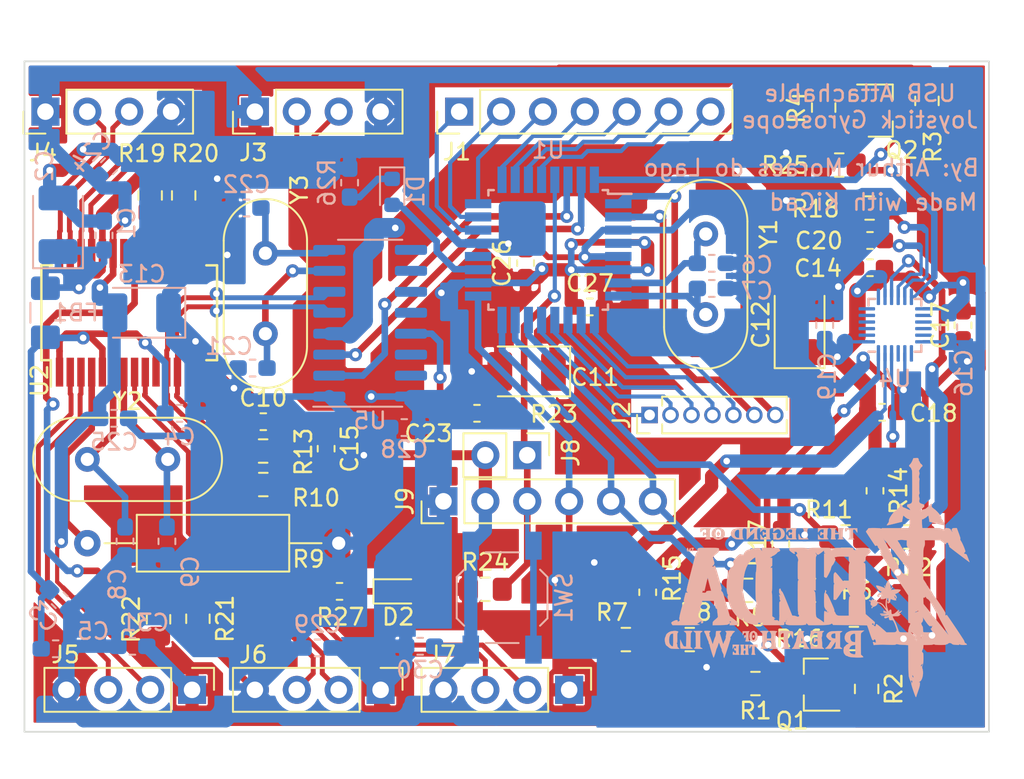
<source format=kicad_pcb>
(kicad_pcb (version 20171130) (host pcbnew 5.1.6)
  (layers (0 F.Cu signal) (31 B.Cu signal) (34 B.Paste user hide) (35 F.Paste user hide) (36 B.SilkS user) (37 F.SilkS user) (38 B.Mask user hide) (39 F.Mask user hide) (44 Edge.Cuts user))
  (net 0 "")
  (net 1 AD7)
  (net 2 AD5)
  (net 3 AD4)
  (net 4 AD3)
  (net 5 AD2)
  (net 6 AD1)
  (net 7 AD0)
  (net 8 GPIO0)
  (net 9 GPIO1)
  (net 10 GPIO2)
  (net 11 GPIO3)
  (net 12 GPIO4)
  (net 13 GPIO5)
  (net 14 GPIO6)
  (net 15 /5V)
  (net 16 D0+)
  (net 17 D0-)
  (net 18 GND)
  (net 19 D1-)
  (net 20 D1+)
  (net 21 D2+)
  (net 22 D2-)
  (net 23 D3-)
  (net 24 D3+)
  (net 25 D4+)
  (net 26 D4-)
  (net 27 /3V_MPU)
  (net 28 MISO)
  (net 29 "Net-(Q2-Pad3)")
  (net 30 INT)
  (net 31 "Net-(C6-Pad2)")
  (net 32 "Net-(C7-Pad2)")
  (net 33 "Net-(R11-Pad1)")
  (net 34 RESET)
  (net 35 CH_TX)
  (net 36 CH_RX)
  (net 37 /AVDD)
  (net 38 "Net-(R9-Pad1)")
  (net 39 "Net-(C8-Pad1)")
  (net 40 "Net-(C9-Pad1)")
  (net 41 "Net-(C10-Pad1)")
  (net 42 /V33)
  (net 43 "Net-(R20-Pad2)")
  (net 44 "Net-(R19-Pad2)")
  (net 45 "Net-(R21-Pad1)")
  (net 46 "Net-(C20-Pad1)")
  (net 47 "Net-(R18-Pad1)")
  (net 48 nCS)
  (net 49 SCLK)
  (net 50 MOSI)
  (net 51 "Net-(C21-Pad1)")
  (net 52 "Net-(C22-Pad1)")
  (net 53 "Net-(C23-Pad2)")
  (net 54 "Net-(C23-Pad1)")
  (net 55 "Net-(J9-Pad5)")
  (net 56 "Net-(J9-Pad6)")
  (net 57 "Net-(J9-Pad4)")
  (net 58 "Net-(U2-Pad19)")
  (net 59 "Net-(U2-Pad20)")
  (net 60 "Net-(U2-Pad22)")
  (net 61 "Net-(U4-Pad7)")
  (net 62 "Net-(U4-Pad21)")
  (net 63 "Net-(U5-Pad9)")
  (net 64 "Net-(U5-Pad10)")
  (net 65 "Net-(U5-Pad11)")
  (net 66 "Net-(U5-Pad12)")
  (net 67 "Net-(U5-Pad14)")
  (net 68 "Net-(U5-Pad15)")
  (net 69 "Net-(D1-Pad2)")
  (net 70 "Net-(D1-Pad1)")
  (net 71 "Net-(D2-Pad1)")
  (net 72 "Net-(U1-Pad20)")
  (module placa:zelda (layer B.Cu) (at 60.7568 43.9928 180)
    (fp_text reference G*** hide)
    (fp_text value LOGO hide)
  )
  (module Connector_PinHeader_2.54mm:PinHeader_1x07_P2.54mm_Vertical (layer F.Cu) (at 39.0525 15.748 90)
    (fp_text reference J1 (at -2.4384 -0.1397 180) (layer F.SilkS))
    (fp_text value Conn_01x07_Male)
    (pad 7 thru_hole oval (at 0 15.24 90) (size 1.7 1.7) (drill 1) (layers *.Cu *.Mask) (net 2 AD5))
    (pad 6 thru_hole oval (at 0 12.7 90) (size 1.7 1.7) (drill 1) (layers *.Cu *.Mask) (net 3 AD4))
    (pad 5 thru_hole oval (at 0 10.16 90) (size 1.7 1.7) (drill 1) (layers *.Cu *.Mask) (net 4 AD3))
    (pad 4 thru_hole oval (at 0 7.62 90) (size 1.7 1.7) (drill 1) (layers *.Cu *.Mask) (net 5 AD2))
    (pad 3 thru_hole oval (at 0 5.08 90) (size 1.7 1.7) (drill 1) (layers *.Cu *.Mask) (net 6 AD1))
    (pad 2 thru_hole oval (at 0 2.54 90) (size 1.7 1.7) (drill 1) (layers *.Cu *.Mask) (net 7 AD0))
    (pad 1 thru_hole rect (at 0 0 90) (size 1.7 1.7) (drill 1) (layers *.Cu *.Mask) (net 1 AD7))
  )
  (module Package_SO:SOIC-16_3.9x9.9mm_P1.27mm (layer B.Cu) (at 33.655 28.575)
    (fp_text reference U5 (at 0 5.9) (layer B.SilkS) (effects (justify mirror)))
    (fp_text value CH340G)
    (pad 1 smd roundrect (at -2.475 4.445) (size 1.95 0.6) (layers B.Cu B.Paste B.Mask) (net 18 GND))
    (pad 2 smd roundrect (at -2.475 3.175) (size 1.95 0.6) (layers B.Cu B.Paste B.Mask) (net 35 CH_TX))
    (pad 3 smd roundrect (at -2.475 1.905) (size 1.95 0.6) (layers B.Cu B.Paste B.Mask) (net 36 CH_RX))
    (pad 4 smd roundrect (at -2.475 0.635) (size 1.95 0.6) (layers B.Cu B.Paste B.Mask) (net 27 /3V_MPU))
    (pad 5 smd roundrect (at -2.475 -0.635) (size 1.95 0.6) (layers B.Cu B.Paste B.Mask) (net 25 D4+))
    (pad 6 smd roundrect (at -2.475 -1.905) (size 1.95 0.6) (layers B.Cu B.Paste B.Mask) (net 26 D4-))
    (pad 7 smd roundrect (at -2.475 -3.175) (size 1.95 0.6) (layers B.Cu B.Paste B.Mask) (net 51 "Net-(C21-Pad1)"))
    (pad 8 smd roundrect (at -2.475 -4.445) (size 1.95 0.6) (layers B.Cu B.Paste B.Mask) (net 52 "Net-(C22-Pad1)"))
    (pad 9 smd roundrect (at 2.475 -4.445) (size 1.95 0.6) (layers B.Cu B.Paste B.Mask) (net 63 "Net-(U5-Pad9)"))
    (pad 10 smd roundrect (at 2.475 -3.175) (size 1.95 0.6) (layers B.Cu B.Paste B.Mask) (net 64 "Net-(U5-Pad10)"))
    (pad 11 smd roundrect (at 2.475 -1.905) (size 1.95 0.6) (layers B.Cu B.Paste B.Mask) (net 65 "Net-(U5-Pad11)"))
    (pad 12 smd roundrect (at 2.475 -0.635) (size 1.95 0.6) (layers B.Cu B.Paste B.Mask) (net 66 "Net-(U5-Pad12)"))
    (pad 13 smd roundrect (at 2.475 0.635) (size 1.95 0.6) (layers B.Cu B.Paste B.Mask) (net 53 "Net-(C23-Pad2)"))
    (pad 14 smd roundrect (at 2.475 1.905) (size 1.95 0.6) (layers B.Cu B.Paste B.Mask) (net 67 "Net-(U5-Pad14)"))
    (pad 15 smd roundrect (at 2.475 3.175) (size 1.95 0.6) (layers B.Cu B.Paste B.Mask) (net 68 "Net-(U5-Pad15)"))
    (pad 16 smd roundrect (at 2.475 4.445) (size 1.95 0.6) (layers B.Cu B.Paste B.Mask) (net 15 /5V))
  )
  (module Resistor_SMD:R_0805_2012Metric_Pad1.15x1.40mm_HandSolder (layer F.Cu) (at 20.828 46.5238 90)
    (fp_text reference R22 (at 0 -1.65 90) (layer F.SilkS))
    (fp_text value 5.1K)
    (pad 1 smd roundrect (at -1.025 0 90) (size 1.15 1.4) (layers F.Cu F.Paste F.Mask) (roundrect_rratio 0.217391) (net 15 /5V))
    (pad 2 smd roundrect (at 1.025 0 90) (size 1.15 1.4) (layers F.Cu F.Paste F.Mask) (roundrect_rratio 0.217391) (net 45 "Net-(R21-Pad1)"))
  )
  (module Package_TO_SOT_SMD:SOT-23 (layer F.Cu) (at 60.706 50.4825 180)
    (fp_text reference Q1 (at 1.4732 -2.1971) (layer F.SilkS))
    (fp_text value BSS138)
    (pad 1 smd rect (at -1 -0.95 180) (size 0.9 0.8) (layers F.Cu F.Paste F.Mask) (net 27 /3V_MPU))
    (pad 2 smd rect (at -1 0.95 180) (size 0.9 0.8) (layers F.Cu F.Paste F.Mask) (net 28 MISO))
    (pad 3 smd rect (at 1 0 180) (size 0.9 0.8) (layers F.Cu F.Paste F.Mask) (net 55 "Net-(J9-Pad5)"))
  )
  (module Package_TO_SOT_SMD:SOT-23 (layer F.Cu) (at 64.5795 15.6845)
    (fp_text reference Q2 (at 1.3081 2.4003) (layer F.SilkS))
    (fp_text value BSS138)
    (pad 3 smd rect (at 1 0) (size 0.9 0.8) (layers F.Cu F.Paste F.Mask) (net 29 "Net-(Q2-Pad3)"))
    (pad 2 smd rect (at -1 0.95) (size 0.9 0.8) (layers F.Cu F.Paste F.Mask) (net 30 INT))
    (pad 1 smd rect (at -1 -0.95) (size 0.9 0.8) (layers F.Cu F.Paste F.Mask) (net 27 /3V_MPU))
  )
  (module Package_QFP:TQFP-32_7x7mm_P0.8mm (layer B.Cu) (at 44.45 24.13 180)
    (fp_text reference U1 (at 0 6.05) (layer B.SilkS) (effects (justify mirror)))
    (fp_text value ATmega328P-AU)
    (pad 1 smd rect (at -4.25 2.8 180) (size 1.6 0.55) (layers B.Cu B.Paste B.Mask) (net 10 GPIO2))
    (pad 2 smd rect (at -4.25 2 180) (size 1.6 0.55) (layers B.Cu B.Paste B.Mask) (net 11 GPIO3))
    (pad 3 smd rect (at -4.25 1.2 180) (size 1.6 0.55) (layers B.Cu B.Paste B.Mask) (net 18 GND))
    (pad 4 smd rect (at -4.25 0.4 180) (size 1.6 0.55) (layers B.Cu B.Paste B.Mask) (net 15 /5V))
    (pad 5 smd rect (at -4.25 -0.4 180) (size 1.6 0.55) (layers B.Cu B.Paste B.Mask) (net 18 GND))
    (pad 6 smd rect (at -4.25 -1.2 180) (size 1.6 0.55) (layers B.Cu B.Paste B.Mask) (net 15 /5V))
    (pad 7 smd rect (at -4.25 -2 180) (size 1.6 0.55) (layers B.Cu B.Paste B.Mask) (net 31 "Net-(C6-Pad2)"))
    (pad 8 smd rect (at -4.25 -2.8 180) (size 1.6 0.55) (layers B.Cu B.Paste B.Mask) (net 32 "Net-(C7-Pad2)"))
    (pad 9 smd rect (at -2.8 -4.25 90) (size 1.6 0.55) (layers B.Cu B.Paste B.Mask) (net 12 GPIO4))
    (pad 10 smd rect (at -2 -4.25 90) (size 1.6 0.55) (layers B.Cu B.Paste B.Mask) (net 13 GPIO5))
    (pad 11 smd rect (at -1.2 -4.25 90) (size 1.6 0.55) (layers B.Cu B.Paste B.Mask) (net 14 GPIO6))
    (pad 12 smd rect (at -0.4 -4.25 90) (size 1.6 0.55) (layers B.Cu B.Paste B.Mask) (net 8 GPIO0))
    (pad 13 smd rect (at 0.4 -4.25 90) (size 1.6 0.55) (layers B.Cu B.Paste B.Mask) (net 9 GPIO1))
    (pad 14 smd rect (at 1.2 -4.25 90) (size 1.6 0.55) (layers B.Cu B.Paste B.Mask) (net 33 "Net-(R11-Pad1)"))
    (pad 15 smd rect (at 2 -4.25 90) (size 1.6 0.55) (layers B.Cu B.Paste B.Mask) (net 56 "Net-(J9-Pad6)"))
    (pad 16 smd rect (at 2.8 -4.25 90) (size 1.6 0.55) (layers B.Cu B.Paste B.Mask) (net 55 "Net-(J9-Pad5)"))
    (pad 17 smd rect (at 4.25 -2.8 180) (size 1.6 0.55) (layers B.Cu B.Paste B.Mask) (net 57 "Net-(J9-Pad4)"))
    (pad 18 smd rect (at 4.25 -2 180) (size 1.6 0.55) (layers B.Cu B.Paste B.Mask) (net 15 /5V))
    (pad 19 smd rect (at 4.25 -1.2 180) (size 1.6 0.55) (layers B.Cu B.Paste B.Mask) (net 69 "Net-(D1-Pad2)"))
    (pad 20 smd rect (at 4.25 -0.4 180) (size 1.6 0.55) (layers B.Cu B.Paste B.Mask) (net 72 "Net-(U1-Pad20)"))
    (pad 21 smd rect (at 4.25 0.4 180) (size 1.6 0.55) (layers B.Cu B.Paste B.Mask) (net 18 GND))
    (pad 22 smd rect (at 4.25 1.2 180) (size 1.6 0.55) (layers B.Cu B.Paste B.Mask) (net 1 AD7))
    (pad 23 smd rect (at 4.25 2 180) (size 1.6 0.55) (layers B.Cu B.Paste B.Mask) (net 7 AD0))
    (pad 24 smd rect (at 4.25 2.8 180) (size 1.6 0.55) (layers B.Cu B.Paste B.Mask) (net 6 AD1))
    (pad 25 smd rect (at 2.8 4.25 90) (size 1.6 0.55) (layers B.Cu B.Paste B.Mask) (net 5 AD2))
    (pad 26 smd rect (at 2 4.25 90) (size 1.6 0.55) (layers B.Cu B.Paste B.Mask) (net 4 AD3))
    (pad 27 smd rect (at 1.2 4.25 90) (size 1.6 0.55) (layers B.Cu B.Paste B.Mask) (net 3 AD4))
    (pad 28 smd rect (at 0.4 4.25 90) (size 1.6 0.55) (layers B.Cu B.Paste B.Mask) (net 2 AD5))
    (pad 29 smd rect (at -0.4 4.25 90) (size 1.6 0.55) (layers B.Cu B.Paste B.Mask) (net 34 RESET))
    (pad 30 smd rect (at -1.2 4.25 90) (size 1.6 0.55) (layers B.Cu B.Paste B.Mask) (net 35 CH_TX))
    (pad 31 smd rect (at -2 4.25 90) (size 1.6 0.55) (layers B.Cu B.Paste B.Mask) (net 36 CH_RX))
    (pad 32 smd rect (at -2.8 4.25 90) (size 1.6 0.55) (layers B.Cu B.Paste B.Mask) (net 29 "Net-(Q2-Pad3)"))
  )
  (module Package_SO:SSOP-28_5.3x10.2mm_P0.65mm (layer F.Cu) (at 19.05 27.94 90)
    (fp_text reference U2 (at -4.1148 -5.4356 90) (layer F.SilkS))
    (fp_text value GL850G)
    (pad 1 smd rect (at -3.6 -4.225 90) (size 1.75 0.45) (layers F.Cu F.Paste F.Mask) (net 37 /AVDD))
    (pad 2 smd rect (at -3.6 -3.575 90) (size 1.75 0.45) (layers F.Cu F.Paste F.Mask) (net 22 D2-))
    (pad 3 smd rect (at -3.6 -2.925 90) (size 1.75 0.45) (layers F.Cu F.Paste F.Mask) (net 21 D2+))
    (pad 4 smd rect (at -3.6 -2.275 90) (size 1.75 0.45) (layers F.Cu F.Paste F.Mask) (net 38 "Net-(R9-Pad1)"))
    (pad 5 smd rect (at -3.6 -1.625 90) (size 1.75 0.45) (layers F.Cu F.Paste F.Mask) (net 37 /AVDD))
    (pad 6 smd rect (at -3.6 -0.975 90) (size 1.75 0.45) (layers F.Cu F.Paste F.Mask) (net 39 "Net-(C8-Pad1)"))
    (pad 7 smd rect (at -3.6 -0.325 90) (size 1.75 0.45) (layers F.Cu F.Paste F.Mask) (net 40 "Net-(C9-Pad1)"))
    (pad 8 smd rect (at -3.6 0.325 90) (size 1.75 0.45) (layers F.Cu F.Paste F.Mask) (net 23 D3-))
    (pad 9 smd rect (at -3.6 0.975 90) (size 1.75 0.45) (layers F.Cu F.Paste F.Mask) (net 24 D3+))
    (pad 10 smd rect (at -3.6 1.625 90) (size 1.75 0.45) (layers F.Cu F.Paste F.Mask) (net 37 /AVDD))
    (pad 11 smd rect (at -3.6 2.275 90) (size 1.75 0.45) (layers F.Cu F.Paste F.Mask) (net 26 D4-))
    (pad 12 smd rect (at -3.6 2.925 90) (size 1.75 0.45) (layers F.Cu F.Paste F.Mask) (net 25 D4+))
    (pad 13 smd rect (at -3.6 3.575 90) (size 1.75 0.45) (layers F.Cu F.Paste F.Mask) (net 41 "Net-(C10-Pad1)"))
    (pad 14 smd rect (at -3.6 4.225 90) (size 1.75 0.45) (layers F.Cu F.Paste F.Mask) (net 18 GND))
    (pad 15 smd rect (at 3.6 4.225 90) (size 1.75 0.45) (layers F.Cu F.Paste F.Mask) (net 18 GND))
    (pad 16 smd rect (at 3.6 3.575 90) (size 1.75 0.45) (layers F.Cu F.Paste F.Mask) (net 42 /V33))
    (pad 17 smd rect (at 3.6 2.925 90) (size 1.75 0.45) (layers F.Cu F.Paste F.Mask) (net 43 "Net-(R20-Pad2)"))
    (pad 18 smd rect (at 3.6 2.275 90) (size 1.75 0.45) (layers F.Cu F.Paste F.Mask) (net 44 "Net-(R19-Pad2)"))
    (pad 19 smd rect (at 3.6 1.625 90) (size 1.75 0.45) (layers F.Cu F.Paste F.Mask) (net 58 "Net-(U2-Pad19)"))
    (pad 20 smd rect (at 3.6 0.975 90) (size 1.75 0.45) (layers F.Cu F.Paste F.Mask) (net 59 "Net-(U2-Pad20)"))
    (pad 21 smd rect (at 3.6 0.325 90) (size 1.75 0.45) (layers F.Cu F.Paste F.Mask) (net 45 "Net-(R21-Pad1)"))
    (pad 22 smd rect (at 3.6 -0.325 90) (size 1.75 0.45) (layers F.Cu F.Paste F.Mask) (net 60 "Net-(U2-Pad22)"))
    (pad 23 smd rect (at 3.6 -0.975 90) (size 1.75 0.45) (layers F.Cu F.Paste F.Mask) (net 15 /5V))
    (pad 24 smd rect (at 3.6 -1.625 90) (size 1.75 0.45) (layers F.Cu F.Paste F.Mask) (net 42 /V33))
    (pad 25 smd rect (at 3.6 -2.275 90) (size 1.75 0.45) (layers F.Cu F.Paste F.Mask) (net 17 D0-))
    (pad 26 smd rect (at 3.6 -2.925 90) (size 1.75 0.45) (layers F.Cu F.Paste F.Mask) (net 16 D0+))
    (pad 27 smd rect (at 3.6 -3.575 90) (size 1.75 0.45) (layers F.Cu F.Paste F.Mask) (net 19 D1-))
    (pad 28 smd rect (at 3.6 -4.225 90) (size 1.75 0.45) (layers F.Cu F.Paste F.Mask) (net 20 D1+))
  )
  (module Capacitor_SMD:C_0603_1608Metric_Pad1.05x0.95mm_HandSolder (layer B.Cu) (at 17.526 23.255 90)
    (fp_text reference C1 (at 0.7506 1.3716 270) (layer B.SilkS) (effects (justify mirror)))
    (fp_text value 100n)
    (pad 2 smd roundrect (at 0.875 0 90) (size 1.05 0.95) (layers B.Cu B.Paste B.Mask) (net 18 GND))
    (pad 1 smd roundrect (at -0.875 0 90) (size 1.05 0.95) (layers B.Cu B.Paste B.Mask) (net 42 /V33))
  )
  (module Capacitor_Tantalum_SMD:CP_EIA-3528-12_Kemet-T_Pad1.50x2.35mm_HandSolder (layer B.Cu) (at 14.732 22.606 90)
    (fp_text reference C2 (at 3.556 -0.8128 270) (layer B.SilkS) (effects (justify mirror)))
    (fp_text value 10u)
    (pad 1 smd roundrect (at -1.625 0 90) (size 1.5 2.35) (layers B.Cu B.Paste B.Mask) (roundrect_rratio 0.166667) (net 42 /V33))
    (pad 2 smd roundrect (at 1.625 0 90) (size 1.5 2.35) (layers B.Cu B.Paste B.Mask) (roundrect_rratio 0.166667) (net 18 GND))
  )
  (module Capacitor_SMD:C_0603_1608Metric_Pad1.05x0.95mm_HandSolder (layer B.Cu) (at 14.8336 45.3644 315)
    (fp_text reference C3 (at 0 1.43 315) (layer B.SilkS) (effects (justify mirror)))
    (fp_text value 100n)
    (pad 2 smd roundrect (at 0.875 0 315) (size 1.05 0.95) (layers B.Cu B.Paste B.Mask) (net 18 GND))
    (pad 1 smd roundrect (at -0.875 0 315) (size 1.05 0.95) (layers B.Cu B.Paste B.Mask) (net 37 /AVDD))
  )
  (module Capacitor_SMD:C_0603_1608Metric_Pad1.05x0.95mm_HandSolder (layer B.Cu) (at 22.098 34.036)
    (fp_text reference C4 (at 0 1.43) (layer B.SilkS) (effects (justify mirror)))
    (fp_text value 100n)
    (pad 1 smd roundrect (at -0.875 0) (size 1.05 0.95) (layers B.Cu B.Paste B.Mask) (net 37 /AVDD))
    (pad 2 smd roundrect (at 0.875 0) (size 1.05 0.95) (layers B.Cu B.Paste B.Mask) (net 18 GND))
  )
  (module Capacitor_SMD:C_0603_1608Metric_Pad1.05x0.95mm_HandSolder (layer B.Cu) (at 14.591 48.3108)
    (fp_text reference C5 (at 2.2746 -1.0668) (layer B.SilkS) (effects (justify mirror)))
    (fp_text value 100n)
    (pad 1 smd roundrect (at -0.875 0) (size 1.05 0.95) (layers B.Cu B.Paste B.Mask) (net 37 /AVDD))
    (pad 2 smd roundrect (at 0.875 0) (size 1.05 0.95) (layers B.Cu B.Paste B.Mask) (net 18 GND))
  )
  (module Capacitor_SMD:C_0603_1608Metric_Pad1.05x0.95mm_HandSolder (layer B.Cu) (at 54.3674 24.9428 180)
    (fp_text reference C6 (at -2.7318 -0.1016) (layer B.SilkS) (effects (justify mirror)))
    (fp_text value 33pF)
    (pad 1 smd roundrect (at -0.875 0 180) (size 1.05 0.95) (layers B.Cu B.Paste B.Mask) (net 18 GND))
    (pad 2 smd roundrect (at 0.875 0 180) (size 1.05 0.95) (layers B.Cu B.Paste B.Mask) (net 31 "Net-(C6-Pad2)"))
  )
  (module Capacitor_SMD:C_0603_1608Metric_Pad1.05x0.95mm_HandSolder (layer B.Cu) (at 54.3674 26.4668 180)
    (fp_text reference C7 (at -2.7318 -0.1524) (layer B.SilkS) (effects (justify mirror)))
    (fp_text value 33pF)
    (pad 1 smd roundrect (at -0.875 0 180) (size 1.05 0.95) (layers B.Cu B.Paste B.Mask) (net 18 GND))
    (pad 2 smd roundrect (at 0.875 0 180) (size 1.05 0.95) (layers B.Cu B.Paste B.Mask) (net 32 "Net-(C7-Pad2)"))
  )
  (module Capacitor_SMD:C_0603_1608Metric_Pad1.05x0.95mm_HandSolder (layer B.Cu) (at 18.796 41.797 270)
    (fp_text reference C8 (at 2.6022 0.4572 90) (layer B.SilkS) (effects (justify mirror)))
    (fp_text value 33pF)
    (pad 1 smd roundrect (at -0.875 0 270) (size 1.05 0.95) (layers B.Cu B.Paste B.Mask) (net 39 "Net-(C8-Pad1)"))
    (pad 2 smd roundrect (at 0.875 0 270) (size 1.05 0.95) (layers B.Cu B.Paste B.Mask) (net 18 GND))
  )
  (module Capacitor_SMD:C_0603_1608Metric_Pad1.05x0.95mm_HandSolder (layer B.Cu) (at 21.336 41.797 270)
    (fp_text reference C9 (at 1.8402 -1.4224 270) (layer B.SilkS) (effects (justify mirror)))
    (fp_text value 33pF)
    (pad 2 smd roundrect (at 0.875 0 270) (size 1.05 0.95) (layers B.Cu B.Paste B.Mask) (net 18 GND))
    (pad 1 smd roundrect (at -0.875 0 270) (size 1.05 0.95) (layers B.Cu B.Paste B.Mask) (net 40 "Net-(C9-Pad1)"))
  )
  (module Capacitor_SMD:C_0603_1608Metric_Pad1.05x0.95mm_HandSolder (layer F.Cu) (at 27.178 34.544)
    (fp_text reference C10 (at 0 -1.43) (layer F.SilkS))
    (fp_text value 1u)
    (pad 1 smd roundrect (at -0.875 0) (size 1.05 0.95) (layers F.Cu F.Paste F.Mask) (net 41 "Net-(C10-Pad1)"))
    (pad 2 smd roundrect (at 0.875 0) (size 1.05 0.95) (layers F.Cu F.Paste F.Mask) (net 18 GND))
  )
  (module Capacitor_Tantalum_SMD:CP_EIA-3528-12_Kemet-T_Pad1.50x2.35mm_HandSolder (layer F.Cu) (at 43.1425 31.496 180)
    (fp_text reference C11 (at -4.1523 -0.3556) (layer F.SilkS))
    (fp_text value 10uF)
    (pad 2 smd roundrect (at 1.625 0 180) (size 1.5 2.35) (layers F.Cu F.Paste F.Mask) (roundrect_rratio 0.166667) (net 15 /5V))
    (pad 1 smd roundrect (at -1.625 0 180) (size 1.5 2.35) (layers F.Cu F.Paste F.Mask) (roundrect_rratio 0.166667) (net 18 GND))
  )
  (module Capacitor_Tantalum_SMD:CP_EIA-3528-12_Kemet-T_Pad1.50x2.35mm_HandSolder (layer F.Cu) (at 59.69 28.6645 90)
    (fp_text reference C12 (at 0 -2.35 90) (layer F.SilkS))
    (fp_text value 10uF)
    (pad 2 smd roundrect (at 1.625 0 90) (size 1.5 2.35) (layers F.Cu F.Paste F.Mask) (roundrect_rratio 0.166667) (net 18 GND))
    (pad 1 smd roundrect (at -1.625 0 90) (size 1.5 2.35) (layers F.Cu F.Paste F.Mask) (roundrect_rratio 0.166667) (net 27 /3V_MPU))
  )
  (module Capacitor_Tantalum_SMD:CP_EIA-3528-12_Kemet-T_Pad1.50x2.35mm_HandSolder (layer B.Cu) (at 19.812 27.94 180)
    (fp_text reference C13 (at 0 2.35) (layer B.SilkS) (effects (justify mirror)))
    (fp_text value 10uF)
    (pad 1 smd roundrect (at -1.625 0 180) (size 1.5 2.35) (layers B.Cu B.Paste B.Mask) (roundrect_rratio 0.166667) (net 18 GND))
    (pad 2 smd roundrect (at 1.625 0 180) (size 1.5 2.35) (layers B.Cu B.Paste B.Mask) (roundrect_rratio 0.166667) (net 15 /5V))
  )
  (module Capacitor_SMD:C_0603_1608Metric_Pad1.05x0.95mm_HandSolder (layer F.Cu) (at 63.9585 25.2095 180)
    (fp_text reference C14 (at 3.1509 -0.0381) (layer F.SilkS))
    (fp_text value 100nF)
    (pad 2 smd roundrect (at 0.875 0 180) (size 1.05 0.95) (layers F.Cu F.Paste F.Mask) (net 18 GND))
    (pad 1 smd roundrect (at -0.875 0 180) (size 1.05 0.95) (layers F.Cu F.Paste F.Mask) (net 27 /3V_MPU))
  )
  (module Capacitor_SMD:C_0603_1608Metric_Pad1.05x0.95mm_HandSolder (layer F.Cu) (at 30.988 36.181 270)
    (fp_text reference C15 (at 0 -1.43 90) (layer F.SilkS))
    (fp_text value 100nF)
    (pad 2 smd roundrect (at 0.875 0 270) (size 1.05 0.95) (layers F.Cu F.Paste F.Mask) (net 15 /5V))
    (pad 1 smd roundrect (at -0.875 0 270) (size 1.05 0.95) (layers F.Cu F.Paste F.Mask) (net 18 GND))
  )
  (module Capacitor_SMD:C_0603_1608Metric_Pad1.05x0.95mm_HandSolder (layer B.Cu) (at 68.7324 28.815 270)
    (fp_text reference C16 (at 2.7826 -0.9144 270) (layer B.SilkS) (effects (justify mirror)))
    (fp_text value 100nF)
    (pad 2 smd roundrect (at 0.875 0 270) (size 1.05 0.95) (layers B.Cu B.Paste B.Mask) (net 18 GND))
    (pad 1 smd roundrect (at -0.875 0 270) (size 1.05 0.95) (layers B.Cu B.Paste B.Mask) (net 27 /3V_MPU))
  )
  (module Capacitor_SMD:C_0603_1608Metric_Pad1.05x0.95mm_HandSolder (layer F.Cu) (at 69.596 28.702 270)
    (fp_text reference C17 (at 0 1.3716 90) (layer F.SilkS))
    (fp_text value 100nF)
    (pad 1 smd roundrect (at -0.875 0 270) (size 1.05 0.95) (layers F.Cu F.Paste F.Mask) (net 27 /3V_MPU))
    (pad 2 smd roundrect (at 0.875 0 270) (size 1.05 0.95) (layers F.Cu F.Paste F.Mask) (net 18 GND))
  )
  (module Capacitor_SMD:C_0603_1608Metric_Pad1.05x0.95mm_HandSolder (layer F.Cu) (at 64.6925 33.9725)
    (fp_text reference C18 (at 3.1255 0.0635) (layer F.SilkS))
    (fp_text value 0.01u)
    (pad 2 smd roundrect (at 0.875 0) (size 1.05 0.95) (layers F.Cu F.Paste F.Mask) (net 18 GND))
    (pad 1 smd roundrect (at -0.875 0) (size 1.05 0.95) (layers F.Cu F.Paste F.Mask) (net 27 /3V_MPU))
  )
  (module Capacitor_SMD:C_0603_1608Metric_Pad1.05x0.95mm_HandSolder (layer B.Cu) (at 61.214 28.688 90)
    (fp_text reference C19 (at -3.1128 0.1524 270) (layer B.SilkS) (effects (justify mirror)))
    (fp_text value 0.1u)
    (pad 1 smd roundrect (at -0.875 0 90) (size 1.05 0.95) (layers B.Cu B.Paste B.Mask) (net 27 /3V_MPU))
    (pad 2 smd roundrect (at 0.875 0 90) (size 1.05 0.95) (layers B.Cu B.Paste B.Mask) (net 18 GND))
  )
  (module Capacitor_SMD:C_0603_1608Metric_Pad1.05x0.95mm_HandSolder (layer F.Cu) (at 63.9585 23.5585 180)
    (fp_text reference C20 (at 3.1001 -0.0127) (layer F.SilkS))
    (fp_text value 0.1u)
    (pad 2 smd roundrect (at 0.875 0 180) (size 1.05 0.95) (layers F.Cu F.Paste F.Mask) (net 18 GND))
    (pad 1 smd roundrect (at -0.875 0 180) (size 1.05 0.95) (layers F.Cu F.Paste F.Mask) (net 46 "Net-(C20-Pad1)"))
  )
  (module Capacitor_SMD:C_0603_1608Metric_Pad1.05x0.95mm_HandSolder (layer B.Cu) (at 26.529 31.2928 180)
    (fp_text reference C21 (at 1.4338 1.3208) (layer B.SilkS) (effects (justify mirror)))
    (fp_text value 33pF)
    (pad 1 smd roundrect (at -0.875 0 180) (size 1.05 0.95) (layers B.Cu B.Paste B.Mask) (net 51 "Net-(C21-Pad1)"))
    (pad 2 smd roundrect (at 0.875 0 180) (size 1.05 0.95) (layers B.Cu B.Paste B.Mask) (net 18 GND))
  )
  (module Capacitor_SMD:C_0603_1608Metric_Pad1.05x0.95mm_HandSolder (layer B.Cu) (at 26.162 21.59 180)
    (fp_text reference C22 (at 0 1.43) (layer B.SilkS) (effects (justify mirror)))
    (fp_text value 33pF)
    (pad 2 smd roundrect (at 0.875 0 180) (size 1.05 0.95) (layers B.Cu B.Paste B.Mask) (net 18 GND))
    (pad 1 smd roundrect (at -0.875 0 180) (size 1.05 0.95) (layers B.Cu B.Paste B.Mask) (net 52 "Net-(C22-Pad1)"))
  )
  (module Capacitor_SMD:C_0603_1608Metric_Pad1.05x0.95mm_HandSolder (layer F.Cu) (at 40.132 34.036 180)
    (fp_text reference C23 (at 2.9464 -1.2192) (layer F.SilkS))
    (fp_text value 100n)
    (pad 1 smd roundrect (at -0.875 0 180) (size 1.05 0.95) (layers F.Cu F.Paste F.Mask) (net 54 "Net-(C23-Pad1)"))
    (pad 2 smd roundrect (at 0.875 0 180) (size 1.05 0.95) (layers F.Cu F.Paste F.Mask) (net 53 "Net-(C23-Pad2)"))
  )
  (module Resistor_SMD:R_1206_3216Metric_Pad1.42x1.75mm_HandSolder (layer B.Cu) (at 13.97 27.94 90)
    (fp_text reference FB1 (at 0 1.82 180) (layer B.SilkS) (effects (justify mirror)))
    (fp_text value 600R/2A)
    (pad 1 smd roundrect (at -1.4875 0 90) (size 1.425 1.75) (layers B.Cu B.Paste B.Mask) (roundrect_rratio 0.175439) (net 37 /AVDD))
    (pad 2 smd roundrect (at 1.4875 0 90) (size 1.425 1.75) (layers B.Cu B.Paste B.Mask) (roundrect_rratio 0.175439) (net 42 /V33))
  )
  (module Connector_PinHeader_2.54mm:PinHeader_1x02_P2.54mm_Vertical (layer F.Cu) (at 43.18 36.576 270)
    (fp_text reference J8 (at -0.1524 -2.6416 90) (layer F.SilkS))
    (fp_text value Conn_01x02_Male)
    (pad 1 thru_hole rect (at 0 0 270) (size 1.7 1.7) (drill 1) (layers *.Cu *.Mask) (net 34 RESET))
    (pad 2 thru_hole oval (at 0 2.54 270) (size 1.7 1.7) (drill 1) (layers *.Cu *.Mask) (net 18 GND))
  )
  (module Resistor_SMD:R_0805_2012Metric_Pad1.15x1.40mm_HandSolder (layer F.Cu) (at 57.014 50.419 180)
    (fp_text reference R1 (at 0 -1.65) (layer F.SilkS))
    (fp_text value 4.7K)
    (pad 1 smd roundrect (at -1.025 0 180) (size 1.15 1.4) (layers F.Cu F.Paste F.Mask) (roundrect_rratio 0.217391) (net 55 "Net-(J9-Pad5)"))
    (pad 2 smd roundrect (at 1.025 0 180) (size 1.15 1.4) (layers F.Cu F.Paste F.Mask) (roundrect_rratio 0.217391) (net 15 /5V))
  )
  (module Resistor_SMD:R_0805_2012Metric_Pad1.15x1.40mm_HandSolder (layer F.Cu) (at 63.754 50.7455 270)
    (fp_text reference R2 (at 0 -1.65 90) (layer F.SilkS))
    (fp_text value 4.7k)
    (pad 2 smd roundrect (at 1.025 0 270) (size 1.15 1.4) (layers F.Cu F.Paste F.Mask) (roundrect_rratio 0.217391) (net 27 /3V_MPU))
    (pad 1 smd roundrect (at -1.025 0 270) (size 1.15 1.4) (layers F.Cu F.Paste F.Mask) (roundrect_rratio 0.217391) (net 28 MISO))
  )
  (module Resistor_SMD:R_0805_2012Metric_Pad1.15x1.40mm_HandSolder (layer F.Cu) (at 67.4116 15.0966 90)
    (fp_text reference R3 (at -2.785 0.3556 90) (layer F.SilkS))
    (fp_text value 4.7K)
    (pad 2 smd roundrect (at 1.025 0 90) (size 1.15 1.4) (layers F.Cu F.Paste F.Mask) (roundrect_rratio 0.217391) (net 15 /5V))
    (pad 1 smd roundrect (at -1.025 0 90) (size 1.15 1.4) (layers F.Cu F.Paste F.Mask) (roundrect_rratio 0.217391) (net 29 "Net-(Q2-Pad3)"))
  )
  (module Resistor_SMD:R_0805_2012Metric_Pad1.15x1.40mm_HandSolder (layer F.Cu) (at 61.1505 15.503 90)
    (fp_text reference R4 (at 0 -1.65 90) (layer F.SilkS))
    (fp_text value 4.7k)
    (pad 1 smd roundrect (at -1.025 0 90) (size 1.15 1.4) (layers F.Cu F.Paste F.Mask) (roundrect_rratio 0.217391) (net 30 INT))
    (pad 2 smd roundrect (at 1.025 0 90) (size 1.15 1.4) (layers F.Cu F.Paste F.Mask) (roundrect_rratio 0.217391) (net 27 /3V_MPU))
  )
  (module Resistor_SMD:R_0805_2012Metric_Pad1.15x1.40mm_HandSolder (layer F.Cu) (at 56.5695 44.7675)
    (fp_text reference R5 (at 0.1233 1.6637) (layer F.SilkS))
    (fp_text value 6.8k)
    (pad 1 smd roundrect (at -1.025 0) (size 1.15 1.4) (layers F.Cu F.Paste F.Mask) (roundrect_rratio 0.217391) (net 56 "Net-(J9-Pad6)"))
    (pad 2 smd roundrect (at 1.025 0) (size 1.15 1.4) (layers F.Cu F.Paste F.Mask) (roundrect_rratio 0.217391) (net 50 MOSI))
  )
  (module Resistor_SMD:R_0805_2012Metric_Pad1.15x1.40mm_HandSolder (layer F.Cu) (at 60.3795 44.7675)
    (fp_text reference R6 (at 2.7649 0.0381) (layer F.SilkS))
    (fp_text value 10k)
    (pad 1 smd roundrect (at -1.025 0) (size 1.15 1.4) (layers F.Cu F.Paste F.Mask) (roundrect_rratio 0.217391) (net 50 MOSI))
    (pad 2 smd roundrect (at 1.025 0) (size 1.15 1.4) (layers F.Cu F.Paste F.Mask) (roundrect_rratio 0.217391) (net 18 GND))
  )
  (module Resistor_SMD:R_0805_2012Metric_Pad1.15x1.40mm_HandSolder (layer F.Cu) (at 49.158 47.752)
    (fp_text reference R7 (at -0.8472 -1.65) (layer F.SilkS))
    (fp_text value 6.8k)
    (pad 2 smd roundrect (at 1.025 0) (size 1.15 1.4) (layers F.Cu F.Paste F.Mask) (roundrect_rratio 0.217391) (net 49 SCLK))
    (pad 1 smd roundrect (at -1.025 0) (size 1.15 1.4) (layers F.Cu F.Paste F.Mask) (roundrect_rratio 0.217391) (net 57 "Net-(J9-Pad4)"))
  )
  (module Resistor_SMD:R_0805_2012Metric_Pad1.15x1.40mm_HandSolder (layer F.Cu) (at 53.0315 47.752)
    (fp_text reference R8 (at 0.3593 -1.65) (layer F.SilkS))
    (fp_text value 10k)
    (pad 1 smd roundrect (at -1.025 0) (size 1.15 1.4) (layers F.Cu F.Paste F.Mask) (roundrect_rratio 0.217391) (net 49 SCLK))
    (pad 2 smd roundrect (at 1.025 0) (size 1.15 1.4) (layers F.Cu F.Paste F.Mask) (roundrect_rratio 0.217391) (net 18 GND))
  )
  (module Resistor_THT:R_Axial_DIN0309_L9.0mm_D3.2mm_P15.24mm_Horizontal (layer F.Cu) (at 16.51 41.91)
    (fp_text reference R9 (at 13.4112 0.9652) (layer F.SilkS))
    (fp_text value 680/1%)
    (pad 1 thru_hole circle (at 0 0) (size 1.6 1.6) (drill 0.8) (layers *.Cu *.Mask) (net 38 "Net-(R9-Pad1)"))
    (pad 2 thru_hole oval (at 15.24 0) (size 1.6 1.6) (drill 0.8) (layers *.Cu *.Mask) (net 18 GND))
  )
  (module Resistor_SMD:R_0805_2012Metric_Pad1.15x1.40mm_HandSolder (layer F.Cu) (at 27.178 38.354)
    (fp_text reference R10 (at 3.2004 0.8128) (layer F.SilkS))
    (fp_text value 10K)
    (pad 2 smd roundrect (at 1.025 0) (size 1.15 1.4) (layers F.Cu F.Paste F.Mask) (roundrect_rratio 0.217391) (net 15 /5V))
    (pad 1 smd roundrect (at -1.025 0) (size 1.15 1.4) (layers F.Cu F.Paste F.Mask) (roundrect_rratio 0.217391) (net 41 "Net-(C10-Pad1)"))
  )
  (module Resistor_SMD:R_0805_2012Metric_Pad1.15x1.40mm_HandSolder (layer F.Cu) (at 62.484 41.529)
    (fp_text reference R11 (at -1.016 -1.65) (layer F.SilkS))
    (fp_text value 6.8k)
    (pad 2 smd roundrect (at 1.025 0) (size 1.15 1.4) (layers F.Cu F.Paste F.Mask) (roundrect_rratio 0.217391) (net 48 nCS))
    (pad 1 smd roundrect (at -1.025 0) (size 1.15 1.4) (layers F.Cu F.Paste F.Mask) (roundrect_rratio 0.217) (net 33 "Net-(R11-Pad1)"))
  )
  (module Resistor_SMD:R_0805_2012Metric_Pad1.15x1.40mm_HandSolder (layer F.Cu) (at 66.285 41.529)
    (fp_text reference R12 (at 0 1.8542) (layer F.SilkS))
    (fp_text value 10k)
    (pad 1 smd roundrect (at -1.025 0) (size 1.15 1.4) (layers F.Cu F.Paste F.Mask) (roundrect_rratio 0.217391) (net 48 nCS))
    (pad 2 smd roundrect (at 1.025 0) (size 1.15 1.4) (layers F.Cu F.Paste F.Mask) (roundrect_rratio 0.217391) (net 18 GND))
  )
  (module Resistor_SMD:R_0805_2012Metric_Pad1.15x1.40mm_HandSolder (layer F.Cu) (at 27.169 36.322)
    (fp_text reference R13 (at 2.4474 0.0508 270) (layer F.SilkS))
    (fp_text value 47K)
    (pad 2 smd roundrect (at 1.025 0) (size 1.15 1.4) (layers F.Cu F.Paste F.Mask) (roundrect_rratio 0.217391) (net 18 GND))
    (pad 1 smd roundrect (at -1.025 0) (size 1.15 1.4) (layers F.Cu F.Paste F.Mask) (roundrect_rratio 0.217391) (net 41 "Net-(C10-Pad1)"))
  )
  (module Resistor_SMD:R_0805_2012Metric_Pad1.15x1.40mm_HandSolder (layer F.Cu) (at 62.983 47.6885)
    (fp_text reference R16 (at -3.293 0.0127) (layer F.SilkS))
    (fp_text value 10k)
    (pad 1 smd roundrect (at -1.025 0) (size 1.15 1.4) (layers F.Cu F.Paste F.Mask) (roundrect_rratio 0.217391) (net 28 MISO))
    (pad 2 smd roundrect (at 1.025 0) (size 1.15 1.4) (layers F.Cu F.Paste F.Mask) (roundrect_rratio 0.217391) (net 18 GND))
  )
  (module Resistor_SMD:R_0805_2012Metric_Pad1.15x1.40mm_HandSolder (layer F.Cu) (at 63.9355 21.59 180)
    (fp_text reference R18 (at 3.2803 -0.0508) (layer F.SilkS))
    (fp_text value 10k)
    (pad 2 smd roundrect (at 1.025 0 180) (size 1.15 1.4) (layers F.Cu F.Paste F.Mask) (roundrect_rratio 0.217391) (net 18 GND))
    (pad 1 smd roundrect (at -1.025 0 180) (size 1.15 1.4) (layers F.Cu F.Paste F.Mask) (roundrect_rratio 0.217391) (net 47 "Net-(R18-Pad1)"))
  )
  (module Resistor_SMD:R_0805_2012Metric_Pad1.15x1.40mm_HandSolder (layer F.Cu) (at 20.32 20.828 270)
    (fp_text reference R19 (at -2.54 0.508 180) (layer F.SilkS))
    (fp_text value 47k)
    (pad 1 smd roundrect (at -1.025 0 270) (size 1.15 1.4) (layers F.Cu F.Paste F.Mask) (roundrect_rratio 0.217391) (net 42 /V33))
    (pad 2 smd roundrect (at 1.025 0 270) (size 1.15 1.4) (layers F.Cu F.Paste F.Mask) (roundrect_rratio 0.217391) (net 44 "Net-(R19-Pad2)"))
  )
  (module Resistor_SMD:R_0805_2012Metric_Pad1.15x1.40mm_HandSolder (layer F.Cu) (at 22.352 20.828 270)
    (fp_text reference R20 (at -2.54 -0.7112 180) (layer F.SilkS))
    (fp_text value 10k)
    (pad 1 smd roundrect (at -1.025 0 270) (size 1.15 1.4) (layers F.Cu F.Paste F.Mask) (roundrect_rratio 0.217391) (net 42 /V33))
    (pad 2 smd roundrect (at 1.025 0 270) (size 1.15 1.4) (layers F.Cu F.Paste F.Mask) (roundrect_rratio 0.217391) (net 43 "Net-(R20-Pad2)"))
  )
  (module Resistor_SMD:R_0805_2012Metric_Pad1.15x1.40mm_HandSolder (layer F.Cu) (at 23.2156 46.491 270)
    (fp_text reference R21 (at 0 -1.65 90) (layer F.SilkS))
    (fp_text value 10K)
    (pad 2 smd roundrect (at 1.025 0 270) (size 1.15 1.4) (layers F.Cu F.Paste F.Mask) (roundrect_rratio 0.217391) (net 18 GND))
    (pad 1 smd roundrect (at -1.025 0 270) (size 1.15 1.4) (layers F.Cu F.Paste F.Mask) (roundrect_rratio 0.217391) (net 45 "Net-(R21-Pad1)"))
  )
  (module Resistor_SMD:R_0805_2012Metric_Pad1.15x1.40mm_HandSolder (layer F.Cu) (at 40.64 44.704)
    (fp_text reference R24 (at 0 -1.65) (layer F.SilkS))
    (fp_text value 10K)
    (pad 1 smd roundrect (at -1.025 0) (size 1.15 1.4) (layers F.Cu F.Paste F.Mask) (roundrect_rratio 0.217391) (net 15 /5V))
    (pad 2 smd roundrect (at 1.025 0) (size 1.15 1.4) (layers F.Cu F.Paste F.Mask) (roundrect_rratio 0.217391) (net 34 RESET))
  )
  (module Resistor_SMD:R_0805_2012Metric_Pad1.15x1.40mm_HandSolder (layer F.Cu) (at 62.094 18.9865 180)
    (fp_text reference R25 (at 3.2676 -0.0127) (layer F.SilkS))
    (fp_text value 10k)
    (pad 2 smd roundrect (at 1.025 0 180) (size 1.15 1.4) (layers F.Cu F.Paste F.Mask) (roundrect_rratio 0.217391) (net 18 GND))
    (pad 1 smd roundrect (at -1.025 0 180) (size 1.15 1.4) (layers F.Cu F.Paste F.Mask) (roundrect_rratio 0.217391) (net 30 INT))
  )
  (module Button_Switch_SMD:SW_SPST_TL3342 (layer B.Cu) (at 41.656 45.212 90)
    (fp_text reference SW1 (at 0 3.75 -90) (layer B.SilkS) (effects (justify mirror)))
    (fp_text value SW_Push)
    (pad 1 smd rect (at -3.15 1.9 90) (size 1.7 1) (layers B.Cu B.Paste B.Mask) (net 34 RESET))
    (pad 1 smd rect (at 3.15 1.9 90) (size 1.7 1) (layers B.Cu B.Paste B.Mask) (net 34 RESET))
    (pad 2 smd rect (at -3.15 -1.9 90) (size 1.7 1) (layers B.Cu B.Paste B.Mask) (net 18 GND))
    (pad 2 smd rect (at 3.15 -1.9 90) (size 1.7 1) (layers B.Cu B.Paste B.Mask) (net 18 GND))
  )
  (module Connector_PinHeader_2.54mm:PinHeader_1x04_P2.54mm_Vertical (layer F.Cu) (at 26.67 15.748 90)
    (fp_text reference J3 (at -2.4892 -0.1016 180) (layer F.SilkS))
    (fp_text value Conn_01x04)
    (pad 1 thru_hole rect (at 0 0 90) (size 1.7 1.7) (drill 1) (layers *.Cu *.Mask) (net 15 /5V))
    (pad 2 thru_hole oval (at 0 2.54 90) (size 1.7 1.7) (drill 1) (layers *.Cu *.Mask) (net 16 D0+))
    (pad 3 thru_hole oval (at 0 5.08 90) (size 1.7 1.7) (drill 1) (layers *.Cu *.Mask) (net 17 D0-))
    (pad 4 thru_hole oval (at 0 7.62 90) (size 1.7 1.7) (drill 1) (layers *.Cu *.Mask) (net 18 GND))
  )
  (module Connector_PinHeader_2.54mm:PinHeader_1x04_P2.54mm_Vertical (layer F.Cu) (at 13.97 15.748 90)
    (fp_text reference J4 (at -2.4892 -0.1524 180) (layer F.SilkS))
    (fp_text value Conn_01x04)
    (pad 4 thru_hole oval (at 0 7.62 90) (size 1.7 1.7) (drill 1) (layers *.Cu *.Mask) (net 18 GND))
    (pad 3 thru_hole oval (at 0 5.08 90) (size 1.7 1.7) (drill 1) (layers *.Cu *.Mask) (net 19 D1-))
    (pad 2 thru_hole oval (at 0 2.54 90) (size 1.7 1.7) (drill 1) (layers *.Cu *.Mask) (net 20 D1+))
    (pad 1 thru_hole rect (at 0 0 90) (size 1.7 1.7) (drill 1) (layers *.Cu *.Mask) (net 15 /5V))
  )
  (module Connector_PinHeader_2.54mm:PinHeader_1x04_P2.54mm_Vertical (layer F.Cu) (at 22.86 50.8 270)
    (fp_text reference J5 (at -2.1336 7.6708 180) (layer F.SilkS))
    (fp_text value Conn_01x04)
    (pad 1 thru_hole rect (at 0 0 270) (size 1.7 1.7) (drill 1) (layers *.Cu *.Mask) (net 15 /5V))
    (pad 2 thru_hole oval (at 0 2.54 270) (size 1.7 1.7) (drill 1) (layers *.Cu *.Mask) (net 21 D2+))
    (pad 3 thru_hole oval (at 0 5.08 270) (size 1.7 1.7) (drill 1) (layers *.Cu *.Mask) (net 22 D2-))
    (pad 4 thru_hole oval (at 0 7.62 270) (size 1.7 1.7) (drill 1) (layers *.Cu *.Mask) (net 18 GND))
  )
  (module Connector_PinHeader_2.54mm:PinHeader_1x04_P2.54mm_Vertical (layer F.Cu) (at 34.29 50.8 270)
    (fp_text reference J6 (at -2.1336 7.7216 180) (layer F.SilkS))
    (fp_text value Conn_01x04)
    (pad 4 thru_hole oval (at 0 7.62 270) (size 1.7 1.7) (drill 1) (layers *.Cu *.Mask) (net 18 GND))
    (pad 3 thru_hole oval (at 0 5.08 270) (size 1.7 1.7) (drill 1) (layers *.Cu *.Mask) (net 23 D3-))
    (pad 2 thru_hole oval (at 0 2.54 270) (size 1.7 1.7) (drill 1) (layers *.Cu *.Mask) (net 24 D3+))
    (pad 1 thru_hole rect (at 0 0 270) (size 1.7 1.7) (drill 1) (layers *.Cu *.Mask) (net 15 /5V))
  )
  (module Connector_PinHeader_2.54mm:PinHeader_1x04_P2.54mm_Vertical (layer F.Cu) (at 45.72 50.8 270)
    (fp_text reference J7 (at -2.1336 7.7216 180) (layer F.SilkS))
    (fp_text value Conn_01x04)
    (pad 1 thru_hole rect (at 0 0 270) (size 1.7 1.7) (drill 1) (layers *.Cu *.Mask) (net 15 /5V))
    (pad 2 thru_hole oval (at 0 2.54 270) (size 1.7 1.7) (drill 1) (layers *.Cu *.Mask) (net 25 D4+))
    (pad 3 thru_hole oval (at 0 5.08 270) (size 1.7 1.7) (drill 1) (layers *.Cu *.Mask) (net 26 D4-))
    (pad 4 thru_hole oval (at 0 7.62 270) (size 1.7 1.7) (drill 1) (layers *.Cu *.Mask) (net 18 GND))
  )
  (module Connector_PinHeader_2.54mm:PinHeader_1x06_P2.54mm_Vertical (layer F.Cu) (at 38.1 39.37 90)
    (fp_text reference J9 (at 0 -2.33 90) (layer F.SilkS))
    (fp_text value Conn_01x06_Male)
    (pad 1 thru_hole rect (at 0 0 90) (size 1.7 1.7) (drill 1) (layers *.Cu *.Mask) (net 15 /5V))
    (pad 2 thru_hole oval (at 0 2.54 90) (size 1.7 1.7) (drill 1) (layers *.Cu *.Mask) (net 18 GND))
    (pad 3 thru_hole oval (at 0 5.08 90) (size 1.7 1.7) (drill 1) (layers *.Cu *.Mask) (net 34 RESET))
    (pad 4 thru_hole oval (at 0 7.62 90) (size 1.7 1.7) (drill 1) (layers *.Cu *.Mask) (net 57 "Net-(J9-Pad4)"))
    (pad 5 thru_hole oval (at 0 10.16 90) (size 1.7 1.7) (drill 1) (layers *.Cu *.Mask) (net 55 "Net-(J9-Pad5)"))
    (pad 6 thru_hole oval (at 0 12.7 90) (size 1.7 1.7) (drill 1) (layers *.Cu *.Mask) (net 56 "Net-(J9-Pad6)"))
  )
  (module Crystal:Crystal_HC49-4H_Vertical (layer F.Cu) (at 54.0004 23.1648 270)
    (fp_text reference Y1 (at 0 -3.81 90) (layer F.SilkS))
    (fp_text value 16MHz)
    (pad 2 thru_hole circle (at 4.88 0 270) (size 1.5 1.5) (drill 0.8) (layers *.Cu *.Mask) (net 32 "Net-(C7-Pad2)"))
    (pad 1 thru_hole circle (at 0 0 270) (size 1.5 1.5) (drill 0.8) (layers *.Cu *.Mask) (net 31 "Net-(C6-Pad2)"))
  )
  (module Crystal:Crystal_HC49-4H_Vertical (layer F.Cu) (at 16.51 36.83)
    (fp_text reference Y2 (at 2.44 -3.525) (layer F.SilkS))
    (fp_text value 12MHz)
    (pad 1 thru_hole circle (at 0 0) (size 1.5 1.5) (drill 0.8) (layers *.Cu *.Mask) (net 39 "Net-(C8-Pad1)"))
    (pad 2 thru_hole circle (at 4.88 0) (size 1.5 1.5) (drill 0.8) (layers *.Cu *.Mask) (net 40 "Net-(C9-Pad1)"))
  )
  (module Crystal:Crystal_HC49-4H_Vertical (layer F.Cu) (at 27.305 29.21 90)
    (fp_text reference Y3 (at 8.7376 2.0574 90) (layer F.SilkS))
    (fp_text value 12MHz)
    (pad 1 thru_hole circle (at 0 0 90) (size 1.5 1.5) (drill 0.8) (layers *.Cu *.Mask) (net 51 "Net-(C21-Pad1)"))
    (pad 2 thru_hole circle (at 4.88 0 90) (size 1.5 1.5) (drill 0.8) (layers *.Cu *.Mask) (net 52 "Net-(C22-Pad1)"))
  )
  (module Resistor_SMD:R_0201_0603Metric (layer F.Cu) (at 42.672 34.036 180)
    (fp_text reference R23 (at -2.1336 -0.0508) (layer F.SilkS))
    (fp_text value 0)
    (pad 1 smd roundrect (at -0.32 0 180) (size 0.46 0.4) (layers F.Cu F.Mask) (net 34 RESET))
    (pad 2 smd roundrect (at 0.32 0 180) (size 0.46 0.4) (layers F.Cu F.Mask) (net 54 "Net-(C23-Pad1)"))
  )
  (module Resistor_SMD:R_0603_1608Metric_Pad1.05x0.95mm_HandSolder (layer F.Cu) (at 64.262 38.735 270)
    (fp_text reference R14 (at 0 -1.43 90) (layer F.SilkS))
    (fp_text value 100k)
    (pad 1 smd roundrect (at -0.875 0 270) (size 1.05 0.95) (layers F.Cu F.Paste F.Mask) (net 27 /3V_MPU))
    (pad 2 smd roundrect (at 0.875 0 270) (size 1.05 0.95) (layers F.Cu F.Paste F.Mask) (net 48 nCS))
  )
  (module Resistor_SMD:R_0603_1608Metric_Pad1.05x0.95mm_HandSolder (layer F.Cu) (at 50.4825 44.8855 270)
    (fp_text reference R15 (at -0.8419 -1.4859 90) (layer F.SilkS))
    (fp_text value 100k)
    (pad 2 smd roundrect (at 0.875 0 270) (size 1.05 0.95) (layers F.Cu F.Paste F.Mask) (net 49 SCLK))
    (pad 1 smd roundrect (at -0.875 0 270) (size 1.05 0.95) (layers F.Cu F.Paste F.Mask) (net 27 /3V_MPU))
  )
  (module Resistor_SMD:R_0603_1608Metric_Pad1.05x0.95mm_HandSolder (layer F.Cu) (at 58.547 41.9595 270)
    (fp_text reference R17 (at -0.0495 1.397 90) (layer F.SilkS))
    (fp_text value 100k)
    (pad 1 smd roundrect (at -0.875 0 270) (size 1.05 0.95) (layers F.Cu F.Paste F.Mask) (net 27 /3V_MPU))
    (pad 2 smd roundrect (at 0.875 0 270) (size 1.05 0.95) (layers F.Cu F.Paste F.Mask) (net 50 MOSI))
  )
  (module placa:InvenSense_QFN-24_3x3mm_P0.4mm_HandSolder (layer B.Cu) (at 65.4685 28.702)
    (fp_text reference U4 (at 0 3.25) (layer B.SilkS) (effects (justify mirror)))
    (fp_text value MPU-9250)
    (pad 1 smd roundrect (at -1.7018 1) (size 1 0.2) (layers B.Cu B.Paste B.Mask) (net 27 /3V_MPU))
    (pad 2 smd roundrect (at -1.7018 0.6) (size 1 0.2) (layers B.Cu B.Paste B.Mask))
    (pad 3 smd roundrect (at -1.7018 0.2) (size 1 0.2) (layers B.Cu B.Paste B.Mask))
    (pad 4 smd roundrect (at -1.7018 -0.2) (size 1 0.2) (layers B.Cu B.Paste B.Mask))
    (pad 5 smd roundrect (at -1.7018 -0.6) (size 1 0.2) (layers B.Cu B.Paste B.Mask))
    (pad 6 smd roundrect (at -1.7018 -1) (size 1 0.2) (layers B.Cu B.Paste B.Mask))
    (pad 7 smd roundrect (at -1 -1.7272 270) (size 1 0.2) (layers B.Cu B.Paste B.Mask) (net 61 "Net-(U4-Pad7)"))
    (pad 8 smd roundrect (at -0.6 -1.7272 270) (size 1 0.2) (layers B.Cu B.Paste B.Mask) (net 27 /3V_MPU))
    (pad 9 smd roundrect (at -0.2032 -1.7272 270) (size 1 0.2) (layers B.Cu B.Paste B.Mask) (net 28 MISO))
    (pad 10 smd roundrect (at 0.2 -1.7272 270) (size 1 0.2) (layers B.Cu B.Paste B.Mask) (net 46 "Net-(C20-Pad1)"))
    (pad 11 smd roundrect (at 0.6 -1.7272 270) (size 1 0.2) (layers B.Cu B.Paste B.Mask) (net 47 "Net-(R18-Pad1)"))
    (pad 12 smd roundrect (at 1 -1.7272 270) (size 1 0.2) (layers B.Cu B.Paste B.Mask) (net 30 INT))
    (pad 13 smd roundrect (at 1.7272 -1) (size 1 0.2) (layers B.Cu B.Paste B.Mask) (net 27 /3V_MPU))
    (pad 14 smd roundrect (at 1.7272 -0.6) (size 1 0.2) (layers B.Cu B.Paste B.Mask))
    (pad 15 smd roundrect (at 1.7272 -0.2) (size 1 0.2) (layers B.Cu B.Paste B.Mask))
    (pad 16 smd roundrect (at 1.7272 0.2) (size 1 0.2) (layers B.Cu B.Paste B.Mask))
    (pad 17 smd roundrect (at 1.7272 0.6) (size 1 0.2) (layers B.Cu B.Paste B.Mask))
    (pad 18 smd roundrect (at 1.7272 1) (size 1 0.2) (layers B.Cu B.Paste B.Mask) (net 18 GND))
    (pad 19 smd roundrect (at 1 1.7018 270) (size 1 0.2) (layers B.Cu B.Paste B.Mask))
    (pad 20 smd roundrect (at 0.6 1.7018 270) (size 1 0.2) (layers B.Cu B.Paste B.Mask) (net 18 GND))
    (pad 21 smd roundrect (at 0.2 1.7018 270) (size 1 0.2) (layers B.Cu B.Paste B.Mask) (net 62 "Net-(U4-Pad21)"))
    (pad 22 smd roundrect (at -0.2032 1.7018 270) (size 1 0.2) (layers B.Cu B.Paste B.Mask) (net 48 nCS))
    (pad 23 smd roundrect (at -0.6 1.7018 270) (size 1 0.2) (layers B.Cu B.Paste B.Mask) (net 49 SCLK))
    (pad 24 smd roundrect (at -1 1.7018 270) (size 1 0.2) (layers B.Cu B.Paste B.Mask) (net 50 MOSI))
  )
  (module LED_SMD:LED_0603_1608Metric (layer B.Cu) (at 34.9885 20.612 270)
    (fp_text reference D1 (at -0.038 -1.4351 270) (layer B.SilkS) (effects (justify mirror)))
    (fp_text value LED)
    (pad 2 smd roundrect (at 0.7875 0 270) (size 0.875 0.95) (layers B.Cu B.Paste B.Mask) (net 69 "Net-(D1-Pad2)"))
    (pad 1 smd roundrect (at -0.7875 0 270) (size 0.875 0.95) (layers B.Cu B.Paste B.Mask) (net 70 "Net-(D1-Pad1)"))
  )
  (module LED_SMD:LED_0603_1608Metric (layer F.Cu) (at 35.344 44.831)
    (fp_text reference D2 (at 0.0128 1.5494) (layer F.SilkS))
    (fp_text value LED)
    (pad 1 smd roundrect (at -0.7875 0) (size 0.875 0.95) (layers F.Cu F.Paste F.Mask) (net 71 "Net-(D2-Pad1)"))
    (pad 2 smd roundrect (at 0.7875 0) (size 0.875 0.95) (layers F.Cu F.Paste F.Mask) (net 15 /5V))
  )
  (module Resistor_SMD:R_0603_1608Metric_Pad1.05x0.95mm_HandSolder (layer B.Cu) (at 32.4104 20.0546 90)
    (fp_text reference R26 (at 0 -1.3716 270) (layer B.SilkS) (effects (justify mirror)))
    (fp_text value 1k)
    (pad 1 smd roundrect (at -0.875 0 90) (size 1.05 0.95) (layers B.Cu B.Paste B.Mask) (net 70 "Net-(D1-Pad1)"))
    (pad 2 smd roundrect (at 0.875 0 90) (size 1.05 0.95) (layers B.Cu B.Paste B.Mask) (net 18 GND))
  )
  (module Resistor_SMD:R_0603_1608Metric_Pad1.05x0.95mm_HandSolder (layer F.Cu) (at 31.7995 44.831)
    (fp_text reference R27 (at 0.0521 1.5494) (layer F.SilkS))
    (fp_text value 1k)
    (pad 2 smd roundrect (at 0.875 0) (size 1.05 0.95) (layers F.Cu F.Paste F.Mask) (net 71 "Net-(D2-Pad1)"))
    (pad 1 smd roundrect (at -0.875 0) (size 1.05 0.95) (layers F.Cu F.Paste F.Mask) (net 18 GND))
  )
  (module Connector_PinHeader_1.27mm:PinHeader_1x07_P1.27mm_Vertical (layer F.Cu) (at 50.5968 34.1376 90)
    (fp_text reference J2 (at 0 -1.695 90) (layer F.SilkS))
    (fp_text value Conn_01x07_Male)
    (pad 1 thru_hole rect (at 0 0 90) (size 1 1) (drill 0.65) (layers *.Cu *.Mask) (net 9 GPIO1))
    (pad 2 thru_hole oval (at 0 1.27 90) (size 1 1) (drill 0.65) (layers *.Cu *.Mask) (net 8 GPIO0))
    (pad 3 thru_hole oval (at 0 2.54 90) (size 1 1) (drill 0.65) (layers *.Cu *.Mask) (net 14 GPIO6))
    (pad 4 thru_hole oval (at 0 3.81 90) (size 1 1) (drill 0.65) (layers *.Cu *.Mask) (net 13 GPIO5))
    (pad 5 thru_hole oval (at 0 5.08 90) (size 1 1) (drill 0.65) (layers *.Cu *.Mask) (net 12 GPIO4))
    (pad 6 thru_hole oval (at 0 6.35 90) (size 1 1) (drill 0.65) (layers *.Cu *.Mask) (net 11 GPIO3))
    (pad 7 thru_hole oval (at 0 7.62 90) (size 1 1) (drill 0.65) (layers *.Cu *.Mask) (net 10 GPIO2))
  )
  (module Capacitor_SMD:C_0603_1608Metric_Pad1.05x0.95mm_HandSolder (layer B.Cu) (at 17.821682 19.059118 45)
    (fp_text reference C24 (at -0.130789 -1.364999 225) (layer B.SilkS) (effects (justify mirror)))
    (fp_text value 100n)
    (pad 1 smd roundrect (at -0.875 0 45) (size 1.05 0.95) (layers B.Cu B.Paste B.Mask) (net 15 /5V))
    (pad 2 smd roundrect (at 0.875 0 45) (size 1.05 0.95) (layers B.Cu B.Paste B.Mask) (net 18 GND))
  )
  (module Capacitor_SMD:C_0603_1608Metric_Pad1.05x0.95mm_HandSolder (layer B.Cu) (at 18.1356 34.3408)
    (fp_text reference C25 (at 0 1.43) (layer B.SilkS) (effects (justify mirror)))
    (fp_text value 100n)
    (pad 2 smd roundrect (at 0.875 0) (size 1.05 0.95) (layers B.Cu B.Paste B.Mask) (net 18 GND))
    (pad 1 smd roundrect (at -0.875 0) (size 1.05 0.95) (layers B.Cu B.Paste B.Mask) (net 15 /5V))
  )
  (module Capacitor_SMD:C_0603_1608Metric_Pad1.05x0.95mm_HandSolder (layer F.Cu) (at 43.0784 24.9314 90)
    (fp_text reference C26 (at 0 -1.43 90) (layer F.SilkS))
    (fp_text value 100n)
    (pad 1 smd roundrect (at -0.875 0 90) (size 1.05 0.95) (layers F.Cu F.Paste F.Mask) (net 15 /5V))
    (pad 2 smd roundrect (at 0.875 0 90) (size 1.05 0.95) (layers F.Cu F.Paste F.Mask) (net 18 GND))
  )
  (module Capacitor_SMD:C_0603_1608Metric_Pad1.05x0.95mm_HandSolder (layer F.Cu) (at 46.9786 27.5844)
    (fp_text reference C27 (at 0 -1.43) (layer F.SilkS))
    (fp_text value 100n)
    (pad 2 smd roundrect (at 0.875 0) (size 1.05 0.95) (layers F.Cu F.Paste F.Mask) (net 18 GND))
    (pad 1 smd roundrect (at -0.875 0) (size 1.05 0.95) (layers F.Cu F.Paste F.Mask) (net 15 /5V))
  )
  (module Capacitor_SMD:C_0603_1608Metric_Pad1.05x0.95mm_HandSolder (layer B.Cu) (at 35.7238 34.8996 180)
    (fp_text reference C28 (at 0 -1.3208) (layer B.SilkS) (effects (justify mirror)))
    (fp_text value 100n)
    (pad 2 smd roundrect (at 0.875 0 180) (size 1.05 0.95) (layers B.Cu B.Paste B.Mask) (net 18 GND))
    (pad 1 smd roundrect (at -0.875 0 180) (size 1.05 0.95) (layers B.Cu B.Paste B.Mask) (net 15 /5V))
  )
  (module Capacitor_SMD:C_0603_1608Metric_Pad1.05x0.95mm_HandSolder (layer B.Cu) (at 30.4686 48.26 180)
    (fp_text reference C29 (at 0 1.43) (layer B.SilkS) (effects (justify mirror)))
    (fp_text value 100n)
    (pad 1 smd roundrect (at -0.875 0 180) (size 1.05 0.95) (layers B.Cu B.Paste B.Mask) (net 15 /5V))
    (pad 2 smd roundrect (at 0.875 0 180) (size 1.05 0.95) (layers B.Cu B.Paste B.Mask) (net 18 GND))
  )
  (module Capacitor_SMD:C_0603_1608Metric_Pad1.05x0.95mm_HandSolder (layer B.Cu) (at 36.689 48.1584)
    (fp_text reference C30 (at 0 1.43) (layer B.SilkS) (effects (justify mirror)))
    (fp_text value 100n)
    (pad 1 smd roundrect (at -0.875 0) (size 1.05 0.95) (layers B.Cu B.Paste B.Mask) (net 15 /5V))
    (pad 2 smd roundrect (at 0.875 0) (size 1.05 0.95) (layers B.Cu B.Paste B.Mask) (net 18 GND))
  )
  (module Capacitor_SMD:C_0603_1608Metric_Pad1.05x0.95mm_HandSolder (layer B.Cu) (at 19.2418 48.1584 180)
    (fp_text reference C31 (at -0.7734 1.43) (layer B.SilkS) (effects (justify mirror)))
    (fp_text value 100n)
    (pad 2 smd roundrect (at 0.875 0 180) (size 1.05 0.95) (layers B.Cu B.Paste B.Mask) (net 18 GND))
    (pad 1 smd roundrect (at -0.875 0 180) (size 1.05 0.95) (layers B.Cu B.Paste B.Mask) (net 15 /5V))
  )
  (gr_text "Made with KiCad\n" (at 64.1604 21.2344) (layer B.SilkS) (effects (font (size 1 1)) (justify mirror)))
  (gr_text "By: Arthur Moraes do Lago" (at 60.4012 19.1516) (layer B.SilkS) (effects (font (size 1 1)) (justify mirror)))
  (gr_text "USB Attachable\nJoystick Gyroscope\n" (at 63.3476 15.4432) (layer B.SilkS) (effects (font (size 1 1)) (justify mirror)))
  (gr_line (start 71.1708 12.7) (end 71.1708 53.34) (layer Edge.Cuts) (width 0.1))
  (gr_line (start 12.7 12.7) (end 71.1708 12.7) (layer Edge.Cuts) (width 0.1))
  (gr_line (start 12.7 53.34) (end 12.7 12.7) (layer Edge.Cuts) (width 0.1))
  (gr_line (start 71.1708 53.34) (end 12.7 53.34) (layer Edge.Cuts) (width 0.1))
  (segment (start 39.15 22.93) (end 37.6936 21.4736) (width 0.25) (layer B.Cu) (net 1))
  (segment (start 40.2 22.93) (end 39.15 22.93) (width 0.25) (layer B.Cu) (net 1))
  (segment (start 37.6936 17.1069) (end 39.0525 15.748) (width 0.25) (layer B.Cu) (net 1))
  (segment (start 37.6936 21.4736) (end 37.6936 17.1069) (width 0.25) (layer B.Cu) (net 1))
  (segment (start 44.05 19.109998) (end 44.668798 18.4912) (width 0.25) (layer B.Cu) (net 2))
  (segment (start 44.05 19.88) (end 44.05 19.109998) (width 0.25) (layer B.Cu) (net 2))
  (segment (start 44.668798 18.4912) (end 46.482 18.4912) (width 0.25) (layer B.Cu) (net 2))
  (segment (start 46.482 18.4912) (end 46.8376 18.1356) (width 0.25) (layer B.Cu) (net 2))
  (segment (start 46.8376 18.1356) (end 48.8696 18.1356) (width 0.25) (layer B.Cu) (net 2))
  (segment (start 48.8696 18.1356) (end 49.276 17.7292) (width 0.25) (layer B.Cu) (net 2))
  (segment (start 49.276 17.7292) (end 50.8 17.7292) (width 0.25) (layer B.Cu) (net 2))
  (segment (start 50.8 17.7292) (end 51.4096 17.1196) (width 0.25) (layer B.Cu) (net 2))
  (segment (start 52.9209 17.1196) (end 54.2925 15.748) (width 0.25) (layer B.Cu) (net 2))
  (segment (start 51.4096 17.1196) (end 52.9209 17.1196) (width 0.25) (layer B.Cu) (net 2))
  (segment (start 44.338778 18.02122) (end 46.13918 18.02122) (width 0.25) (layer B.Cu) (net 3))
  (segment (start 43.25 19.109998) (end 44.338778 18.02122) (width 0.25) (layer B.Cu) (net 3))
  (segment (start 43.25 19.88) (end 43.25 19.109998) (width 0.25) (layer B.Cu) (net 3))
  (segment (start 46.13918 18.02122) (end 46.5836 17.5768) (width 0.25) (layer B.Cu) (net 3))
  (segment (start 46.5836 17.5768) (end 48.4124 17.5768) (width 0.25) (layer B.Cu) (net 3))
  (segment (start 48.4124 17.5768) (end 48.768 17.2212) (width 0.25) (layer B.Cu) (net 3))
  (segment (start 50.2793 17.2212) (end 51.7525 15.748) (width 0.25) (layer B.Cu) (net 3))
  (segment (start 48.768 17.2212) (end 50.2793 17.2212) (width 0.25) (layer B.Cu) (net 3))
  (segment (start 43.938788 17.62121) (end 45.72639 17.62121) (width 0.25) (layer B.Cu) (net 4))
  (segment (start 42.45 19.109998) (end 43.938788 17.62121) (width 0.25) (layer B.Cu) (net 4))
  (segment (start 42.45 19.88) (end 42.45 19.109998) (width 0.25) (layer B.Cu) (net 4))
  (segment (start 45.72639 17.62121) (end 46.228 17.1196) (width 0.25) (layer B.Cu) (net 4))
  (segment (start 47.8409 17.1196) (end 49.2125 15.748) (width 0.25) (layer B.Cu) (net 4))
  (segment (start 46.228 17.1196) (end 47.8409 17.1196) (width 0.25) (layer B.Cu) (net 4))
  (segment (start 41.65 19.109998) (end 43.538798 17.2212) (width 0.25) (layer B.Cu) (net 5))
  (segment (start 41.65 19.88) (end 41.65 19.109998) (width 0.25) (layer B.Cu) (net 5))
  (segment (start 45.1993 17.2212) (end 46.6725 15.748) (width 0.25) (layer B.Cu) (net 5))
  (segment (start 43.538798 17.2212) (end 45.1993 17.2212) (width 0.25) (layer B.Cu) (net 5))
  (segment (start 40.2 21.33) (end 40.2 18.5756) (width 0.25) (layer B.Cu) (net 6))
  (segment (start 40.2 18.5756) (end 41.5036 17.272) (width 0.25) (layer B.Cu) (net 6))
  (segment (start 42.6085 17.272) (end 44.1325 15.748) (width 0.25) (layer B.Cu) (net 6))
  (segment (start 41.5036 17.272) (end 42.6085 17.272) (width 0.25) (layer B.Cu) (net 6))
  (segment (start 39.15 22.13) (end 38.5064 21.4864) (width 0.25) (layer B.Cu) (net 7))
  (segment (start 40.2 22.13) (end 39.15 22.13) (width 0.25) (layer B.Cu) (net 7))
  (segment (start 38.5064 18.8341) (end 41.5925 15.748) (width 0.25) (layer B.Cu) (net 7))
  (segment (start 38.5064 21.4864) (end 38.5064 18.8341) (width 0.25) (layer B.Cu) (net 7))
  (segment (start 51.8668 34.1376) (end 51.8668 33.430494) (width 0.25) (layer B.Cu) (net 8))
  (segment (start 51.8668 33.430494) (end 51.456306 33.02) (width 0.25) (layer B.Cu) (net 8))
  (segment (start 51.456306 33.02) (end 48.719998 33.02) (width 0.25) (layer B.Cu) (net 8))
  (segment (start 44.85 29.150002) (end 44.85 28.38) (width 0.25) (layer B.Cu) (net 8))
  (segment (start 48.719998 33.02) (end 44.85 29.150002) (width 0.25) (layer B.Cu) (net 8))
  (segment (start 49.037598 34.1376) (end 44.05 29.150002) (width 0.25) (layer B.Cu) (net 9))
  (segment (start 44.05 29.150002) (end 44.05 28.38) (width 0.25) (layer B.Cu) (net 9))
  (segment (start 50.5968 34.1376) (end 49.037598 34.1376) (width 0.25) (layer B.Cu) (net 9))
  (via (at 52.1208 20.8788) (size 0.8) (drill 0.4) (layers F.Cu B.Cu) (net 10))
  (segment (start 48.7 21.33) (end 49.1512 20.8788) (width 0.4) (layer B.Cu) (net 10))
  (segment (start 49.1512 20.8788) (end 52.1208 20.8788) (width 0.4) (layer B.Cu) (net 10))
  (segment (start 53.1876 30.4292) (end 54.5084 30.4292) (width 0.4) (layer F.Cu) (net 10))
  (segment (start 54.5084 30.4292) (end 58.2168 34.1376) (width 0.4) (layer F.Cu) (net 10))
  (segment (start 52.1208 29.3624) (end 53.1876 30.4292) (width 0.4) (layer F.Cu) (net 10))
  (segment (start 52.1208 20.8788) (end 52.1208 29.3624) (width 0.4) (layer F.Cu) (net 10))
  (via (at 51.2064 22.098) (size 0.8) (drill 0.4) (layers F.Cu B.Cu) (net 11))
  (segment (start 51.1744 22.13) (end 51.2064 22.098) (width 0.4) (layer B.Cu) (net 11))
  (segment (start 48.7 22.13) (end 51.1744 22.13) (width 0.4) (layer B.Cu) (net 11))
  (segment (start 54.8132 32.004) (end 56.9468 34.1376) (width 0.4) (layer F.Cu) (net 11))
  (segment (start 53.3908 32.004) (end 54.8132 32.004) (width 0.4) (layer F.Cu) (net 11))
  (segment (start 51.4096 30.0228) (end 53.3908 32.004) (width 0.4) (layer F.Cu) (net 11))
  (segment (start 51.4096 22.3012) (end 51.4096 30.0228) (width 0.4) (layer F.Cu) (net 11))
  (segment (start 51.2064 22.098) (end 51.4096 22.3012) (width 0.4) (layer F.Cu) (net 11))
  (segment (start 55.6768 33.430494) (end 53.437506 31.1912) (width 0.25) (layer B.Cu) (net 12))
  (segment (start 55.6768 34.1376) (end 55.6768 33.430494) (width 0.25) (layer B.Cu) (net 12))
  (segment (start 53.437506 31.1912) (end 49.276 31.1912) (width 0.25) (layer B.Cu) (net 12))
  (segment (start 47.25 29.1652) (end 47.25 28.38) (width 0.25) (layer B.Cu) (net 12))
  (segment (start 49.276 31.1912) (end 47.25 29.1652) (width 0.25) (layer B.Cu) (net 12))
  (segment (start 54.4068 33.430494) (end 52.827906 31.8516) (width 0.25) (layer B.Cu) (net 13))
  (segment (start 54.4068 34.1376) (end 54.4068 33.430494) (width 0.25) (layer B.Cu) (net 13))
  (segment (start 46.45 29.150002) (end 46.45 28.38) (width 0.25) (layer B.Cu) (net 13))
  (segment (start 49.151598 31.8516) (end 46.45 29.150002) (width 0.25) (layer B.Cu) (net 13))
  (segment (start 52.827906 31.8516) (end 49.151598 31.8516) (width 0.25) (layer B.Cu) (net 13))
  (segment (start 53.1368 33.430494) (end 53.1368 34.1376) (width 0.25) (layer B.Cu) (net 14))
  (segment (start 52.167506 32.4612) (end 53.1368 33.430494) (width 0.25) (layer B.Cu) (net 14))
  (segment (start 48.961198 32.4612) (end 52.167506 32.4612) (width 0.25) (layer B.Cu) (net 14))
  (segment (start 45.65 29.150002) (end 48.961198 32.4612) (width 0.25) (layer B.Cu) (net 14))
  (segment (start 45.65 28.38) (end 45.65 29.150002) (width 0.25) (layer B.Cu) (net 14))
  (segment (start 36.13 33.02) (end 36.638 33.528) (width 0.25) (layer B.Cu) (net 15))
  (segment (start 36.638 33.528) (end 37.592 33.528) (width 0.25) (layer B.Cu) (net 15))
  (segment (start 37.592 33.528) (end 38.1 34.036) (width 0.25) (layer B.Cu) (net 15))
  (segment (start 18.187 27.94) (end 17.272 27.025) (width 0.25) (layer B.Cu) (net 15))
  (via (at 17.272 26.416) (size 0.8) (drill 0.4) (layers F.Cu B.Cu) (net 15))
  (segment (start 17.272 27.025) (end 17.272 26.416) (width 1) (layer B.Cu) (net 15))
  (segment (start 17.272 26.416) (end 18.075 25.613) (width 0.4) (layer F.Cu) (net 15))
  (via (at 18.796 22.352) (size 0.8) (drill 0.4) (layers F.Cu B.Cu) (net 15))
  (segment (start 13.97 15.748) (end 13.97 15.494) (width 0.25) (layer B.Cu) (net 15))
  (segment (start 22.86 50.8) (end 22.86 52.07) (width 0.25) (layer F.Cu) (net 15))
  (segment (start 22.86 52.07) (end 23.114 52.324) (width 0.25) (layer F.Cu) (net 15))
  (segment (start 23.114 52.324) (end 33.782 52.324) (width 0.25) (layer F.Cu) (net 15))
  (segment (start 34.29 51.816) (end 34.29 50.8) (width 0.25) (layer F.Cu) (net 15))
  (segment (start 33.782 52.324) (end 34.29 51.816) (width 0.25) (layer F.Cu) (net 15))
  (segment (start 45.466 52.324) (end 45.72 52.07) (width 0.25) (layer F.Cu) (net 15))
  (segment (start 35.306 52.324) (end 45.466 52.324) (width 0.25) (layer F.Cu) (net 15))
  (segment (start 34.29 51.308) (end 35.306 52.324) (width 0.25) (layer F.Cu) (net 15))
  (segment (start 45.72 52.07) (end 45.72 50.8) (width 0.25) (layer F.Cu) (net 15))
  (segment (start 34.29 50.8) (end 34.29 51.308) (width 0.25) (layer F.Cu) (net 15))
  (segment (start 38.354 33.02) (end 36.13 33.02) (width 0.25) (layer B.Cu) (net 15))
  (segment (start 38.862 32.512) (end 38.354 33.02) (width 0.25) (layer B.Cu) (net 15))
  (segment (start 39.339998 26.13) (end 38.862 26.607998) (width 0.25) (layer B.Cu) (net 15))
  (segment (start 40.2 26.13) (end 39.339998 26.13) (width 0.25) (layer B.Cu) (net 15))
  (segment (start 30.988 37.056) (end 30.988 38.354) (width 0.25) (layer F.Cu) (net 15))
  (segment (start 30.988 38.354) (end 37.084 38.354) (width 0.25) (layer F.Cu) (net 15))
  (segment (start 28.203 38.354) (end 30.988 38.354) (width 0.25) (layer F.Cu) (net 15))
  (via (at 39.8145 31.496) (size 0.8) (drill 0.4) (layers F.Cu B.Cu) (net 15))
  (segment (start 39.8145 30.861) (end 38.862 29.9085) (width 0.25) (layer B.Cu) (net 15))
  (segment (start 38.862 29.9085) (end 38.862 32.512) (width 0.25) (layer B.Cu) (net 15))
  (segment (start 39.8145 31.496) (end 39.8145 30.861) (width 0.25) (layer B.Cu) (net 15))
  (segment (start 38.862 26.607998) (end 38.862 29.9085) (width 0.25) (layer B.Cu) (net 15))
  (via (at 44.069 25.273) (size 0.8) (drill 0.4) (layers F.Cu B.Cu) (net 15))
  (via (at 45.847 25.3365) (size 0.8) (drill 0.4) (layers F.Cu B.Cu) (net 15))
  (segment (start 45.7835 25.273) (end 45.847 25.3365) (width 0.25) (layer F.Cu) (net 15))
  (segment (start 44.069 25.273) (end 45.7835 25.273) (width 0.25) (layer F.Cu) (net 15))
  (via (at 45.847 23.8125) (size 0.8) (drill 0.4) (layers F.Cu B.Cu) (net 15))
  (via (at 50.292 23.6855) (size 0.8) (drill 0.4) (layers F.Cu B.Cu) (net 15))
  (via (at 37.973 26.7335) (size 0.8) (drill 0.4) (layers F.Cu B.Cu) (net 15))
  (segment (start 38.5765 26.13) (end 37.973 26.7335) (width 0.4) (layer B.Cu) (net 15))
  (segment (start 40.2 26.13) (end 38.5765 26.13) (width 0.4) (layer B.Cu) (net 15))
  (via (at 33.7185 33.02) (size 0.8) (drill 0.4) (layers F.Cu B.Cu) (net 15))
  (segment (start 36.13 33.02) (end 33.7185 33.02) (width 0.4) (layer B.Cu) (net 15))
  (segment (start 35.56 13.5255) (end 28.8925 13.5255) (width 0.4) (layer F.Cu) (net 15))
  (segment (start 36.6395 14.605) (end 35.56 13.5255) (width 0.4) (layer F.Cu) (net 15))
  (segment (start 31.965999 22.460523) (end 36.6395 17.787022) (width 0.4) (layer F.Cu) (net 15))
  (segment (start 31.965999 31.267499) (end 31.965999 22.460523) (width 0.4) (layer F.Cu) (net 15))
  (segment (start 36.6395 17.787022) (end 36.6395 14.605) (width 0.4) (layer F.Cu) (net 15))
  (segment (start 33.7185 33.02) (end 31.965999 31.267499) (width 0.4) (layer F.Cu) (net 15))
  (segment (start 36.1315 44.831) (end 36.1315 41.3385) (width 0.25) (layer F.Cu) (net 15))
  (segment (start 46.101 50.419) (end 45.72 50.8) (width 0.25) (layer F.Cu) (net 15))
  (segment (start 55.989 50.419) (end 46.101 50.419) (width 0.25) (layer F.Cu) (net 15))
  (segment (start 44.6913 13.5255) (end 45.11679 13.10001) (width 0.4) (layer F.Cu) (net 15))
  (segment (start 35.56 13.5255) (end 44.6913 13.5255) (width 0.4) (layer F.Cu) (net 15))
  (segment (start 66.45801 13.10001) (end 45.11679 13.10001) (width 0.4) (layer F.Cu) (net 15))
  (segment (start 67.4116 14.0716) (end 67.4116 14.0536) (width 0.4) (layer F.Cu) (net 15))
  (segment (start 18.796 22.352) (end 18.796 20.3708) (width 0.8) (layer B.Cu) (net 15))
  (segment (start 18.796 20.3708) (end 17.4752 20.3708) (width 0.8) (layer B.Cu) (net 15))
  (segment (start 17.4752 20.3708) (end 16.3068 19.2024) (width 0.8) (layer B.Cu) (net 15))
  (segment (start 16.3068 19.2024) (end 15.6972 19.2024) (width 0.8) (layer B.Cu) (net 15))
  (segment (start 13.97 17.4752) (end 13.97 15.748) (width 0.8) (layer B.Cu) (net 15))
  (segment (start 15.6972 19.2024) (end 13.97 17.4752) (width 0.8) (layer B.Cu) (net 15))
  (segment (start 38.1 39.37) (end 38.1 34.036) (width 0.8) (layer B.Cu) (net 15))
  (segment (start 38.2905 33.02) (end 39.8145 31.496) (width 0.8) (layer B.Cu) (net 15))
  (segment (start 36.13 33.02) (end 38.2905 33.02) (width 0.8) (layer B.Cu) (net 15))
  (segment (start 44.069 25.273) (end 44.069 25.5778) (width 0.8) (layer F.Cu) (net 15))
  (segment (start 43.8404 25.8064) (end 43.0784 25.8064) (width 0.8) (layer F.Cu) (net 15))
  (segment (start 44.069 25.5778) (end 43.8404 25.8064) (width 0.8) (layer F.Cu) (net 15))
  (segment (start 45.847 27.3278) (end 46.1036 27.5844) (width 0.8) (layer F.Cu) (net 15))
  (segment (start 45.847 25.3365) (end 45.847 27.3278) (width 0.8) (layer F.Cu) (net 15))
  (segment (start 17.202964 20.098564) (end 17.4752 20.3708) (width 0.8) (layer B.Cu) (net 15))
  (segment (start 17.202964 19.677836) (end 17.202964 20.098564) (width 0.8) (layer B.Cu) (net 15))
  (segment (start 17.2606 34.3408) (end 17.2606 33.3362) (width 0.8) (layer B.Cu) (net 15))
  (segment (start 17.2606 33.3362) (end 18.1356 32.4612) (width 0.8) (layer B.Cu) (net 15))
  (segment (start 18.1356 27.9914) (end 18.187 27.94) (width 0.8) (layer B.Cu) (net 15))
  (segment (start 18.1356 32.4612) (end 18.1356 27.9914) (width 0.8) (layer B.Cu) (net 15))
  (segment (start 38.1 33.2105) (end 38.2905 33.02) (width 0.8) (layer B.Cu) (net 15))
  (segment (start 38.1 34.036) (end 38.1 33.2105) (width 0.8) (layer B.Cu) (net 15))
  (segment (start 36.3205 33.2105) (end 36.13 33.02) (width 0.8) (layer B.Cu) (net 15))
  (segment (start 38.1 33.2105) (end 36.3205 33.2105) (width 0.8) (layer B.Cu) (net 15))
  (segment (start 35.814 49.276) (end 34.29 50.8) (width 0.8) (layer B.Cu) (net 15))
  (segment (start 35.814 48.1584) (end 35.814 49.276) (width 0.8) (layer B.Cu) (net 15))
  (segment (start 34.6456 48.1584) (end 34.29 47.8028) (width 0.8) (layer B.Cu) (net 15))
  (segment (start 35.814 48.1584) (end 34.6456 48.1584) (width 0.8) (layer B.Cu) (net 15))
  (segment (start 34.29 47.8028) (end 34.29 43.18) (width 0.8) (layer B.Cu) (net 15))
  (segment (start 34.29 50.8) (end 34.29 47.8028) (width 0.8) (layer B.Cu) (net 15))
  (segment (start 31.75 48.26) (end 34.29 50.8) (width 0.8) (layer B.Cu) (net 15))
  (segment (start 31.3436 48.26) (end 31.75 48.26) (width 0.8) (layer B.Cu) (net 15))
  (segment (start 36.5988 33.4888) (end 36.13 33.02) (width 0.8) (layer B.Cu) (net 15))
  (segment (start 36.5988 34.8996) (end 36.5988 33.4888) (width 0.8) (layer B.Cu) (net 15))
  (segment (start 22.7584 50.8) (end 20.1168 48.1584) (width 0.8) (layer B.Cu) (net 15))
  (segment (start 22.86 50.8) (end 22.7584 50.8) (width 0.8) (layer B.Cu) (net 15))
  (segment (start 41.5175 31.496) (end 39.8145 31.496) (width 0.8) (layer F.Cu) (net 15))
  (segment (start 44.3103 25.3365) (end 44.069 25.5778) (width 0.8) (layer F.Cu) (net 15))
  (segment (start 45.847 25.3365) (end 44.3103 25.3365) (width 0.8) (layer F.Cu) (net 15))
  (segment (start 17.9832 47.5488) (end 20.828 47.5488) (width 0.2) (layer F.Cu) (net 15))
  (segment (start 15.0368 44.6024) (end 17.9832 47.5488) (width 0.3) (layer F.Cu) (net 15))
  (segment (start 17.2606 34.3408) (end 16.51 34.3408) (width 0.8) (layer B.Cu) (net 15))
  (via (at 14.9352 41.8084) (size 0.8) (drill 0.4) (layers F.Cu B.Cu) (net 15))
  (segment (start 14.9352 35.9156) (end 14.9352 41.8084) (width 0.8) (layer B.Cu) (net 15))
  (segment (start 16.51 34.3408) (end 14.9352 35.9156) (width 0.8) (layer B.Cu) (net 15))
  (segment (start 14.9352 41.8084) (end 14.9352 41.9608) (width 0.25) (layer F.Cu) (net 15))
  (segment (start 14.9352 41.9608) (end 14.6812 42.2148) (width 0.25) (layer F.Cu) (net 15))
  (segment (start 14.6812 44.2468) (end 15.0368 44.6024) (width 0.25) (layer F.Cu) (net 15))
  (segment (start 14.6812 42.2148) (end 14.6812 44.2468) (width 0.25) (layer F.Cu) (net 15))
  (segment (start 18.075 25.613) (end 18.075 24.34) (width 0.4) (layer F.Cu) (net 15))
  (segment (start 18.075 23.073) (end 18.796 22.352) (width 0.4) (layer F.Cu) (net 15))
  (segment (start 18.075 24.34) (end 18.075 23.073) (width 0.4) (layer F.Cu) (net 15))
  (segment (start 50.4825 25.3365) (end 50.4825 23.876) (width 0.8) (layer F.Cu) (net 15))
  (segment (start 50.4825 23.876) (end 50.292 23.6855) (width 0.25) (layer F.Cu) (net 15))
  (segment (start 50.476 25.33) (end 50.4825 25.3365) (width 0.25) (layer B.Cu) (net 15))
  (via (at 50.4825 25.3365) (size 0.8) (drill 0.4) (layers F.Cu B.Cu) (net 15))
  (segment (start 48.7065 25.3365) (end 48.7 25.33) (width 0.4) (layer B.Cu) (net 15))
  (segment (start 50.4825 25.3365) (end 48.7065 25.3365) (width 0.4) (layer B.Cu) (net 15))
  (segment (start 48.7445 23.6855) (end 48.7 23.73) (width 0.4) (layer B.Cu) (net 15))
  (segment (start 50.292 23.6855) (end 48.7445 23.6855) (width 0.4) (layer B.Cu) (net 15))
  (segment (start 45.8535 25.33) (end 45.847 25.3365) (width 0.4) (layer B.Cu) (net 15))
  (segment (start 48.7 25.33) (end 45.8535 25.33) (width 0.4) (layer B.Cu) (net 15))
  (segment (start 45.847 25.3365) (end 45.847 23.8125) (width 0.4) (layer B.Cu) (net 15))
  (segment (start 45.847 23.749) (end 45.9232 23.6728) (width 0.4) (layer F.Cu) (net 15))
  (segment (start 45.847 23.8125) (end 45.847 23.749) (width 0.4) (layer F.Cu) (net 15))
  (segment (start 50.2793 23.6728) (end 50.292 23.6855) (width 0.4) (layer F.Cu) (net 15))
  (segment (start 45.9232 23.6728) (end 50.2793 23.6728) (width 0.4) (layer F.Cu) (net 15))
  (segment (start 43.212 26.13) (end 44.069 25.273) (width 0.4) (layer B.Cu) (net 15))
  (segment (start 40.2 26.13) (end 43.212 26.13) (width 0.4) (layer B.Cu) (net 15))
  (segment (start 16.175 22.977499) (end 16.175 21.18049) (width 0.3) (layer F.Cu) (net 16))
  (segment (start 16.125 23.027499) (end 16.175 22.977499) (width 0.3) (layer F.Cu) (net 16))
  (segment (start 16.125 24.34) (end 16.125 23.027499) (width 0.3) (layer F.Cu) (net 16))
  (segment (start 16.175 21.18049) (end 19.29169 18.0638) (width 0.3) (layer F.Cu) (net 16))
  (segment (start 29.21 17.510182) (end 29.21 15.748) (width 0.3) (layer F.Cu) (net 16))
  (segment (start 28.656382 18.0638) (end 29.21 17.510182) (width 0.3) (layer F.Cu) (net 16))
  (segment (start 19.29169 18.0638) (end 28.656382 18.0638) (width 0.3) (layer F.Cu) (net 16))
  (segment (start 16.725 22.977499) (end 16.725 21.40831) (width 0.3) (layer F.Cu) (net 17))
  (segment (start 16.775 23.027499) (end 16.725 22.977499) (width 0.3) (layer F.Cu) (net 17))
  (segment (start 16.775 24.34) (end 16.775 23.027499) (width 0.3) (layer F.Cu) (net 17))
  (segment (start 16.725 21.40831) (end 19.51951 18.6138) (width 0.3) (layer F.Cu) (net 17))
  (segment (start 29.598908 17.899092) (end 31.75 15.748) (width 0.3) (layer F.Cu) (net 17))
  (segment (start 19.51951 18.6138) (end 28.8842 18.6138) (width 0.3) (layer F.Cu) (net 17))
  (segment (start 28.8842 18.6138) (end 29.598908 17.899092) (width 0.3) (layer F.Cu) (net 17))
  (via (at 25.4 32.512) (size 0.8) (drill 0.4) (layers F.Cu B.Cu) (net 18))
  (segment (start 25.4 32.512) (end 25.908 33.02) (width 0.25) (layer B.Cu) (net 18))
  (via (at 23.069575 29.673574) (size 0.8) (drill 0.4) (layers F.Cu B.Cu) (net 18))
  (segment (start 21.59 15.748) (end 21.59 17.018) (width 0.25) (layer B.Cu) (net 18))
  (segment (start 21.59 17.018) (end 22.352 17.78) (width 0.25) (layer B.Cu) (net 18))
  (segment (start 22.352 17.78) (end 32.258 17.78) (width 0.25) (layer B.Cu) (net 18))
  (via (at 24.384 19.812) (size 0.8) (drill 0.4) (layers F.Cu B.Cu) (net 18))
  (segment (start 24.384 19.812) (end 21.59 17.018) (width 0.25) (layer B.Cu) (net 18))
  (segment (start 26.67 48.006) (end 26.67 46.99) (width 0.25) (layer B.Cu) (net 18))
  (via (at 14.224 19.304) (size 0.8) (drill 0.4) (layers F.Cu B.Cu) (net 18))
  (via (at 16.256 18.034) (size 0.8) (drill 0.4) (layers F.Cu B.Cu) (net 18))
  (segment (start 19.304 18.034) (end 21.59 15.748) (width 0.25) (layer B.Cu) (net 18))
  (segment (start 16.256 18.034) (end 19.304 18.034) (width 0.25) (layer B.Cu) (net 18))
  (segment (start 23.876 34.036) (end 25.4 32.512) (width 0.25) (layer B.Cu) (net 18))
  (segment (start 22.973 34.036) (end 23.876 34.036) (width 0.25) (layer B.Cu) (net 18))
  (via (at 33.274 36.576) (size 0.8) (drill 0.4) (layers F.Cu B.Cu) (net 18))
  (segment (start 25.654 32.258) (end 25.4 32.512) (width 0.25) (layer B.Cu) (net 18))
  (segment (start 25.654 31.242) (end 25.654 32.258) (width 0.25) (layer B.Cu) (net 18))
  (segment (start 25.287 20.715) (end 24.384 19.812) (width 0.25) (layer B.Cu) (net 18))
  (segment (start 25.287 21.59) (end 25.287 20.715) (width 0.25) (layer B.Cu) (net 18))
  (segment (start 35.814 20.394) (end 35.814 17.272) (width 0.25) (layer B.Cu) (net 18))
  (via (at 46.6725 24.5745) (size 0.8) (drill 0.4) (layers F.Cu B.Cu) (net 18))
  (segment (start 44.443502 24.5745) (end 43.554502 23.6855) (width 0.35) (layer F.Cu) (net 18))
  (segment (start 46.6725 24.5745) (end 44.443502 24.5745) (width 0.35) (layer F.Cu) (net 18))
  (via (at 42.037 23.749) (size 0.8) (drill 0.4) (layers F.Cu B.Cu) (net 18))
  (segment (start 42.1005 23.6855) (end 42.037 23.749) (width 0.25) (layer F.Cu) (net 18))
  (segment (start 43.554502 23.6855) (end 42.1005 23.6855) (width 0.25) (layer F.Cu) (net 18))
  (segment (start 40.219 23.749) (end 40.2 23.73) (width 0.25) (layer B.Cu) (net 18))
  (segment (start 42.037 23.749) (end 40.219 23.749) (width 0.6) (layer B.Cu) (net 18))
  (segment (start 63.0835 25.3085) (end 62.0395 26.3525) (width 0.4) (layer F.Cu) (net 18))
  (via (at 62.0395 26.3525) (size 0.8) (drill 0.4) (layers F.Cu B.Cu) (net 18))
  (segment (start 63.0835 25.2095) (end 63.0835 25.3085) (width 0.4) (layer F.Cu) (net 18))
  (segment (start 62.0395 26.3525) (end 61.5315 26.3525) (width 0.4) (layer B.Cu) (net 18))
  (segment (start 61.214 26.67) (end 61.214 27.813) (width 0.4) (layer B.Cu) (net 18))
  (segment (start 61.5315 26.3525) (end 61.214 26.67) (width 0.4) (layer B.Cu) (net 18))
  (segment (start 61.3525 27.0395) (end 62.0395 26.3525) (width 0.4) (layer F.Cu) (net 18))
  (segment (start 59.69 27.0395) (end 61.3525 27.0395) (width 0.4) (layer F.Cu) (net 18))
  (segment (start 30.9245 42.7355) (end 31.75 41.91) (width 0.25) (layer F.Cu) (net 18))
  (via (at 65.9915 32.6136) (size 0.8) (drill 0.4) (layers F.Cu B.Cu) (net 18))
  (segment (start 65.5675 33.0376) (end 65.9915 32.6136) (width 0.4) (layer F.Cu) (net 18))
  (segment (start 65.5675 33.9725) (end 65.5675 33.0376) (width 0.4) (layer F.Cu) (net 18))
  (segment (start 66.0685 32.5366) (end 66.0685 30.4038) (width 0.2) (layer B.Cu) (net 18))
  (segment (start 65.9915 32.6136) (end 66.0685 32.5366) (width 0.2) (layer B.Cu) (net 18))
  (segment (start 69.993 29.702) (end 67.1957 29.702) (width 0.2) (layer B.Cu) (net 18))
  (segment (start 70.104 29.591) (end 69.993 29.702) (width 0.2) (layer B.Cu) (net 18))
  (via (at 69.85 30.8864) (size 0.8) (drill 0.4) (layers F.Cu B.Cu) (net 18))
  (segment (start 70.104 30.6324) (end 69.85 30.8864) (width 0.2) (layer B.Cu) (net 18))
  (segment (start 70.104 29.591) (end 70.104 30.6324) (width 0.2) (layer B.Cu) (net 18))
  (segment (start 69.85 29.831) (end 69.596 29.577) (width 0.2) (layer F.Cu) (net 18))
  (segment (start 69.85 30.8864) (end 69.85 29.831) (width 0.2) (layer F.Cu) (net 18))
  (segment (start 54.489001 47.319499) (end 58.851099 47.319499) (width 0.4) (layer F.Cu) (net 18))
  (segment (start 54.0565 47.752) (end 54.489001 47.319499) (width 0.4) (layer F.Cu) (net 18))
  (segment (start 61.403098 44.7675) (end 61.4045 44.7675) (width 0.4) (layer F.Cu) (net 18))
  (via (at 60.1472 47.7012) (size 0.8) (drill 0.4) (layers F.Cu B.Cu) (net 18))
  (segment (start 59.765499 47.319499) (end 60.1472 47.7012) (width 0.4) (layer F.Cu) (net 18))
  (segment (start 58.851099 47.319499) (end 59.765499 47.319499) (width 0.4) (layer F.Cu) (net 18))
  (via (at 65.9892 47.7012) (size 0.8) (drill 0.4) (layers F.Cu B.Cu) (net 18))
  (segment (start 60.1472 47.7012) (end 65.9892 47.7012) (width 0.4) (layer B.Cu) (net 18))
  (segment (start 64.0207 47.7012) (end 64.008 47.6885) (width 0.4) (layer F.Cu) (net 18))
  (segment (start 65.9892 47.7012) (end 64.0207 47.7012) (width 0.4) (layer F.Cu) (net 18))
  (segment (start 65.9892 47.7012) (end 67.3608 46.3296) (width 0.4) (layer F.Cu) (net 18))
  (segment (start 67.3608 41.5798) (end 67.31 41.529) (width 0.4) (layer F.Cu) (net 18))
  (segment (start 67.3608 46.3296) (end 67.3608 41.5798) (width 0.4) (layer F.Cu) (net 18))
  (segment (start 69.389467 30.8864) (end 69.85 30.8864) (width 0.4) (layer F.Cu) (net 18))
  (segment (start 67.31 32.965867) (end 69.389467 30.8864) (width 0.4) (layer F.Cu) (net 18))
  (segment (start 67.31 41.529) (end 67.31 32.965867) (width 0.4) (layer F.Cu) (net 18))
  (segment (start 63.0835 25.2095) (end 63.0835 23.5585) (width 0.4) (layer F.Cu) (net 18))
  (segment (start 63.0835 21.763) (end 62.9105 21.59) (width 0.4) (layer F.Cu) (net 18))
  (segment (start 63.0835 23.5585) (end 63.0835 21.763) (width 0.4) (layer F.Cu) (net 18))
  (segment (start 62.9105 21.59) (end 62.3316 21.59) (width 0.4) (layer F.Cu) (net 18))
  (segment (start 61.069 20.3274) (end 61.069 18.9865) (width 0.4) (layer F.Cu) (net 18))
  (segment (start 62.3316 21.59) (end 61.069 20.3274) (width 0.4) (layer F.Cu) (net 18))
  (segment (start 43.5356 13.2588) (end 43.5864 13.3096) (width 0.4) (layer B.Cu) (net 18))
  (segment (start 36.7792 13.2588) (end 43.5356 13.2588) (width 0.4) (layer B.Cu) (net 18))
  (segment (start 43.5864 13.3096) (end 56.9976 13.3096) (width 0.4) (layer B.Cu) (net 18))
  (via (at 58.8772 18.2372) (size 0.8) (drill 0.4) (layers F.Cu B.Cu) (net 18))
  (segment (start 58.8772 15.1892) (end 58.8772 18.2372) (width 0.4) (layer B.Cu) (net 18))
  (segment (start 56.9976 13.3096) (end 58.8772 15.1892) (width 0.4) (layer B.Cu) (net 18))
  (segment (start 58.8772 18.2372) (end 58.8772 21.1328) (width 0.4) (layer F.Cu) (net 18))
  (segment (start 66.957733 32.6136) (end 67.31 32.965867) (width 0.4) (layer F.Cu) (net 18))
  (segment (start 65.9915 32.6136) (end 66.957733 32.6136) (width 0.4) (layer F.Cu) (net 18))
  (via (at 54.0512 49.4284) (size 0.8) (drill 0.4) (layers F.Cu B.Cu) (net 18))
  (segment (start 54.0512 47.7573) (end 54.0565 47.752) (width 0.4) (layer F.Cu) (net 18))
  (segment (start 54.0512 49.4284) (end 54.0512 47.7573) (width 0.4) (layer F.Cu) (net 18))
  (segment (start 23.386 47.516) (end 26.67 50.8) (width 0.4) (layer F.Cu) (net 18))
  (segment (start 23.2156 47.516) (end 23.386 47.516) (width 0.4) (layer F.Cu) (net 18))
  (segment (start 32.4104 19.1796) (end 32.4104 17.6276) (width 0.4) (layer B.Cu) (net 18))
  (segment (start 15.24 46.195436) (end 15.452318 45.983118) (width 0.4) (layer B.Cu) (net 18))
  (segment (start 15.24 50.8) (end 15.24 46.195436) (width 0.4) (layer B.Cu) (net 18))
  (segment (start 69.85 30.8076) (end 68.7324 29.69) (width 0.4) (layer B.Cu) (net 18))
  (segment (start 69.85 30.8864) (end 69.85 30.8076) (width 0.4) (layer B.Cu) (net 18))
  (segment (start 55.2704 24.9148) (end 55.2424 24.9428) (width 0.4) (layer B.Cu) (net 18))
  (segment (start 53.3908 21.4884) (end 55.2704 21.4884) (width 0.4) (layer B.Cu) (net 18))
  (segment (start 51.9492 22.93) (end 53.3908 21.4884) (width 0.4) (layer B.Cu) (net 18))
  (segment (start 48.7 22.93) (end 51.9492 22.93) (width 0.4) (layer B.Cu) (net 18))
  (segment (start 40.64 36.576) (end 33.274 36.576) (width 0.6) (layer F.Cu) (net 18))
  (segment (start 32.258 36.576) (end 30.988 35.306) (width 0.6) (layer F.Cu) (net 18))
  (segment (start 33.274 36.576) (end 32.258 36.576) (width 0.6) (layer F.Cu) (net 18))
  (segment (start 14.986 19.304) (end 16.256 18.034) (width 0.8) (layer F.Cu) (net 18))
  (segment (start 14.224 19.304) (end 14.986 19.304) (width 0.8) (layer F.Cu) (net 18))
  (segment (start 14.224 20.473) (end 14.732 20.981) (width 0.8) (layer B.Cu) (net 18))
  (segment (start 14.224 19.304) (end 14.224 20.473) (width 0.8) (layer B.Cu) (net 18))
  (segment (start 16.131 22.38) (end 14.732 20.981) (width 0.8) (layer B.Cu) (net 18))
  (segment (start 17.526 22.38) (end 16.131 22.38) (width 0.8) (layer B.Cu) (net 18))
  (segment (start 15.24 48.5368) (end 15.466 48.3108) (width 0.8) (layer B.Cu) (net 18))
  (segment (start 15.24 50.8) (end 15.24 48.5368) (width 1) (layer B.Cu) (net 18))
  (segment (start 15.466 45.9968) (end 15.452318 45.983118) (width 0.8) (layer B.Cu) (net 18))
  (segment (start 15.466 48.3108) (end 15.466 45.9968) (width 0.8) (layer B.Cu) (net 18))
  (segment (start 18.763436 42.672) (end 15.452318 45.983118) (width 0.8) (layer B.Cu) (net 18))
  (segment (start 18.796 42.672) (end 18.763436 42.672) (width 0.8) (layer B.Cu) (net 18))
  (segment (start 21.336 42.672) (end 18.796 42.672) (width 0.8) (layer B.Cu) (net 18))
  (segment (start 38.1 50.018) (end 39.756 48.362) (width 0.8) (layer B.Cu) (net 18))
  (segment (start 38.1 50.8) (end 38.1 50.018) (width 0.8) (layer B.Cu) (net 18))
  (segment (start 39.756 48.362) (end 39.756 42.062) (width 0.8) (layer B.Cu) (net 18))
  (segment (start 39.756 42.032) (end 40.64 41.148) (width 0.8) (layer B.Cu) (net 18))
  (segment (start 39.756 42.062) (end 39.756 42.032) (width 0.8) (layer B.Cu) (net 18))
  (segment (start 40.64 41.148) (end 40.64 39.37) (width 0.8) (layer B.Cu) (net 18))
  (segment (start 40.64 39.37) (end 40.64 36.576) (width 0.8) (layer F.Cu) (net 18))
  (segment (start 42.3444 24.0564) (end 42.037 23.749) (width 0.8) (layer F.Cu) (net 18))
  (segment (start 43.0784 24.0564) (end 42.3444 24.0564) (width 0.8) (layer F.Cu) (net 18))
  (segment (start 44.7675 31.496) (end 46.0248 31.496) (width 0.8) (layer F.Cu) (net 18))
  (segment (start 47.8536 29.6672) (end 47.8536 27.5844) (width 0.8) (layer F.Cu) (net 18))
  (segment (start 46.0248 31.496) (end 47.8536 29.6672) (width 0.8) (layer F.Cu) (net 18))
  (segment (start 47.8536 25.7556) (end 46.6725 24.5745) (width 0.8) (layer F.Cu) (net 18))
  (segment (start 47.8536 27.5844) (end 47.8536 25.7556) (width 0.8) (layer F.Cu) (net 18))
  (segment (start 18.034 18.034) (end 16.256 18.034) (width 0.8) (layer B.Cu) (net 18))
  (segment (start 18.4404 18.4404) (end 18.034 18.034) (width 0.8) (layer B.Cu) (net 18))
  (segment (start 18.8976 18.4404) (end 21.59 15.748) (width 0.8) (layer B.Cu) (net 18))
  (segment (start 18.4404 18.4404) (end 18.8976 18.4404) (width 0.8) (layer B.Cu) (net 18))
  (segment (start 21.844 42.672) (end 22.973 41.543) (width 0.4) (layer B.Cu) (net 18))
  (segment (start 21.336 42.672) (end 21.844 42.672) (width 0.4) (layer B.Cu) (net 18))
  (segment (start 26.67 50.8) (end 26.67 46.99) (width 0.8) (layer B.Cu) (net 18))
  (segment (start 26.67 48.006) (end 21.336 42.672) (width 0.8) (layer B.Cu) (net 18))
  (segment (start 26.67 50.8) (end 26.67 48.006) (width 0.8) (layer B.Cu) (net 18))
  (segment (start 33.274 36.576) (end 33.274 40.386) (width 0.8) (layer B.Cu) (net 18))
  (segment (start 33.274 35.114) (end 31.18 33.02) (width 0.8) (layer B.Cu) (net 18))
  (segment (start 33.274 36.576) (end 33.274 35.114) (width 0.8) (layer B.Cu) (net 18))
  (segment (start 37.7676 48.362) (end 37.564 48.1584) (width 0.8) (layer B.Cu) (net 18))
  (segment (start 39.756 48.362) (end 37.7676 48.362) (width 0.8) (layer B.Cu) (net 18))
  (segment (start 29.21 48.26) (end 26.67 50.8) (width 0.8) (layer B.Cu) (net 18))
  (segment (start 29.5936 48.26) (end 29.21 48.26) (width 0.8) (layer B.Cu) (net 18))
  (segment (start 33.274 36.4744) (end 34.8488 34.8996) (width 0.8) (layer B.Cu) (net 18))
  (segment (start 33.274 36.576) (end 33.274 36.4744) (width 0.8) (layer B.Cu) (net 18))
  (segment (start 15.6184 48.1584) (end 15.466 48.3108) (width 0.8) (layer B.Cu) (net 18))
  (segment (start 18.3668 48.1584) (end 15.6184 48.1584) (width 0.8) (layer B.Cu) (net 18))
  (segment (start 69.85 30.8864) (end 70.6628 30.0736) (width 0.6) (layer B.Cu) (net 18))
  (segment (start 70.6628 25.2476) (end 70.4088 25.2476) (width 0.4) (layer B.Cu) (net 18))
  (segment (start 70.6628 30.0736) (end 70.6628 25.2476) (width 0.6) (layer B.Cu) (net 18))
  (via (at 63.543963 30.690037) (size 0.8) (drill 0.4) (layers F.Cu B.Cu) (net 18))
  (segment (start 65.467526 32.6136) (end 63.543963 30.690037) (width 0.4) (layer F.Cu) (net 18))
  (segment (start 65.9915 32.6136) (end 65.467526 32.6136) (width 0.4) (layer F.Cu) (net 18))
  (via (at 58.8772 21.1328) (size 0.8) (drill 0.4) (layers F.Cu B.Cu) (net 18))
  (segment (start 15.24 50.8) (end 15.24 51.5112) (width 1) (layer B.Cu) (net 18))
  (segment (start 15.24 51.5112) (end 16.3068 52.578) (width 1) (layer B.Cu) (net 18))
  (segment (start 24.892 52.578) (end 26.67 50.8) (width 1) (layer B.Cu) (net 18))
  (segment (start 16.3068 52.578) (end 24.892 52.578) (width 1) (layer B.Cu) (net 18))
  (segment (start 26.67 50.8) (end 28.448 52.578) (width 0.8) (layer B.Cu) (net 18))
  (segment (start 36.322 52.578) (end 38.1 50.8) (width 0.8) (layer B.Cu) (net 18))
  (segment (start 28.448 52.578) (end 36.322 52.578) (width 0.8) (layer B.Cu) (net 18))
  (segment (start 38.1 51.6128) (end 38.8112 52.324) (width 0.8) (layer B.Cu) (net 18))
  (segment (start 38.1 50.8) (end 38.1 51.6128) (width 0.8) (layer B.Cu) (net 18))
  (segment (start 38.8112 52.324) (end 39.0652 52.578) (width 0.8) (layer B.Cu) (net 18))
  (segment (start 41.3004 52.578) (end 50.9016 52.578) (width 0.8) (layer B.Cu) (net 18))
  (segment (start 39.0652 52.578) (end 41.3004 52.578) (width 0.8) (layer B.Cu) (net 18))
  (segment (start 54.0512 49.4284) (end 50.9016 52.578) (width 0.8) (layer B.Cu) (net 18))
  (via (at 47.244 43.0784) (size 0.8) (drill 0.4) (layers F.Cu B.Cu) (net 18))
  (via (at 44.8564 44.1452) (size 0.8) (drill 0.4) (layers F.Cu B.Cu) (net 18))
  (via (at 24.9936 24.4348) (size 0.8) (drill 0.4) (layers F.Cu B.Cu) (net 18))
  (segment (start 23.7672 24.4348) (end 24.9936 24.4348) (width 0.8) (layer B.Cu) (net 18))
  (segment (start 21.437 26.765) (end 23.7672 24.4348) (width 0.8) (layer B.Cu) (net 18))
  (segment (start 21.437 27.94) (end 21.437 26.765) (width 0.8) (layer B.Cu) (net 18))
  (segment (start 23.3698 24.4348) (end 23.275 24.34) (width 0.4) (layer F.Cu) (net 18))
  (segment (start 24.9936 24.4348) (end 23.3698 24.4348) (width 0.4) (layer F.Cu) (net 18))
  (segment (start 24.9936 21.8834) (end 25.287 21.59) (width 0.8) (layer B.Cu) (net 18))
  (segment (start 24.9936 24.4348) (end 24.9936 21.8834) (width 0.8) (layer B.Cu) (net 18))
  (segment (start 24.384 19.812) (end 24.9936 19.812) (width 0.8) (layer F.Cu) (net 18))
  (segment (start 24.9936 22.746401) (end 23.400001 24.34) (width 0.6) (layer F.Cu) (net 18))
  (segment (start 24.9936 19.812) (end 24.9936 22.746401) (width 0.8) (layer F.Cu) (net 18))
  (segment (start 23.275 29.878999) (end 23.069575 29.673574) (width 0.4) (layer F.Cu) (net 18))
  (segment (start 23.275 31.54) (end 23.275 29.878999) (width 0.4) (layer F.Cu) (net 18))
  (segment (start 24.428 31.54) (end 25.4 32.512) (width 0.4) (layer F.Cu) (net 18))
  (segment (start 23.275 31.54) (end 24.428 31.54) (width 0.4) (layer F.Cu) (net 18))
  (segment (start 26.021 32.512) (end 25.4 32.512) (width 0.4) (layer F.Cu) (net 18))
  (segment (start 28.053 34.544) (end 26.021 32.512) (width 0.4) (layer F.Cu) (net 18))
  (segment (start 28.053 36.181) (end 28.194 36.322) (width 0.4) (layer F.Cu) (net 18))
  (segment (start 28.053 34.544) (end 28.053 36.181) (width 0.4) (layer F.Cu) (net 18))
  (segment (start 22.9336 35.4076) (end 22.973 35.447) (width 0.4) (layer B.Cu) (net 18))
  (segment (start 19.0106 34.657) (end 19.7612 35.4076) (width 0.4) (layer B.Cu) (net 18))
  (segment (start 19.0106 34.3408) (end 19.0106 34.657) (width 0.4) (layer B.Cu) (net 18))
  (segment (start 19.7612 35.4076) (end 22.9336 35.4076) (width 0.4) (layer B.Cu) (net 18))
  (segment (start 22.973 35.447) (end 22.973 34.036) (width 0.4) (layer B.Cu) (net 18))
  (segment (start 22.973 41.543) (end 22.973 35.447) (width 0.4) (layer B.Cu) (net 18))
  (segment (start 23.069575 29.572575) (end 21.437 27.94) (width 0.8) (layer B.Cu) (net 18))
  (segment (start 23.069575 29.673574) (end 23.069575 29.572575) (width 0.8) (layer B.Cu) (net 18))
  (segment (start 30.9245 44.831) (end 30.9245 43.2435) (width 0.4) (layer F.Cu) (net 18))
  (segment (start 31.18 33.02) (end 25.908 33.02) (width 0.4) (layer B.Cu) (net 18))
  (segment (start 58.851099 47.319499) (end 61.403098 44.7675) (width 0.4) (layer F.Cu) (net 18))
  (segment (start 63.543963 30.690037) (end 63.543963 31.147237) (width 0.8) (layer B.Cu) (net 18))
  (segment (start 63.543963 31.147237) (end 62.2808 32.4104) (width 0.8) (layer B.Cu) (net 18))
  (segment (start 62.2808 32.4104) (end 60.96 32.4104) (width 0.8) (layer B.Cu) (net 18))
  (segment (start 46.717 24.53) (end 46.6725 24.5745) (width 0.4) (layer B.Cu) (net 18))
  (segment (start 48.7 24.53) (end 46.717 24.53) (width 0.4) (layer B.Cu) (net 18))
  (segment (start 47.751315 22.93) (end 48.7 22.93) (width 0.4) (layer B.Cu) (net 18))
  (segment (start 46.6725 24.008815) (end 47.751315 22.93) (width 0.4) (layer B.Cu) (net 18))
  (segment (start 46.6725 24.5745) (end 46.6725 24.008815) (width 0.4) (layer B.Cu) (net 18))
  (segment (start 40.2 23.73) (end 39.0716 23.73) (width 0.5) (layer B.Cu) (net 18))
  (segment (start 39.0716 23.73) (end 35.8648 20.5232) (width 0.5) (layer B.Cu) (net 18))
  (segment (start 15.425 22.977499) (end 15.425 20.77791) (width 0.3) (layer F.Cu) (net 19))
  (segment (start 15.475 23.027499) (end 15.425 22.977499) (width 0.3) (layer F.Cu) (net 19))
  (segment (start 15.475 24.34) (end 15.475 23.027499) (width 0.3) (layer F.Cu) (net 19))
  (segment (start 18.055 16.743) (end 19.05 15.748) (width 0.3) (layer F.Cu) (net 19))
  (segment (start 15.425 20.77791) (end 18.055 18.14791) (width 0.3) (layer F.Cu) (net 19))
  (segment (start 18.055 18.14791) (end 18.055 16.743) (width 0.3) (layer F.Cu) (net 19))
  (segment (start 14.875 22.977499) (end 14.875 20.55009) (width 0.3) (layer F.Cu) (net 20))
  (segment (start 14.825 23.027499) (end 14.875 22.977499) (width 0.3) (layer F.Cu) (net 20))
  (segment (start 14.825 24.34) (end 14.825 23.027499) (width 0.3) (layer F.Cu) (net 20))
  (segment (start 17.505 16.743) (end 16.51 15.748) (width 0.3) (layer F.Cu) (net 20))
  (segment (start 17.505 17.92009) (end 17.505 16.743) (width 0.3) (layer F.Cu) (net 20))
  (segment (start 14.875 20.55009) (end 17.505 17.92009) (width 0.3) (layer F.Cu) (net 20))
  (segment (start 16.075 32.902501) (end 16.075 34.30111) (width 0.3) (layer F.Cu) (net 21))
  (segment (start 16.125 32.852501) (end 16.075 32.902501) (width 0.3) (layer F.Cu) (net 21))
  (segment (start 16.125 31.54) (end 16.125 32.852501) (width 0.3) (layer F.Cu) (net 21))
  (segment (start 16.075 34.30111) (end 14.0926 36.28351) (width 0.3) (layer F.Cu) (net 21))
  (segment (start 18.168908 48.648908) (end 20.32 50.8) (width 0.3) (layer F.Cu) (net 21))
  (segment (start 14.0926 44.5726) (end 18.168908 48.648908) (width 0.3) (layer F.Cu) (net 21))
  (segment (start 14.0926 36.28351) (end 14.0926 44.5726) (width 0.3) (layer F.Cu) (net 21))
  (segment (start 15.525 32.902501) (end 15.525 34.07329) (width 0.3) (layer F.Cu) (net 22))
  (segment (start 15.475 32.852501) (end 15.525 32.902501) (width 0.3) (layer F.Cu) (net 22))
  (segment (start 15.475 31.54) (end 15.475 32.852501) (width 0.3) (layer F.Cu) (net 22))
  (segment (start 15.525 34.07329) (end 13.5426 36.05569) (width 0.3) (layer F.Cu) (net 22))
  (segment (start 17.78 49.037818) (end 17.78 50.8) (width 0.3) (layer F.Cu) (net 22))
  (segment (start 13.5426 44.800418) (end 17.78 49.037818) (width 0.3) (layer F.Cu) (net 22))
  (segment (start 13.5426 36.05569) (end 13.5426 44.800418) (width 0.3) (layer F.Cu) (net 22))
  (segment (start 19.375 31.54) (end 19.375 32.852501) (width 0.3) (layer F.Cu) (net 23))
  (segment (start 19.375 32.852501) (end 19.425 32.902501) (width 0.3) (layer F.Cu) (net 23))
  (segment (start 30.205 48.83111) (end 30.205 49.805) (width 0.3) (layer F.Cu) (net 23))
  (segment (start 19.425 32.902501) (end 19.425 33.17431) (width 0.3) (layer F.Cu) (net 23))
  (segment (start 19.425 33.17431) (end 22.6358 36.38511) (width 0.3) (layer F.Cu) (net 23))
  (segment (start 22.6358 36.38511) (end 22.6358 41.26191) (width 0.3) (layer F.Cu) (net 23))
  (segment (start 22.6358 41.26191) (end 30.205 48.83111) (width 0.3) (layer F.Cu) (net 23))
  (segment (start 30.205 49.805) (end 29.21 50.8) (width 0.3) (layer F.Cu) (net 23))
  (segment (start 20.025 31.54) (end 20.025 32.852501) (width 0.3) (layer F.Cu) (net 24))
  (segment (start 19.975 32.902501) (end 19.975 32.94649) (width 0.3) (layer F.Cu) (net 24))
  (segment (start 20.025 32.852501) (end 19.975 32.902501) (width 0.3) (layer F.Cu) (net 24))
  (segment (start 19.975 32.94649) (end 23.1858 36.15729) (width 0.3) (layer F.Cu) (net 24))
  (segment (start 23.1858 36.15729) (end 23.1858 41.03409) (width 0.3) (layer F.Cu) (net 24))
  (segment (start 23.1858 41.03409) (end 30.755 48.60329) (width 0.3) (layer F.Cu) (net 24))
  (segment (start 30.755 48.60329) (end 30.755 49.805) (width 0.3) (layer F.Cu) (net 24))
  (segment (start 30.755 49.805) (end 31.75 50.8) (width 0.3) (layer F.Cu) (net 24))
  (segment (start 21.925 32.902501) (end 21.975 32.852501) (width 0.3) (layer F.Cu) (net 25))
  (segment (start 24.5574 35.64929) (end 21.925 33.01689) (width 0.3) (layer F.Cu) (net 25))
  (segment (start 21.975 32.852501) (end 21.975 31.54) (width 0.3) (layer F.Cu) (net 25))
  (segment (start 24.5574 40.57689) (end 24.5574 35.64929) (width 0.3) (layer F.Cu) (net 25))
  (segment (start 40.4666 48.0866) (end 32.06711 48.0866) (width 0.3) (layer F.Cu) (net 25))
  (segment (start 21.925 33.01689) (end 21.925 32.902501) (width 0.3) (layer F.Cu) (net 25))
  (segment (start 32.06711 48.0866) (end 24.5574 40.57689) (width 0.3) (layer F.Cu) (net 25))
  (segment (start 43.18 50.8) (end 40.4666 48.0866) (width 0.3) (layer F.Cu) (net 25))
  (segment (start 24.5832 27.58) (end 24.3332 27.83) (width 0.3) (layer B.Cu) (net 25))
  (segment (start 30.82 27.58) (end 24.5832 27.58) (width 0.3) (layer B.Cu) (net 25))
  (segment (start 31.18 27.94) (end 30.82 27.58) (width 0.3) (layer B.Cu) (net 25))
  (via (at 24.3332 27.83) (size 0.8) (drill 0.4) (layers F.Cu B.Cu) (net 25))
  (segment (start 24.3332 27.83) (end 24.0832 27.58) (width 0.3) (layer F.Cu) (net 25))
  (segment (start 24.0832 27.58) (end 22.59291 27.58) (width 0.3) (layer F.Cu) (net 25))
  (segment (start 21.975 30.227499) (end 21.975 31.54) (width 0.3) (layer F.Cu) (net 25))
  (segment (start 21.925 30.177499) (end 21.975 30.227499) (width 0.3) (layer F.Cu) (net 25))
  (segment (start 21.925 28.24791) (end 21.925 30.177499) (width 0.3) (layer F.Cu) (net 25))
  (segment (start 22.59291 27.58) (end 21.925 28.24791) (width 0.3) (layer F.Cu) (net 25))
  (segment (start 40.64 50.8) (end 40.64 49.037818) (width 0.3) (layer F.Cu) (net 26))
  (segment (start 40.64 49.037818) (end 40.238782 48.6366) (width 0.3) (layer F.Cu) (net 26))
  (segment (start 40.238782 48.6366) (end 31.83929 48.6366) (width 0.3) (layer F.Cu) (net 26))
  (segment (start 31.83929 48.6366) (end 24.0074 40.80471) (width 0.3) (layer F.Cu) (net 26))
  (segment (start 21.375 32.902501) (end 21.325 32.852501) (width 0.3) (layer F.Cu) (net 26))
  (segment (start 24.0074 40.80471) (end 24.0074 35.87711) (width 0.3) (layer F.Cu) (net 26))
  (segment (start 24.0074 35.87711) (end 21.375 33.24471) (width 0.3) (layer F.Cu) (net 26))
  (segment (start 21.375 33.24471) (end 21.375 32.902501) (width 0.3) (layer F.Cu) (net 26))
  (segment (start 21.325 32.852501) (end 21.325 31.54) (width 0.3) (layer F.Cu) (net 26))
  (segment (start 24.5832 27.03) (end 24.3332 26.78) (width 0.3) (layer B.Cu) (net 26))
  (segment (start 31.18 26.67) (end 30.82 27.03) (width 0.3) (layer B.Cu) (net 26))
  (via (at 24.3332 26.78) (size 0.8) (drill 0.4) (layers F.Cu B.Cu) (net 26))
  (segment (start 30.82 27.03) (end 24.5832 27.03) (width 0.3) (layer B.Cu) (net 26))
  (segment (start 24.3332 26.78) (end 24.0832 27.03) (width 0.3) (layer F.Cu) (net 26))
  (segment (start 24.0832 27.03) (end 22.36509 27.03) (width 0.3) (layer F.Cu) (net 26))
  (segment (start 22.36509 27.03) (end 21.375 28.02009) (width 0.3) (layer F.Cu) (net 26))
  (segment (start 21.325 30.227499) (end 21.325 31.54) (width 0.3) (layer F.Cu) (net 26))
  (segment (start 21.375 30.177499) (end 21.325 30.227499) (width 0.3) (layer F.Cu) (net 26))
  (segment (start 21.375 28.02009) (end 21.375 30.177499) (width 0.3) (layer F.Cu) (net 26))
  (via (at 61.976 30.607) (size 0.8) (drill 0.4) (layers F.Cu B.Cu) (net 27))
  (segment (start 61.214 29.845) (end 61.976 30.607) (width 1) (layer B.Cu) (net 27))
  (segment (start 61.214 29.563) (end 61.214 29.845) (width 0.4) (layer B.Cu) (net 27))
  (segment (start 60.0075 30.607) (end 59.69 30.2895) (width 0.4) (layer F.Cu) (net 27))
  (segment (start 61.976 30.607) (end 60.0075 30.607) (width 1) (layer F.Cu) (net 27))
  (via (at 35.179 22.7965) (size 0.8) (drill 0.4) (layers F.Cu B.Cu) (net 27))
  (segment (start 39.751 18.2245) (end 35.179 22.7965) (width 1) (layer F.Cu) (net 27))
  (segment (start 53.9115 18.2245) (end 39.751 18.2245) (width 1) (layer F.Cu) (net 27))
  (segment (start 63.8175 32.4485) (end 61.976 30.607) (width 1) (layer F.Cu) (net 27))
  (segment (start 63.8175 33.9725) (end 63.8175 32.4485) (width 1) (layer F.Cu) (net 27))
  (segment (start 61.976 30.607) (end 62.4332 30.1498) (width 1) (layer B.Cu) (net 27))
  (segment (start 62.4332 30.1498) (end 62.4332 29.718) (width 1) (layer B.Cu) (net 27))
  (segment (start 62.4492 29.702) (end 63.7667 29.702) (width 0.2) (layer B.Cu) (net 27))
  (segment (start 62.4332 29.718) (end 62.4492 29.702) (width 0.2) (layer B.Cu) (net 27))
  (via (at 67.7164 47.498) (size 0.8) (drill 0.4) (layers F.Cu B.Cu) (net 27))
  (via (at 59.9948 41.402) (size 0.8) (drill 0.4) (layers F.Cu B.Cu) (net 27))
  (segment (start 58.8645 41.402) (end 58.547 41.0845) (width 0.4) (layer F.Cu) (net 27))
  (segment (start 59.9948 41.402) (end 58.8645 41.402) (width 0.4) (layer F.Cu) (net 27))
  (segment (start 53.9115 18.2245) (end 56.2356 15.9004) (width 0.25) (layer F.Cu) (net 27))
  (segment (start 56.2356 15.9004) (end 56.2356 15.2908) (width 0.25) (layer F.Cu) (net 27))
  (segment (start 57.0484 14.478) (end 61.1505 14.478) (width 0.25) (layer F.Cu) (net 27))
  (segment (start 56.2356 15.2908) (end 57.0484 14.478) (width 0.25) (layer F.Cu) (net 27))
  (via (at 55.5752 41.9608) (size 0.8) (drill 0.4) (layers F.Cu B.Cu) (net 27))
  (segment (start 64.8685 26.9748) (end 64.8685 25.8095) (width 0.2) (layer B.Cu) (net 27))
  (segment (start 64.8685 25.8095) (end 64.8146 25.7556) (width 0.2) (layer B.Cu) (net 27))
  (via (at 63.1952 26.6192) (size 0.8) (drill 0.4) (layers F.Cu B.Cu) (net 27))
  (segment (start 64.0588 25.7556) (end 63.1952 26.6192) (width 0.8) (layer B.Cu) (net 27))
  (segment (start 63.1952 26.6192) (end 63.5 26.3144) (width 0.6) (layer F.Cu) (net 27))
  (segment (start 63.5 26.3144) (end 64.4144 26.3144) (width 0.6) (layer F.Cu) (net 27))
  (segment (start 64.8335 25.8953) (end 64.8335 25.2095) (width 0.6) (layer F.Cu) (net 27))
  (segment (start 64.4144 26.3144) (end 64.8335 25.8953) (width 0.6) (layer F.Cu) (net 27))
  (segment (start 63.1952 29.3878) (end 61.976 30.607) (width 1) (layer F.Cu) (net 27))
  (segment (start 63.1952 26.6192) (end 63.1952 29.3878) (width 1) (layer F.Cu) (net 27))
  (segment (start 59.69 30.2895) (end 56.6039 30.2895) (width 1) (layer F.Cu) (net 27))
  (segment (start 56.6039 20.9169) (end 53.9115 18.2245) (width 1) (layer F.Cu) (net 27))
  (segment (start 31.18 29.21) (end 32.4104 29.21) (width 0.8) (layer B.Cu) (net 27))
  (segment (start 32.4104 29.21) (end 33.2232 28.3972) (width 1.2) (layer B.Cu) (net 27))
  (segment (start 33.2232 28.3972) (end 33.2232 24.4856) (width 1.2) (layer B.Cu) (net 27))
  (segment (start 33.2232 24.4856) (end 33.8836 23.8252) (width 1.2) (layer B.Cu) (net 27))
  (segment (start 33.8836 23.8252) (end 33.8836 23.0124) (width 1.2) (layer B.Cu) (net 27))
  (segment (start 34.0995 22.7965) (end 35.179 22.7965) (width 1.2) (layer B.Cu) (net 27))
  (segment (start 33.8836 23.0124) (end 34.0995 22.7965) (width 1.2) (layer B.Cu) (net 27))
  (segment (start 69.596 27.137804) (end 69.596 27.827) (width 0.4) (layer F.Cu) (net 27))
  (segment (start 68.7324 27.94) (end 68.5292 27.94) (width 0.2) (layer B.Cu) (net 27))
  (segment (start 68.2912 27.702) (end 67.1957 27.702) (width 0.2) (layer B.Cu) (net 27))
  (segment (start 68.5292 27.94) (end 68.2912 27.702) (width 0.2) (layer B.Cu) (net 27))
  (segment (start 67.7164 47.498) (end 65.7352 49.4792) (width 0.8) (layer F.Cu) (net 27))
  (segment (start 65.7352 49.4792) (end 65.7352 50.546) (width 0.8) (layer F.Cu) (net 27))
  (segment (start 64.5107 51.7705) (end 63.754 51.7705) (width 0.8) (layer F.Cu) (net 27))
  (segment (start 65.7352 50.546) (end 64.5107 51.7705) (width 0.8) (layer F.Cu) (net 27))
  (segment (start 63.416 51.4325) (end 63.754 51.7705) (width 0.8) (layer F.Cu) (net 27))
  (segment (start 61.706 51.4325) (end 63.416 51.4325) (width 0.8) (layer F.Cu) (net 27))
  (segment (start 61.6204 41.402) (end 59.9948 41.402) (width 0.8) (layer B.Cu) (net 27))
  (segment (start 67.7164 47.498) (end 61.6204 41.402) (width 0.8) (layer B.Cu) (net 27))
  (segment (start 56.134 41.402) (end 55.5752 41.9608) (width 0.8) (layer B.Cu) (net 27))
  (segment (start 59.9948 41.402) (end 56.134 41.402) (width 0.8) (layer B.Cu) (net 27))
  (segment (start 52.5322 41.9608) (end 55.5752 41.9608) (width 0.8) (layer F.Cu) (net 27))
  (segment (start 50.4825 44.0105) (end 52.5322 41.9608) (width 0.8) (layer F.Cu) (net 27))
  (segment (start 58.739999 40.891501) (end 58.547 41.0845) (width 0.8) (layer F.Cu) (net 27))
  (segment (start 58.739999 39.050001) (end 58.739999 40.891501) (width 0.8) (layer F.Cu) (net 27))
  (segment (start 63.8175 33.9725) (end 58.739999 39.050001) (width 0.8) (layer F.Cu) (net 27))
  (segment (start 64.262 34.417) (end 63.8175 33.9725) (width 0.8) (layer F.Cu) (net 27))
  (segment (start 64.262 37.86) (end 64.262 34.417) (width 0.8) (layer F.Cu) (net 27))
  (segment (start 64.516 25.7556) (end 64.61529 25.7556) (width 0.8) (layer B.Cu) (net 27))
  (segment (start 64.0588 25.7556) (end 64.516 25.7556) (width 0.8) (layer B.Cu) (net 27))
  (segment (start 68.7832 15.3924) (end 68.7832 26.2128) (width 0.2) (layer F.Cu) (net 27))
  (segment (start 68.3768 43.4848) (end 68.3768 46.8376) (width 0.8) (layer F.Cu) (net 27))
  (segment (start 68.3768 46.8376) (end 67.7164 47.498) (width 0.8) (layer F.Cu) (net 27))
  (segment (start 69.4436 42.418) (end 68.3768 43.4848) (width 0.8) (layer F.Cu) (net 27))
  (segment (start 69.4436 33.9852) (end 69.4436 42.418) (width 0.8) (layer F.Cu) (net 27))
  (segment (start 70.104 33.3248) (end 69.4436 33.9852) (width 0.8) (layer F.Cu) (net 27))
  (segment (start 70.104 32.004) (end 70.104 33.3248) (width 0.8) (layer F.Cu) (net 27))
  (segment (start 70.77079 31.33721) (end 70.104 32.004) (width 0.4) (layer F.Cu) (net 27))
  (segment (start 70.77079 31.23561) (end 70.77079 31.33721) (width 0.4) (layer F.Cu) (net 27))
  (segment (start 70.77079 26.72719) (end 70.77079 31.23561) (width 0.4) (layer F.Cu) (net 27))
  (segment (start 70.312502 26.268902) (end 70.77079 26.72719) (width 0.4) (layer F.Cu) (net 27))
  (segment (start 70.271292 26.268902) (end 70.312502 26.268902) (width 0.4) (layer F.Cu) (net 27))
  (via (at 69.596 26.1112) (size 0.8) (drill 0.4) (layers F.Cu B.Cu) (net 27))
  (segment (start 69.596 27.827) (end 69.596 26.1112) (width 0.8) (layer F.Cu) (net 27))
  (segment (start 69.596 27.0764) (end 68.7324 27.94) (width 0.8) (layer B.Cu) (net 27))
  (segment (start 69.596 26.1112) (end 69.596 27.0764) (width 0.8) (layer B.Cu) (net 27))
  (via (at 67.562401 26.978041) (size 0.8) (drill 0.4) (layers F.Cu B.Cu) (net 27))
  (segment (start 65.3796 25.7556) (end 64.8335 25.2095) (width 0.5) (layer F.Cu) (net 27))
  (segment (start 66.4464 25.7556) (end 65.3796 25.7556) (width 0.5) (layer F.Cu) (net 27))
  (segment (start 56.6039 30.2895) (end 56.6039 20.9169) (width 1) (layer F.Cu) (net 27))
  (segment (start 63.323 14.478) (end 63.5795 14.7345) (width 0.4) (layer F.Cu) (net 27))
  (segment (start 61.1505 14.478) (end 63.323 14.478) (width 0.4) (layer F.Cu) (net 27))
  (segment (start 66.804054 15.0876) (end 68.4784 15.0876) (width 0.4) (layer F.Cu) (net 27))
  (segment (start 66.450954 14.7345) (end 66.804054 15.0876) (width 0.4) (layer F.Cu) (net 27))
  (segment (start 63.5795 14.7345) (end 66.450954 14.7345) (width 0.4) (layer F.Cu) (net 27))
  (segment (start 68.4784 15.0876) (end 68.7832 15.3924) (width 0.4) (layer F.Cu) (net 27))
  (segment (start 66.424063 25.839703) (end 66.424063 25.777937) (width 0.8) (layer F.Cu) (net 27))
  (segment (start 67.562401 26.978041) (end 66.424063 25.839703) (width 0.8) (layer F.Cu) (net 27))
  (segment (start 67.562401 26.978041) (end 68.276842 26.2636) (width 0.4) (layer B.Cu) (net 27))
  (segment (start 69.4436 26.2636) (end 69.596 26.1112) (width 0.4) (layer B.Cu) (net 27))
  (segment (start 68.276842 26.2636) (end 69.4436 26.2636) (width 0.4) (layer B.Cu) (net 27))
  (segment (start 61.958 49.2805) (end 61.706 49.5325) (width 0.8) (layer F.Cu) (net 28))
  (segment (start 61.958 47.6885) (end 61.958 49.2805) (width 0.8) (layer F.Cu) (net 28))
  (segment (start 63.566 49.5325) (end 63.754 49.7205) (width 0.8) (layer F.Cu) (net 28))
  (segment (start 61.706 49.5325) (end 63.566 49.5325) (width 0.8) (layer F.Cu) (net 28))
  (segment (start 64.9732 43.688) (end 61.958 46.7032) (width 0.8) (layer F.Cu) (net 28))
  (segment (start 61.958 46.7032) (end 61.958 47.6885) (width 0.8) (layer F.Cu) (net 28))
  (segment (start 65.6336 43.688) (end 64.9732 43.688) (width 0.8) (layer F.Cu) (net 28))
  (segment (start 67.7164 31.3436) (end 67.7164 32.6644) (width 0.8) (layer B.Cu) (net 28))
  (segment (start 67.7164 32.6644) (end 68.2752 33.2232) (width 0.8) (layer B.Cu) (net 28))
  (segment (start 65.6336 43.688) (end 65.6336 42.2148) (width 0.8) (layer B.Cu) (net 28))
  (segment (start 68.2752 33.2232) (end 68.2752 39.5732) (width 0.8) (layer B.Cu) (net 28))
  (segment (start 68.2752 39.5732) (end 65.6336 42.2148) (width 0.8) (layer B.Cu) (net 28))
  (via (at 65.6336 43.688) (size 0.8) (drill 0.4) (layers F.Cu B.Cu) (net 28))
  (segment (start 68.3768 30.6832) (end 67.7164 31.3436) (width 0.5) (layer F.Cu) (net 28))
  (via (at 67.7164 31.3436) (size 0.8) (drill 0.4) (layers F.Cu B.Cu) (net 28))
  (segment (start 65.2653 26.9748) (end 65.2653 25.8191) (width 0.2) (layer B.Cu) (net 28))
  (segment (start 65.2653 25.8191) (end 66.294 24.7904) (width 0.2) (layer B.Cu) (net 28))
  (via (at 66.294 24.7904) (size 0.8) (drill 0.4) (layers F.Cu B.Cu) (net 28))
  (segment (start 66.294 24.7904) (end 66.4972 24.7904) (width 0.4) (layer F.Cu) (net 28))
  (segment (start 66.4972 24.7904) (end 68.326 26.6192) (width 0.4) (layer F.Cu) (net 28))
  (segment (start 68.326 30.6324) (end 68.3768 30.6832) (width 0.4) (layer F.Cu) (net 28))
  (segment (start 68.326 26.6192) (end 68.326 30.6324) (width 0.4) (layer F.Cu) (net 28))
  (via (at 64.6176 18.3388) (size 0.8) (drill 0.4) (layers F.Cu B.Cu) (net 29))
  (segment (start 65.5795 17.3769) (end 64.6176 18.3388) (width 0.25) (layer F.Cu) (net 29))
  (segment (start 65.5795 15.6845) (end 65.5795 17.3769) (width 0.25) (layer F.Cu) (net 29))
  (segment (start 63.0764 19.88) (end 47.25 19.88) (width 0.4) (layer B.Cu) (net 29))
  (segment (start 64.6176 18.3388) (end 63.0764 19.88) (width 0.4) (layer B.Cu) (net 29))
  (segment (start 66.0166 16.1216) (end 65.5795 15.6845) (width 0.4) (layer F.Cu) (net 29))
  (segment (start 67.4116 16.1216) (end 66.0166 16.1216) (width 0.4) (layer F.Cu) (net 29))
  (segment (start 66.646402 26.9748) (end 67.756801 25.864401) (width 0.2) (layer B.Cu) (net 30))
  (segment (start 66.4685 26.9748) (end 66.646402 26.9748) (width 0.2) (layer B.Cu) (net 30))
  (segment (start 67.856801 22.047192) (end 67.856801 25.7556) (width 0.4) (layer B.Cu) (net 30))
  (via (at 65.2272 19.304) (size 0.8) (drill 0.4) (layers F.Cu B.Cu) (net 30))
  (segment (start 67.856801 21.933601) (end 65.2272 19.304) (width 0.4) (layer B.Cu) (net 30))
  (segment (start 67.856801 22.047192) (end 67.856801 21.933601) (width 0.4) (layer B.Cu) (net 30))
  (segment (start 63.4365 19.304) (end 63.119 18.9865) (width 0.4) (layer F.Cu) (net 30))
  (segment (start 65.2272 19.304) (end 63.4365 19.304) (width 0.4) (layer F.Cu) (net 30))
  (segment (start 63.119 17.095) (end 63.5795 16.6345) (width 0.4) (layer F.Cu) (net 30))
  (segment (start 63.119 18.9865) (end 63.119 17.095) (width 0.4) (layer F.Cu) (net 30))
  (segment (start 63.473 16.528) (end 63.5795 16.6345) (width 0.4) (layer F.Cu) (net 30))
  (segment (start 61.1505 16.528) (end 63.473 16.528) (width 0.4) (layer F.Cu) (net 30))
  (segment (start 53.4924 23.6728) (end 54.0004 23.1648) (width 0.4) (layer B.Cu) (net 31))
  (segment (start 53.4924 24.9428) (end 53.4924 23.6728) (width 0.4) (layer B.Cu) (net 31))
  (segment (start 51.5432 26.13) (end 52.7304 24.9428) (width 0.4) (layer B.Cu) (net 31))
  (segment (start 48.7 26.13) (end 51.5432 26.13) (width 0.4) (layer B.Cu) (net 31))
  (segment (start 53.4924 24.9428) (end 52.7304 24.9428) (width 0.4) (layer B.Cu) (net 31))
  (segment (start 48.7 26.93) (end 49.99 26.93) (width 0.25) (layer B.Cu) (net 32))
  (segment (start 53.4924 27.5368) (end 54.0004 28.0448) (width 0.4) (layer B.Cu) (net 32))
  (segment (start 53.4924 26.4668) (end 53.4924 27.5368) (width 0.4) (layer B.Cu) (net 32))
  (segment (start 52.8856 26.93) (end 54.0004 28.0448) (width 0.4) (layer B.Cu) (net 32))
  (segment (start 48.7 26.93) (end 52.8856 26.93) (width 0.4) (layer B.Cu) (net 32))
  (via (at 59.69 39.878) (size 0.8) (drill 0.4) (layers F.Cu B.Cu) (net 33))
  (segment (start 61.341 41.529) (end 59.69 39.878) (width 0.4) (layer F.Cu) (net 33))
  (segment (start 61.459 41.529) (end 61.341 41.529) (width 0.25) (layer F.Cu) (net 33))
  (segment (start 43.25 29.285002) (end 51.112498 37.1475) (width 0.4) (layer B.Cu) (net 33))
  (segment (start 51.112498 37.1475) (end 54.229 37.1475) (width 0.4) (layer B.Cu) (net 33))
  (segment (start 43.25 28.38) (end 43.25 29.285002) (width 0.4) (layer B.Cu) (net 33))
  (segment (start 56.9595 39.878) (end 59.69 39.878) (width 0.4) (layer B.Cu) (net 33))
  (segment (start 54.229 37.1475) (end 56.9595 39.878) (width 0.4) (layer B.Cu) (net 33))
  (segment (start 43.556 42.062) (end 43.556 42.032) (width 0.25) (layer B.Cu) (net 34))
  (segment (start 43.18 41.656) (end 43.18 39.37) (width 0.25) (layer B.Cu) (net 34))
  (segment (start 43.556 42.032) (end 43.18 41.656) (width 0.25) (layer B.Cu) (net 34))
  (via (at 44.831 26.924) (size 0.8) (drill 0.4) (layers F.Cu B.Cu) (net 34))
  (segment (start 44.85 26.905) (end 44.831 26.924) (width 0.25) (layer B.Cu) (net 34))
  (segment (start 44.85 19.88) (end 44.85 26.905) (width 0.25) (layer B.Cu) (net 34))
  (segment (start 43.18 36.576) (end 43.18 39.37) (width 0.4) (layer F.Cu) (net 34))
  (segment (start 43.556 48.362) (end 43.556 42.062) (width 0.4) (layer B.Cu) (net 34))
  (segment (start 41.665 44.695) (end 43.18 43.18) (width 0.4) (layer F.Cu) (net 34))
  (segment (start 41.665 44.704) (end 41.665 44.695) (width 0.4) (layer F.Cu) (net 34))
  (segment (start 43.18 43.18) (end 43.18 39.37) (width 0.4) (layer F.Cu) (net 34))
  (segment (start 42.992 36.388) (end 43.18 36.576) (width 0.4) (layer F.Cu) (net 34))
  (segment (start 42.992 34.036) (end 42.992 36.388) (width 0.4) (layer F.Cu) (net 34))
  (segment (start 42.992 28.763) (end 44.831 26.924) (width 0.4) (layer F.Cu) (net 34))
  (segment (start 42.992 34.036) (end 42.992 28.763) (width 0.4) (layer F.Cu) (net 34))
  (via (at 34.544 27.432) (size 0.8) (drill 0.4) (layers F.Cu B.Cu) (net 35))
  (via (at 45.575 22.098) (size 0.8) (drill 0.4) (layers F.Cu B.Cu) (net 35))
  (segment (start 39.878 22.098) (end 45.575 22.098) (width 0.4) (layer F.Cu) (net 35))
  (segment (start 34.544 27.432) (end 39.878 22.098) (width 0.4) (layer F.Cu) (net 35))
  (segment (start 45.575 19.955) (end 45.65 19.88) (width 0.4) (layer B.Cu) (net 35))
  (segment (start 45.575 22.098) (end 45.575 19.955) (width 0.4) (layer B.Cu) (net 35))
  (segment (start 33.213232 31.75) (end 34.544 30.419232) (width 0.4) (layer B.Cu) (net 35))
  (segment (start 31.18 31.75) (end 33.213232 31.75) (width 0.4) (layer B.Cu) (net 35))
  (segment (start 34.544 30.419232) (end 34.544 27.432) (width 0.4) (layer B.Cu) (net 35))
  (via (at 32.766 30.48) (size 0.8) (drill 0.4) (layers F.Cu B.Cu) (net 36))
  (segment (start 32.766 30.48) (end 40.386 22.86) (width 0.4) (layer F.Cu) (net 36))
  (via (at 46.228 22.86) (size 0.8) (drill 0.4) (layers F.Cu B.Cu) (net 36))
  (segment (start 40.386 22.86) (end 46.228 22.86) (width 0.4) (layer F.Cu) (net 36))
  (segment (start 46.45 22.638) (end 46.45 19.88) (width 0.4) (layer B.Cu) (net 36))
  (segment (start 46.228 22.86) (end 46.45 22.638) (width 0.4) (layer B.Cu) (net 36))
  (segment (start 32.766 30.48) (end 31.18 30.48) (width 0.4) (layer B.Cu) (net 36))
  (segment (start 15.24 29.21) (end 16.51 29.21) (width 0.25) (layer F.Cu) (net 37))
  (segment (start 16.51 29.21) (end 19.47 29.21) (width 0.25) (layer F.Cu) (net 37))
  (via (at 16.256 29.464) (size 0.8) (drill 0.4) (layers F.Cu B.Cu) (net 37))
  (via (at 20.022 29.762) (size 0.8) (drill 0.4) (layers F.Cu B.Cu) (net 37))
  (segment (start 13.716 45.244564) (end 14.214882 44.745682) (width 0.4) (layer B.Cu) (net 37))
  (segment (start 13.716 48.3108) (end 13.716 45.244564) (width 0.4) (layer B.Cu) (net 37))
  (segment (start 13.040999 30.356501) (end 13.97 29.4275) (width 0.25) (layer B.Cu) (net 37))
  (segment (start 13.040999 43.571799) (end 13.040999 30.356501) (width 0.25) (layer B.Cu) (net 37))
  (segment (start 14.214882 44.745682) (end 13.040999 43.571799) (width 0.25) (layer B.Cu) (net 37))
  (segment (start 14.825 30.265) (end 14.825 29.625) (width 0.4) (layer F.Cu) (net 37))
  (segment (start 14.825 31.54) (end 14.825 30.265) (width 0.4) (layer F.Cu) (net 37))
  (segment (start 15.24 29.21) (end 14.825 29.625) (width 0.4) (layer F.Cu) (net 37))
  (segment (start 16.002 29.21) (end 16.256 29.464) (width 0.4) (layer F.Cu) (net 37))
  (segment (start 15.24 29.21) (end 16.002 29.21) (width 0.4) (layer F.Cu) (net 37))
  (segment (start 17.425 31.54) (end 17.425 30.125) (width 0.4) (layer F.Cu) (net 37))
  (segment (start 17.425 30.125) (end 16.51 29.21) (width 0.4) (layer F.Cu) (net 37))
  (segment (start 15.24 29.21) (end 19.47 29.21) (width 0.4) (layer F.Cu) (net 37))
  (segment (start 20.022 29.762) (end 19.47 29.21) (width 0.4) (layer F.Cu) (net 37))
  (segment (start 20.675 30.415) (end 20.022 29.762) (width 0.4) (layer F.Cu) (net 37))
  (segment (start 20.675 31.54) (end 20.675 30.415) (width 0.4) (layer F.Cu) (net 37))
  (segment (start 21.223 30.963) (end 20.022 29.762) (width 0.4) (layer B.Cu) (net 37))
  (segment (start 21.223 34.036) (end 21.223 30.963) (width 0.4) (layer B.Cu) (net 37))
  (segment (start 14.0065 29.464) (end 13.97 29.4275) (width 0.4) (layer B.Cu) (net 37))
  (segment (start 16.256 29.464) (end 14.0065 29.464) (width 0.4) (layer B.Cu) (net 37))
  (segment (start 13.10001 43.63081) (end 13.10001 43.571799) (width 0.4) (layer B.Cu) (net 37))
  (segment (start 14.214882 44.745682) (end 13.10001 43.63081) (width 0.4) (layer B.Cu) (net 37))
  (segment (start 13.10001 30.29749) (end 13.97 29.4275) (width 0.4) (layer B.Cu) (net 37))
  (segment (start 13.10001 43.63081) (end 13.10001 30.29749) (width 0.4) (layer B.Cu) (net 37))
  (segment (start 15.24 36.508998) (end 16.775 34.973998) (width 0.4) (layer F.Cu) (net 38))
  (segment (start 15.24 40.64) (end 15.24 36.508998) (width 0.4) (layer F.Cu) (net 38))
  (segment (start 16.51 41.91) (end 15.24 40.64) (width 0.4) (layer F.Cu) (net 38))
  (segment (start 16.775 32.6534) (end 16.775 31.54) (width 0.4) (layer F.Cu) (net 38))
  (segment (start 16.775 34.973998) (end 16.775 32.6534) (width 0.4) (layer F.Cu) (net 38))
  (segment (start 18.075 35.265) (end 18.075 31.54) (width 0.4) (layer F.Cu) (net 39))
  (segment (start 16.51 36.83) (end 18.075 35.265) (width 0.4) (layer F.Cu) (net 39))
  (segment (start 18.796 39.116) (end 16.51 36.83) (width 0.4) (layer B.Cu) (net 39))
  (segment (start 18.796 40.922) (end 18.796 39.116) (width 0.4) (layer B.Cu) (net 39))
  (segment (start 18.725 34.165) (end 18.725 31.54) (width 0.4) (layer F.Cu) (net 40))
  (segment (start 21.39 36.83) (end 18.725 34.165) (width 0.4) (layer F.Cu) (net 40))
  (segment (start 21.336 36.884) (end 21.39 36.83) (width 0.4) (layer B.Cu) (net 40))
  (segment (start 21.336 40.922) (end 21.336 36.884) (width 0.4) (layer B.Cu) (net 40))
  (segment (start 26.153 36.331) (end 26.144 36.322) (width 0.4) (layer F.Cu) (net 41))
  (segment (start 26.153 38.354) (end 26.153 36.331) (width 0.4) (layer F.Cu) (net 41))
  (segment (start 26.144 34.703) (end 26.303 34.544) (width 0.4) (layer F.Cu) (net 41))
  (segment (start 26.144 36.322) (end 26.144 34.703) (width 0.4) (layer F.Cu) (net 41))
  (segment (start 22.625 32.620002) (end 22.625 31.54) (width 0.4) (layer F.Cu) (net 41))
  (segment (start 24.548998 34.544) (end 22.625 32.620002) (width 0.4) (layer F.Cu) (net 41))
  (segment (start 26.303 34.544) (end 24.548998 34.544) (width 0.4) (layer F.Cu) (net 41))
  (via (at 16.002 26.416) (size 0.8) (drill 0.4) (layers F.Cu B.Cu) (net 42))
  (segment (start 17.425 24.34) (end 17.425 21.998) (width 0.4) (layer F.Cu) (net 42))
  (segment (start 19.62 19.803) (end 17.425 21.998) (width 0.8) (layer F.Cu) (net 42))
  (segment (start 20.32 19.803) (end 19.62 19.803) (width 0.8) (layer F.Cu) (net 42))
  (segment (start 20.32 19.803) (end 22.352 19.803) (width 0.8) (layer F.Cu) (net 42))
  (segment (start 22.352 19.803) (end 23.876 21.327) (width 0.4) (layer F.Cu) (net 42))
  (segment (start 23.876 21.327) (end 23.876 22.86) (width 0.4) (layer F.Cu) (net 42))
  (segment (start 22.625 23.065) (end 22.625 24.34) (width 0.4) (layer F.Cu) (net 42))
  (segment (start 22.83 22.86) (end 22.625 23.065) (width 0.4) (layer F.Cu) (net 42))
  (segment (start 23.876 22.86) (end 22.83 22.86) (width 0.4) (layer F.Cu) (net 42))
  (segment (start 17.425 25.375002) (end 17.425 24.34) (width 0.4) (layer F.Cu) (net 42))
  (segment (start 17.134003 25.665999) (end 17.425 25.375002) (width 0.4) (layer F.Cu) (net 42))
  (segment (start 16.752001 25.665999) (end 17.134003 25.665999) (width 0.4) (layer F.Cu) (net 42))
  (segment (start 16.002 26.416) (end 16.752001 25.665999) (width 0.4) (layer F.Cu) (net 42))
  (segment (start 14.0065 26.416) (end 13.97 26.4525) (width 0.4) (layer B.Cu) (net 42))
  (segment (start 16.002 26.416) (end 14.0065 26.416) (width 0.4) (layer B.Cu) (net 42))
  (segment (start 13.97 24.993) (end 14.732 24.231) (width 0.4) (layer B.Cu) (net 42))
  (segment (start 13.97 26.4525) (end 13.97 24.993) (width 0.4) (layer B.Cu) (net 42))
  (segment (start 14.833 24.13) (end 14.732 24.231) (width 0.4) (layer B.Cu) (net 42))
  (segment (start 17.526 24.13) (end 14.833 24.13) (width 0.4) (layer B.Cu) (net 42))
  (segment (start 17.526 24.892) (end 17.526 24.13) (width 0.4) (layer B.Cu) (net 42))
  (segment (start 16.002 26.416) (end 17.526 24.892) (width 0.4) (layer B.Cu) (net 42))
  (segment (start 21.975 22.23) (end 22.352 21.853) (width 0.4) (layer F.Cu) (net 43))
  (segment (start 21.975 24.34) (end 21.975 22.23) (width 0.4) (layer F.Cu) (net 43))
  (segment (start 21.325 22.858) (end 20.32 21.853) (width 0.4) (layer F.Cu) (net 44))
  (segment (start 21.325 24.34) (end 21.325 22.858) (width 0.4) (layer F.Cu) (net 44))
  (segment (start 20.8608 45.466) (end 20.828 45.4988) (width 0.25) (layer F.Cu) (net 45))
  (segment (start 23.2156 45.466) (end 20.8608 45.466) (width 0.25) (layer F.Cu) (net 45))
  (segment (start 18.796 27.94) (end 19.375 27.361) (width 0.4) (layer F.Cu) (net 45))
  (segment (start 14.732 27.94) (end 18.796 27.94) (width 0.4) (layer F.Cu) (net 45))
  (segment (start 19.375 27.361) (end 19.375 24.34) (width 0.4) (layer F.Cu) (net 45))
  (segment (start 14.732 27.94) (end 14.0208 28.6512) (width 0.4) (layer F.Cu) (net 45))
  (via (at 14.4272 33.4772) (size 0.8) (drill 0.4) (layers F.Cu B.Cu) (net 45))
  (segment (start 14.0208 33.0708) (end 14.4272 33.4772) (width 0.4) (layer F.Cu) (net 45))
  (segment (start 14.0208 28.6512) (end 14.0208 33.0708) (width 0.4) (layer F.Cu) (net 45))
  (segment (start 14.4272 33.4772) (end 14.0716 33.8328) (width 0.4) (layer B.Cu) (net 45))
  (segment (start 14.0716 33.8328) (end 14.0716 42.3672) (width 0.4) (layer B.Cu) (net 45))
  (via (at 15.9004 43.5864) (size 0.8) (drill 0.4) (layers F.Cu B.Cu) (net 45))
  (segment (start 15.2908 43.5864) (end 15.9004 43.5864) (width 0.4) (layer B.Cu) (net 45))
  (segment (start 14.0716 42.3672) (end 15.2908 43.5864) (width 0.4) (layer B.Cu) (net 45))
  (segment (start 15.9004 43.5864) (end 17.1196 43.5864) (width 0.4) (layer F.Cu) (net 45))
  (segment (start 17.1196 43.5864) (end 17.8308 44.2976) (width 0.4) (layer F.Cu) (net 45))
  (segment (start 19.6268 44.2976) (end 20.828 45.4988) (width 0.4) (layer F.Cu) (net 45))
  (segment (start 17.8308 44.2976) (end 19.6268 44.2976) (width 0.4) (layer F.Cu) (net 45))
  (via (at 65.7352 23.876) (size 0.8) (drill 0.4) (layers F.Cu B.Cu) (net 46))
  (segment (start 65.6685 23.9427) (end 65.7352 23.876) (width 0.2) (layer B.Cu) (net 46))
  (segment (start 65.151 23.876) (end 64.8335 23.5585) (width 0.2) (layer F.Cu) (net 46))
  (segment (start 65.7352 23.876) (end 65.151 23.876) (width 0.2) (layer F.Cu) (net 46))
  (segment (start 66.415242 25.60879) (end 67.012622 25.60879) (width 0.2) (layer B.Cu) (net 46))
  (segment (start 65.6685 26.355532) (end 66.415242 25.60879) (width 0.2) (layer B.Cu) (net 46))
  (segment (start 65.6685 26.9748) (end 65.6685 26.355532) (width 0.2) (layer B.Cu) (net 46))
  (segment (start 67.012622 25.60879) (end 67.056781 25.564631) (width 0.2) (layer B.Cu) (net 46))
  (segment (start 67.056781 25.564631) (end 67.056781 23.927581) (width 0.2) (layer B.Cu) (net 46))
  (segment (start 66.9052 23.876) (end 66.956781 23.927581) (width 0.4) (layer B.Cu) (net 46))
  (segment (start 65.7352 23.876) (end 66.9052 23.876) (width 0.4) (layer B.Cu) (net 46))
  (via (at 66.04 22.7584) (size 0.8) (drill 0.4) (layers F.Cu B.Cu) (net 47))
  (segment (start 66.04 22.6695) (end 64.9605 21.59) (width 0.4) (layer F.Cu) (net 47))
  (segment (start 66.04 22.7584) (end 66.04 22.6695) (width 0.2) (layer F.Cu) (net 47))
  (segment (start 66.0685 26.45052) (end 66.56022 25.9588) (width 0.2) (layer B.Cu) (net 47))
  (segment (start 66.0685 26.9748) (end 66.0685 26.45052) (width 0.2) (layer B.Cu) (net 47))
  (segment (start 67.1576 25.9588) (end 67.406791 25.709609) (width 0.2) (layer B.Cu) (net 47))
  (segment (start 66.56022 25.9588) (end 67.1576 25.9588) (width 0.2) (layer B.Cu) (net 47))
  (segment (start 66.1416 22.6568) (end 66.04 22.7584) (width 0.2) (layer B.Cu) (net 47))
  (segment (start 67.149582 22.7584) (end 67.306791 22.915609) (width 0.4) (layer B.Cu) (net 47))
  (segment (start 66.04 22.7584) (end 67.149582 22.7584) (width 0.4) (layer B.Cu) (net 47))
  (segment (start 67.406791 23.015609) (end 67.306791 22.915609) (width 0.2) (layer B.Cu) (net 47))
  (segment (start 67.406791 25.709609) (end 67.406791 23.015609) (width 0.2) (layer B.Cu) (net 47))
  (segment (start 65.26 41.529) (end 63.509 41.529) (width 0.4) (layer F.Cu) (net 48))
  (via (at 65.3415 35.433) (size 0.8) (drill 0.4) (layers F.Cu B.Cu) (net 48))
  (segment (start 65.2653 32.3977) (end 65.2653 30.4038) (width 0.2) (layer B.Cu) (net 48))
  (segment (start 65.3415 32.4739) (end 65.2653 32.3977) (width 0.2) (layer B.Cu) (net 48))
  (segment (start 63.509 40.363) (end 64.262 39.61) (width 0.4) (layer F.Cu) (net 48))
  (segment (start 63.509 41.529) (end 63.509 40.363) (width 0.4) (layer F.Cu) (net 48))
  (segment (start 65.3415 38.5305) (end 65.3415 35.433) (width 0.4) (layer F.Cu) (net 48))
  (segment (start 64.262 39.61) (end 65.3415 38.5305) (width 0.4) (layer F.Cu) (net 48))
  (segment (start 65.3415 35.433) (end 65.3415 34.0233) (width 0.4) (layer B.Cu) (net 48))
  (segment (start 65.3415 34.0233) (end 65.3415 32.4739) (width 0.2) (layer B.Cu) (net 48))
  (segment (start 64.8685 33.7851) (end 64.8685 30.4038) (width 0.2) (layer B.Cu) (net 49))
  (via (at 55.2704 36.9316) (size 0.8) (drill 0.4) (layers F.Cu B.Cu) (net 49))
  (segment (start 50.4825 45.7605) (end 50.0785 45.7605) (width 0.8) (layer F.Cu) (net 49))
  (segment (start 50.0785 45.7605) (end 49.0728 44.7548) (width 0.8) (layer F.Cu) (net 49))
  (segment (start 49.0728 43.169202) (end 50.687602 41.5544) (width 0.8) (layer F.Cu) (net 49))
  (segment (start 49.0728 44.7548) (end 49.0728 43.169202) (width 0.8) (layer F.Cu) (net 49))
  (segment (start 50.687602 41.5544) (end 51.2572 41.5544) (width 0.8) (layer F.Cu) (net 49))
  (segment (start 54.356 38.4556) (end 54.356 37.846) (width 0.8) (layer F.Cu) (net 49))
  (segment (start 51.2572 41.5544) (end 54.356 38.4556) (width 0.8) (layer F.Cu) (net 49))
  (segment (start 55.2704 36.9316) (end 54.356 37.846) (width 0.8) (layer F.Cu) (net 49))
  (segment (start 61.722 36.9316) (end 64.389 34.2646) (width 0.8) (layer B.Cu) (net 49))
  (segment (start 55.2704 36.9316) (end 61.722 36.9316) (width 0.8) (layer B.Cu) (net 49))
  (segment (start 64.389 34.2646) (end 64.8685 33.7851) (width 0.25) (layer B.Cu) (net 49))
  (segment (start 52.0065 47.752) (end 50.183 47.752) (width 0.8) (layer F.Cu) (net 49))
  (segment (start 50.4825 47.4525) (end 50.183 47.752) (width 0.8) (layer F.Cu) (net 49))
  (segment (start 50.4825 45.7605) (end 50.4825 47.4525) (width 0.8) (layer F.Cu) (net 49))
  (via (at 62.3824 33.8836) (size 0.8) (drill 0.4) (layers F.Cu B.Cu) (net 50))
  (segment (start 64.4685 31.7975) (end 64.4685 30.4038) (width 0.2) (layer B.Cu) (net 50))
  (segment (start 62.3824 33.8836) (end 64.4685 31.7975) (width 0.25) (layer B.Cu) (net 50))
  (segment (start 57.5945 44.7675) (end 59.3545 44.7675) (width 0.4) (layer F.Cu) (net 50))
  (segment (start 59.3545 43.642) (end 58.547 42.8345) (width 0.4) (layer F.Cu) (net 50))
  (segment (start 59.3545 44.7675) (end 59.3545 43.642) (width 0.4) (layer F.Cu) (net 50))
  (segment (start 57.72199 38.54401) (end 62.3824 33.8836) (width 0.4) (layer F.Cu) (net 50))
  (segment (start 57.72199 42.00949) (end 57.72199 38.54401) (width 0.4) (layer F.Cu) (net 50))
  (segment (start 58.547 42.8345) (end 57.72199 42.00949) (width 0.4) (layer F.Cu) (net 50))
  (segment (start 62.3824 33.8836) (end 64.41849 31.84751) (width 0.4) (layer B.Cu) (net 50))
  (segment (start 27.404 29.309) (end 27.305 29.21) (width 0.25) (layer B.Cu) (net 51))
  (segment (start 27.404 31.242) (end 27.404 29.309) (width 0.4) (layer B.Cu) (net 51))
  (via (at 28.956 25.4) (size 0.8) (drill 0.4) (layers F.Cu B.Cu) (net 51))
  (segment (start 27.305 27.051) (end 28.956 25.4) (width 0.4) (layer F.Cu) (net 51))
  (segment (start 27.305 29.21) (end 27.305 27.051) (width 0.4) (layer F.Cu) (net 51))
  (segment (start 28.956 25.4) (end 31.18 25.4) (width 0.4) (layer B.Cu) (net 51))
  (segment (start 30.98 24.33) (end 31.18 24.13) (width 0.25) (layer B.Cu) (net 52))
  (segment (start 27.305 24.33) (end 30.98 24.33) (width 0.4) (layer B.Cu) (net 52))
  (segment (start 27.305 21.858) (end 27.037 21.59) (width 0.25) (layer B.Cu) (net 52))
  (segment (start 27.305 24.33) (end 27.305 21.858) (width 0.4) (layer B.Cu) (net 52))
  (via (at 37.8968 31.8516) (size 0.8) (drill 0.4) (layers F.Cu B.Cu) (net 53))
  (segment (start 37.8968 32.6758) (end 39.257 34.036) (width 0.4) (layer F.Cu) (net 53))
  (segment (start 37.8968 31.8516) (end 37.8968 32.6758) (width 0.4) (layer F.Cu) (net 53))
  (segment (start 37.8968 31.8516) (end 37.8968 29.718) (width 0.4) (layer B.Cu) (net 53))
  (segment (start 37.3888 29.21) (end 36.13 29.21) (width 0.4) (layer B.Cu) (net 53))
  (segment (start 37.8968 29.718) (end 37.3888 29.21) (width 0.4) (layer B.Cu) (net 53))
  (segment (start 42.352 34.036) (end 41.007 34.036) (width 0.4) (layer F.Cu) (net 54))
  (segment (start 48.26 39.37) (end 48.26 36.83) (width 0.4) (layer B.Cu) (net 55))
  (segment (start 41.65 30.22) (end 41.65 28.38) (width 0.4) (layer B.Cu) (net 55))
  (segment (start 48.26 36.83) (end 41.65 30.22) (width 0.4) (layer B.Cu) (net 55))
  (segment (start 59.6425 50.419) (end 59.706 50.4825) (width 0.4) (layer F.Cu) (net 55))
  (segment (start 58.039 50.419) (end 59.6425 50.419) (width 0.4) (layer F.Cu) (net 55))
  (segment (start 59.706 50.4825) (end 59.706 49.9905) (width 0.4) (layer F.Cu) (net 55))
  (segment (start 59.706 49.9905) (end 57.785 48.0695) (width 0.4) (layer F.Cu) (net 55))
  (via (at 57.785 48.0695) (size 0.8) (drill 0.4) (layers F.Cu B.Cu) (net 55))
  (segment (start 57.785 48.0695) (end 57.785 47.4726) (width 0.4) (layer B.Cu) (net 55))
  (segment (start 57.785 47.4726) (end 51.9176 41.6052) (width 0.4) (layer B.Cu) (net 55))
  (segment (start 51.9176 41.6052) (end 50.6476 41.6052) (width 0.4) (layer B.Cu) (net 55))
  (segment (start 48.4124 39.37) (end 48.26 39.37) (width 0.4) (layer B.Cu) (net 55))
  (segment (start 50.6476 41.6052) (end 48.4124 39.37) (width 0.4) (layer B.Cu) (net 55))
  (via (at 55.499 43.18) (size 0.8) (drill 0.4) (layers F.Cu B.Cu) (net 56))
  (segment (start 55.5445 43.2255) (end 55.499 43.18) (width 0.25) (layer F.Cu) (net 56))
  (segment (start 55.5445 44.7675) (end 55.5445 43.2255) (width 0.4) (layer F.Cu) (net 56))
  (segment (start 50.8 37.93) (end 50.8 39.37) (width 0.4) (layer B.Cu) (net 56))
  (segment (start 42.45 29.58) (end 50.8 37.93) (width 0.4) (layer B.Cu) (net 56))
  (segment (start 42.45 28.38) (end 42.45 29.58) (width 0.4) (layer B.Cu) (net 56))
  (segment (start 54.61 43.18) (end 50.8 39.37) (width 0.4) (layer B.Cu) (net 56))
  (segment (start 55.499 43.18) (end 54.61 43.18) (width 0.4) (layer B.Cu) (net 56))
  (segment (start 40.2 30.04) (end 40.2 26.93) (width 0.4) (layer B.Cu) (net 57))
  (segment (start 45.72 35.56) (end 40.2 30.04) (width 0.4) (layer B.Cu) (net 57))
  (segment (start 45.72 39.37) (end 45.72 35.56) (width 0.4) (layer B.Cu) (net 57))
  (segment (start 48.133 47.752) (end 47.5615 47.752) (width 0.25) (layer F.Cu) (net 57))
  (segment (start 45.72 45.9105) (end 45.72 39.37) (width 0.4) (layer F.Cu) (net 57))
  (segment (start 47.5615 47.752) (end 45.72 45.9105) (width 0.4) (layer F.Cu) (net 57))
  (segment (start 37.6936 23.6296) (end 35.4635 21.3995) (width 0.4) (layer B.Cu) (net 69))
  (segment (start 35.4635 21.3995) (end 34.9885 21.3995) (width 0.4) (layer B.Cu) (net 69))
  (segment (start 37.6936 24.2316) (end 37.6936 23.6296) (width 0.4) (layer B.Cu) (net 69))
  (segment (start 38.7604 25.2984) (end 37.6936 24.2316) (width 0.4) (layer B.Cu) (net 69))
  (segment (start 39.6748 25.2984) (end 38.7604 25.2984) (width 0.4) (layer B.Cu) (net 69))
  (segment (start 39.7064 25.33) (end 39.6748 25.2984) (width 0.4) (layer B.Cu) (net 69))
  (segment (start 40.2 25.33) (end 39.7064 25.33) (width 0.4) (layer B.Cu) (net 69))
  (segment (start 33.02 20.9296) (end 34.1251 19.8245) (width 0.4) (layer B.Cu) (net 70))
  (segment (start 32.4104 20.9296) (end 33.02 20.9296) (width 0.4) (layer B.Cu) (net 70))
  (segment (start 34.1251 19.8245) (end 34.9885 19.8245) (width 0.4) (layer B.Cu) (net 70))
  (segment (start 32.6745 44.831) (end 34.5565 44.831) (width 0.4) (layer F.Cu) (net 71))
  (zone (net 18) (net_name GND) (layer F.Cu) (connect_pads (clearance 0.508)) (min_thickness 0.254) (fill yes (arc_segments 32) (thermal_gap 0.1) (thermal_bridge_width 0.9))
    (polygon (pts (xy 59.6392 17.78) (xy 61.0108 17.78) (xy 61.0108 18.9484) (xy 63.0936 21.0312) (xy 63.0936 25.7556) (xy 62.3824 26.4668) (xy 62.3824 28.4988) (xy 57.7088 28.4988) (xy 57.658 20.3708) (xy 55.1688 17.8816) (xy 57.2008 15.8496) (xy 57.2008 15.1892) (xy 59.6392 15.1892)))
  )
  (zone (net 15) (net_name /5V) (layer F.Cu) (connect_pads (clearance 0.3)) (min_thickness 0.2) (fill yes (arc_segments 32) (thermal_gap 0.1) (thermal_bridge_width 0.8))
    (polygon (pts (xy 38.9636 41.3004) (xy 40.4876 41.3004) (xy 40.4876 45.974) (xy 45.212 45.974) (xy 45.212 47.3456) (xy 45.5168 47.3456) (xy 47.2948 49.1236) (xy 51.054 49.1236) (xy 52.0192 50.0888) (xy 56.4388 50.0888) (xy 56.4388 51.816) (xy 59.1058 51.816) (xy 59.9694 52.6796) (xy 62.0268 52.6796) (xy 62.0268 53.848) (xy 21.6916 53.848) (xy 21.6916 49.1236) (xy 24.0792 49.1236) (xy 24.7396 49.784) (xy 24.7396 52.2732) (xy 33.1216 52.2732) (xy 33.1216 49.022) (xy 36.322 49.022) (xy 36.322 52.324) (xy 44.3992 52.324) (xy 44.3992 49.8348) (xy 44.704 49.53) (xy 44.704 48.9204) (xy 42.2656 48.9204) (xy 40.4876 47.1424) (xy 40.4876 47.1932) (xy 35.56 47.1932) (xy 35.56 43.7896) (xy 35.2044 43.434) (xy 33.0708 43.434) (xy 33.0708 40.2336) (xy 27.5844 40.2336) (xy 27.5844 37.8968) (xy 28.702 37.8968) (xy 29.3116 37.2872) (xy 38.9636 37.2872)))
  )
  (zone (net 15) (net_name /5V) (layer B.Cu) (connect_pads (clearance 0.2)) (min_thickness 0.254) (fill yes (arc_segments 32) (thermal_gap 0.2) (thermal_bridge_width 0.8))
    (polygon (pts (xy 25.2984 12.7508) (xy 27.432 14.8844) (xy 27.432 16.7132) (xy 24.9428 16.7132) (xy 24.9428 13.9192) (xy 14.8336 13.9192) (xy 14.8336 18.0848) (xy 11.4808 18.0848) (xy 11.4808 11.4808) (xy 25.2984 11.4808)))
  )
  (zone (net 15) (net_name /5V) (layer F.Cu) (connect_pads (clearance 0.2)) (min_thickness 0.254) (fill yes (arc_segments 32) (thermal_gap 0.1) (thermal_bridge_width 0.8))
    (polygon (pts (xy 67.7164 14.6304) (xy 66.5988 14.6304) (xy 65.9892 13.6144) (xy 63.0428 13.6144) (xy 62.738 13.3604) (xy 60.198 13.3604) (xy 59.7408 13.8176) (xy 55.88 13.8176) (xy 55.4228 14.2748) (xy 37.592 14.2748) (xy 37.592 18.2372) (xy 34.3916 21.4376) (xy 34.3916 25.8064) (xy 33.528 26.67) (xy 33.528 27.8892) (xy 31.8516 29.6672) (xy 31.8516 31.3436) (xy 33.6296 33.2232) (xy 37.338 33.2232) (xy 38.1508 34.036) (xy 38.1508 35.6108) (xy 32.8168 35.6108) (xy 32.4104 35.2044) (xy 32.4104 33.8836) (xy 29.8704 33.8836) (xy 28.956 32.9692) (xy 28.956 27.432) (xy 29.8704 26.5176) (xy 29.8704 25.0444) (xy 28.702 23.876) (xy 28.702 19.7104) (xy 30.988 17.4244) (xy 35.5092 17.4244) (xy 35.5092 14.3764) (xy 27.7876 14.3764) (xy 27.7876 17.4244) (xy 23.4696 17.4244) (xy 23.4696 14.4272) (xy 15.2908 14.4272) (xy 15.2908 17.6784) (xy 12.8524 17.6784) (xy 12.8524 11.43) (xy 67.7164 11.43)))
  )
  (zone (net 15) (net_name /5V) (layer B.Cu) (connect_pads (clearance 0.3)) (min_thickness 0.254) (fill yes (arc_segments 32) (thermal_gap 0.508) (thermal_bridge_width 0.508))
    (polygon (pts (xy 38.9128 27.7368) (xy 39.624 27.7368) (xy 39.624 30.3784) (xy 44.426925 35.0266) (xy 38.5064 35.0012) (xy 38.5064 30.1752) (xy 38.5064 28.448) (xy 37.8968 28.448) (xy 37.8968 26.7208)))
  )
  (zone (net 15) (net_name /5V) (layer B.Cu) (connect_pads (clearance 0.3)) (min_thickness 0.254) (fill yes (arc_segments 32) (thermal_gap 0.508) (thermal_bridge_width 0.508))
    (polygon (pts (xy 39.0652 26.416) (xy 38.862 26.6192) (xy 38.862 28.0416) (xy 37.9984 27.178) (xy 37.8968 27.178) (xy 37.8968 26.1112) (xy 39.0652 26.1112)))
  )
  (zone (net 18) (net_name GND) (layer B.Cu) (connect_pads (clearance 0.2)) (min_thickness 0.1) (fill yes (arc_segments 32) (thermal_gap 0.2) (thermal_bridge_width 0.8) (smoothing fillet) (radius 0.1))
    (polygon (pts (xy 26.4668 32.4104) (xy 26.416 33.02) (xy 28.8036 33.02) (xy 29.718 33.9344) (xy 33.8328 33.9344) (xy 35.6616 35.7632) (xy 35.6616 39.878) (xy 33.4772 42.0624) (xy 33.4772 46.99) (xy 30.5308 46.99) (xy 26.67 50.8508) (xy 25.0952 50.8508) (xy 25.0952 48.8188) (xy 22.9108 48.8188) (xy 20.9804 46.8884) (xy 19.9644 46.8884) (xy 18.4404 48.4124) (xy 15.5448 48.4124) (xy 15.5448 46.0248) (xy 18.7452 42.8244) (xy 21.4884 42.8244) (xy 23.0124 41.3004) (xy 23.0124 35.8648) (xy 22.4028 35.2552) (xy 22.4028 30.988) (xy 21.2852 29.8704) (xy 21.2852 28.0416) (xy 22.098 28.0416)))
  )
  (zone (net 15) (net_name /5V) (layer B.Cu) (connect_pads (clearance 0.2)) (min_thickness 0.1) (fill yes (arc_segments 32) (thermal_gap 0.1) (thermal_bridge_width 0.8))
    (polygon (pts (xy 38.608 47.0916) (xy 36.4236 47.0916) (xy 36.4236 48.768) (xy 34.29 50.9016) (xy 33.9344 50.9016) (xy 33.9344 50.3428) (xy 32.3596 48.768) (xy 30.988 48.768) (xy 30.988 47.5996) (xy 33.9852 47.5996) (xy 33.9852 42.672) (xy 36.3728 40.2844) (xy 36.3728 34.0868) (xy 35.56 33.274) (xy 38.608 33.274)))
  )
  (zone (net 18) (net_name GND) (layer B.Cu) (connect_pads (clearance 0.2)) (min_thickness 0.1) (fill yes (arc_segments 32) (thermal_gap 0.1) (thermal_bridge_width 0.8))
    (polygon (pts (xy 71.1708 53.3908) (xy 47.3964 53.34) (xy 47.3456 52.6288) (xy 47.3964 52.6288) (xy 47.3964 48.9204) (xy 44.704 48.9204) (xy 44.704 41.1988) (xy 49.2252 41.1988) (xy 51.562 43.5356) (xy 52.3748 43.5356) (xy 57.9628 49.1236) (xy 58.7756 49.1236) (xy 58.7756 47.1932) (xy 56.1848 44.6024) (xy 56.1848 42.7736) (xy 56.7436 42.2148) (xy 61.1124 42.2148) (xy 67.4116 48.514) (xy 68.5292 48.514) (xy 68.5292 40.7924) (xy 69.4436 39.878) (xy 69.4436 32.0548) (xy 68.7324 31.3436) (xy 68.7324 29.6672) (xy 70.4088 29.6672) (xy 70.4088 25.0444) (xy 71.1708 25.0444)))
  )
  (zone (net 18) (net_name GND) (layer F.Cu) (connect_pads (clearance 0.2)) (min_thickness 0.1) (fill yes (arc_segments 32) (thermal_gap 0.2) (thermal_bridge_width 0.8))
    (polygon (pts (xy 22.3012 41.402) (xy 29.2608 48.3616) (xy 29.2608 49.4792) (xy 27.94 49.4792) (xy 26.67 50.7492) (xy 26.6192 50.7492) (xy 23.0124 47.1424) (xy 24.4856 47.1424) (xy 24.4856 44.3484) (xy 20.828 44.3484) (xy 19.7612 43.2816) (xy 17.9324 43.2816) (xy 17.9324 40.9956) (xy 16.3068 39.37) (xy 16.3068 38.4048) (xy 22.3012 38.4048)))
  )
  (zone (net 15) (net_name /5V) (layer F.Cu) (connect_pads (clearance 0.2)) (min_thickness 0.1) (fill yes (arc_segments 32) (thermal_gap 0.1) (thermal_bridge_width 0.8) (smoothing fillet) (radius 0.1))
    (polygon (pts (xy 19.4564 47.1424) (xy 21.0312 47.1424) (xy 23.749 49.9364) (xy 21.971 49.9364) (xy 21.4884 49.4284) (xy 19.8628 49.4284) (xy 15.5448 45.0596) (xy 19.4564 45.0596)))
  )
  (zone (net 18) (net_name GND) (layer F.Cu) (connect_pads (clearance 0.2)) (min_thickness 0.1) (fill yes (arc_segments 32) (thermal_gap 0.508) (thermal_bridge_width 0.508))
    (polygon (pts (xy 48.2092 42.8244) (xy 48.2092 45.0596) (xy 49.6316 46.482) (xy 47.0916 46.482) (xy 46.1772 45.5676) (xy 46.1772 40.8432) (xy 50.1904 40.8432)))
  )
  (zone (net 18) (net_name GND) (layer F.Cu) (connect_pads (clearance 0.2)) (min_thickness 0.1) (fill yes (arc_segments 32) (thermal_gap 0.3) (thermal_bridge_width 0.5))
    (polygon (pts (xy 60.5028 42.672) (xy 64.9224 42.672) (xy 60.8584 46.736) (xy 60.8584 48.768) (xy 59.5376 48.768) (xy 58.0644 47.2948) (xy 56.9976 47.2948) (xy 56.9976 47.8028) (xy 53.594 47.8028) (xy 53.594 46.6344) (xy 51.4604 46.6344) (xy 51.4604 44.1452) (xy 52.8828 42.7228) (xy 54.5084 42.7228) (xy 54.5084 45.9232) (xy 60.2488 45.9232) (xy 60.96 45.212) (xy 60.96 43.6372) (xy 60.0456 43.6372) (xy 59.5884 43.18) (xy 59.5884 42.3164) (xy 60.5028 42.3164)))
  )
  (zone (net 18) (net_name GND) (layer F.Cu) (connect_pads (clearance 0.2)) (min_thickness 0.1) (fill yes (arc_segments 32) (thermal_gap 0.508) (thermal_bridge_width 0.508))
    (polygon (pts (xy 49.4284 26.162) (xy 50.546 26.162) (xy 50.546 30.4292) (xy 52.7304 32.6136) (xy 49.4792 32.6136) (xy 49.4792 35.5092) (xy 59.0804 35.5092) (xy 59.0804 32.9184) (xy 57.9628 32.9184) (xy 57.0484 32.004) (xy 57.0484 31.5468) (xy 61.722 31.5468) (xy 62.3824 32.2072) (xy 62.3824 33.02) (xy 61.3664 33.02) (xy 61.3664 33.9852) (xy 57.4548 37.8968) (xy 57.4548 40.9448) (xy 53.1876 40.9448) (xy 55.2704 38.862) (xy 55.2704 38.354) (xy 56.0832 37.5412) (xy 56.0832 35.9156) (xy 55.0164 35.9156) (xy 53.6956 37.2364) (xy 53.6956 38.0492) (xy 52.3748 39.37) (xy 52.3748 37.7444) (xy 44.8564 37.7444) (xy 44.8564 31.496) (xy 43.5864 31.496) (xy 43.5864 29.0068) (xy 44.8564 27.7368) (xy 44.8564 28.6004) (xy 47.4472 28.6004) (xy 47.4472 27.2796) (xy 46.7868 26.6192) (xy 46.7868 24.4348) (xy 49.4284 24.4348)))
  )
  (zone (net 15) (net_name /5V) (layer F.Cu) (connect_pads (clearance 0.2)) (min_thickness 0.1) (fill yes (arc_segments 32) (thermal_gap 0.3) (thermal_bridge_width 0.7))
    (polygon (pts (xy 41.9608 25.2476) (xy 43.9928 25.2476) (xy 43.9928 26.67) (xy 42.3672 28.2956) (xy 42.3672 32.512) (xy 38.7096 32.512) (xy 38.7096 31.0896) (xy 36.9316 31.0896) (xy 36.9316 33.6804) (xy 37.338 34.1884) (xy 34.5948 34.3408) (xy 30.5816 31.2928) (xy 33.6804 31.2928) (xy 33.6804 30.3784) (xy 40.386 23.6728)))
  )
  (zone (net 27) (net_name /3V_MPU) (layer F.Cu) (connect_pads (clearance 0.2)) (min_thickness 0.1) (fill yes (arc_segments 32) (thermal_gap 0.3) (thermal_bridge_width 0.7) (smoothing fillet) (radius 0.1))
    (polygon (pts (xy 56.8452 20.574) (xy 56.1848 21.2344) (xy 53.3908 21.2344) (xy 53.3908 19.558) (xy 52.0192 19.558) (xy 50.4444 21.1328) (xy 50.4444 21.6408) (xy 49.7332 22.352) (xy 48.0568 22.352) (xy 46.5836 20.8788) (xy 45.2628 20.8788) (xy 44.8564 21.2852) (xy 39.8272 21.2852) (xy 38.3032 22.8092) (xy 35.2044 22.8092) (xy 35.2044 22.1488) (xy 39.5732 17.78) (xy 54.0512 17.78)))
  )
  (zone (net 27) (net_name /3V_MPU) (layer F.Cu) (connect_pads (clearance 0.2)) (min_thickness 0.1) (fill yes (arc_segments 32) (thermal_gap 0.1) (thermal_bridge_width 0.9))
    (polygon (pts (xy 73.3044 55.2196) (xy 63.0428 56.2229) (xy 63.0428 51.308) (xy 63.754 51.308) (xy 65.0748 51.308) (xy 65.0748 50.038) (xy 68.0212 47.0916) (xy 68.0212 43.434) (xy 68.4784 42.9768) (xy 68.4784 40.0812) (xy 67.9704 40.0812) (xy 67.9704 33.1724) (xy 69.1388 32.004) (xy 69.85 32.004) (xy 71.628 30.226) (xy 72.5424 29.972)))
  )
  (zone (net 15) (net_name /5V) (layer F.Cu) (connect_pads (clearance 0.2)) (min_thickness 0.1) (fill yes (arc_segments 32) (thermal_gap 0.508) (thermal_bridge_width 0.508))
    (polygon (pts (xy 42.672 42.8244) (xy 42.0624 43.434) (xy 40.1828 43.434) (xy 40.1828 41.0464) (xy 42.672 41.0464)))
  )
  (zone (net 18) (net_name GND) (layer F.Cu) (connect_pads (clearance 0.2)) (min_thickness 0.1) (fill yes (arc_segments 32) (thermal_gap 0.508) (thermal_bridge_width 0.508))
    (polygon (pts (xy 45.3644 45.5676) (xy 42.8244 45.5676) (xy 42.8244 44.0944) (xy 43.688 43.2308) (xy 43.688 40.7924) (xy 45.3644 40.7924)))
  )
  (zone (net 18) (net_name GND) (layer B.Cu) (connect_pads (clearance 0.2)) (min_thickness 0.1) (fill yes (arc_segments 32) (thermal_gap 0.508) (thermal_bridge_width 0.508))
    (polygon (pts (xy 67.056 33.274) (xy 67.6148 33.8328) (xy 67.6148 39.2176) (xy 64.262 42.5704) (xy 61.976 40.2844) (xy 60.5028 40.2844) (xy 60.5028 39.2176) (xy 57.2516 39.2176) (xy 55.7784 37.7444) (xy 62.3824 37.7444) (xy 64.008 36.1188) (xy 66.0908 36.1188) (xy 66.0908 34.4932) (xy 65.7352 34.1376) (xy 65.7352 31.496) (xy 67.056 31.496)))
  )
  (zone (net 18) (net_name GND) (layer F.Cu) (connect_pads yes (clearance 0.2)) (min_thickness 0.254) (fill yes (arc_segments 32) (thermal_gap 0) (thermal_bridge_width 1))
    (polygon (pts (xy 27.1272 40.7924) (xy 32.4612 40.7924) (xy 32.4612 43.688) (xy 29.464 43.688) (xy 31.6484 45.8724) (xy 35.1536 45.8724) (xy 35.1536 47.6504) (xy 32.1564 47.6504) (xy 25.0444 40.5384) (xy 25.0444 39.7764) (xy 27.1272 39.7764)))
  )
  (zone (net 27) (net_name /3V_MPU) (layer F.Cu) (connect_pads (clearance 0.2)) (min_thickness 0.254) (fill yes (arc_segments 32) (thermal_gap 0.2) (thermal_bridge_width 0.8) (smoothing fillet) (radius 0.1))
    (polygon (pts (xy 34.7472 26.2128) (xy 34.7472 22.1996) (xy 38.9128 22.1996)))
  )
  (zone (net 27) (net_name /3V_MPU) (layer F.Cu) (connect_pads (clearance 0.2)) (min_thickness 0.1) (fill yes (arc_segments 32) (thermal_gap 0.508) (thermal_bridge_width 0.508))
    (polygon (pts (xy 71.1708 12.7) (xy 71.2216 28.3464) (xy 68.6816 28.3464) (xy 68.6816 26.5176) (xy 68.6816 26.0096) (xy 66.802 24.13) (xy 66.802 21.844) (xy 66.1416 21.844) (xy 66.1416 17.3228) (xy 68.6816 17.3228) (xy 68.7324 12.7) (xy 70.2564 12.7)))
  )
  (zone (net 18) (net_name GND) (layer B.Cu) (connect_pads (clearance 0.2)) (min_thickness 0.1) (fill yes (arc_segments 32) (thermal_gap 0.3) (thermal_bridge_width 0.508) (smoothing fillet) (radius 0.3))
    (polygon (pts (xy 44.2976 24.4856) (xy 41.4528 24.4856) (xy 41.4528 21.1836) (xy 44.2976 21.1836)))
  )
  (zone (net 18) (net_name GND) (layer B.Cu) (connect_pads (clearance 0.4)) (min_thickness 0.1) (fill yes (arc_segments 32) (thermal_gap 0.1) (thermal_bridge_width 0.8) (smoothing fillet) (radius 0.1))
    (polygon (pts (xy 66.1924 21.2852) (xy 66.1924 22.0472) (xy 65.1256 22.0472) (xy 65.1256 23.1648) (xy 62.3316 25.9588) (xy 62.3316 28.3972) (xy 60.2488 28.3972) (xy 60.2488 30.734) (xy 61.1124 31.5976) (xy 61.8236 31.5976) (xy 61.8236 35.6616) (xy 61.468 36.0172) (xy 59.1312 36.0172) (xy 59.1312 33.0708) (xy 56.0832 33.0708) (xy 53.594 30.5816) (xy 49.4792 30.5816) (xy 48.006 29.1084) (xy 48.006 27.686) (xy 56.388 27.686) (xy 55.2196 26.5176) (xy 55.2196 23.1648) (xy 52.9844 23.1648) (xy 52.9844 20.3708) (xy 65.278 20.3708)))
  )
  (zone (net 18) (net_name GND) (layer B.Cu) (connect_pads (clearance 0.5)) (min_thickness 0.1) (fill yes (arc_segments 32) (thermal_gap 0.1) (thermal_bridge_width 0.8) (smoothing fillet) (radius 0.3))
    (polygon (pts (xy 48.5648 53.34) (xy 13.4112 53.2892) (xy 13.4112 51.1556) (xy 33.02 51.1556) (xy 33.02 51.7144) (xy 35.7632 51.7144) (xy 35.7632 51.1556) (xy 48.5648 51.1556)))
  )
  (zone (net 18) (net_name GND) (layer F.Cu) (connect_pads (clearance 0.5)) (min_thickness 0.1) (fill yes (arc_segments 32) (thermal_gap 0.1) (thermal_bridge_width 0.8) (smoothing fillet) (radius 0.3))
    (polygon (pts (xy 17.3736 49.1236) (xy 17.3736 53.1368) (xy 12.7508 53.1368) (xy 12.7508 45.0596) (xy 13.3096 45.0596)))
  )
  (zone (net 18) (net_name GND) (layer B.Cu) (connect_pads (clearance 0.3)) (min_thickness 0.254) (fill yes (arc_segments 32) (thermal_gap 0.1) (thermal_bridge_width 0.8))
    (polygon (pts (xy 71.9328 25.5016) (xy 68.3768 25.5016) (xy 68.3768 21.6408) (xy 66.3956 19.6596) (xy 66.3956 18.542) (xy 65.1764 17.3228) (xy 64.262 17.3228) (xy 62.4332 19.1516) (xy 50.0888 19.1516) (xy 51.7144 17.526) (xy 55.626 17.526) (xy 55.626 14.0208) (xy 37.2364 14.0208) (xy 37.2364 21.7932) (xy 35.814 20.3708) (xy 35.814 18.542) (xy 33.1216 18.542) (xy 31.1404 20.4216) (xy 25.8572 20.4216) (xy 25.8572 21.6408) (xy 24.7904 21.6408) (xy 24.7904 20.1676) (xy 21.59 16.9672) (xy 21.5392 17.018) (xy 20.7264 17.018) (xy 20.7264 14.478) (xy 24.2316 14.478) (xy 24.2316 17.2212) (xy 33.3248 17.2212) (xy 33.3248 13.9192) (xy 27.3812 13.9192) (xy 25.7556 12.2936) (xy 71.9328 12.2936)))
  )
  (zone (net 18) (net_name GND) (layer B.Cu) (connect_pads (clearance 0.4)) (min_thickness 0.1) (fill yes (arc_segments 32) (thermal_gap 0.1) (thermal_bridge_width 0.8) (smoothing fillet) (radius 0.1))
    (polygon (pts (xy 26.1112 26.2128) (xy 18.6944 26.2128) (xy 18.6944 23.7744) (xy 19.6596 22.8092) (xy 19.6596 19.2024) (xy 26.1112 19.2024)))
  )
  (zone (net 42) (net_name /V33) (layer B.Cu) (connect_pads (clearance 0.2)) (min_thickness 0.1) (fill yes (arc_segments 32) (thermal_gap 0.2) (thermal_bridge_width 0.4))
    (polygon (pts (xy 17.5768 24.7904) (xy 16.002 26.3652) (xy 13.97 26.3652) (xy 13.97 24.13) (xy 17.5768 24.13)))
  )
  (zone (net 18) (net_name GND) (layer B.Cu) (connect_pads (clearance 0.3)) (min_thickness 0.2) (fill yes (arc_segments 32) (thermal_gap 0.1) (thermal_bridge_width 0.8))
    (polygon (pts (xy 24.0792 20.1676) (xy 20.1168 20.1676) (xy 19.3548 19.4056) (xy 18.542 19.4056) (xy 18.542 18.3388) (xy 18.796 18.3388) (xy 20.4216 16.7132) (xy 24.0792 16.7132)))
  )
  (zone (net 18) (net_name GND) (layer F.Cu) (connect_pads (clearance 0.3)) (min_thickness 0.2) (fill yes (arc_segments 32) (thermal_gap 0.1) (thermal_bridge_width 0.8))
    (polygon (pts (xy 68.0212 42.418) (xy 67.6148 43.0276) (xy 67.6148 46.3804) (xy 66.802 47.1932) (xy 65.4304 48.5648) (xy 63.0428 48.5648) (xy 63.0428 46.736) (xy 65.4304 44.3484) (xy 66.3448 44.3484) (xy 66.3448 42.5704) (xy 66.3448 42.2656) (xy 66.3956 42.2656) (xy 66.3956 40.4368) (xy 68.0212 40.4368)))
  )
)
</source>
